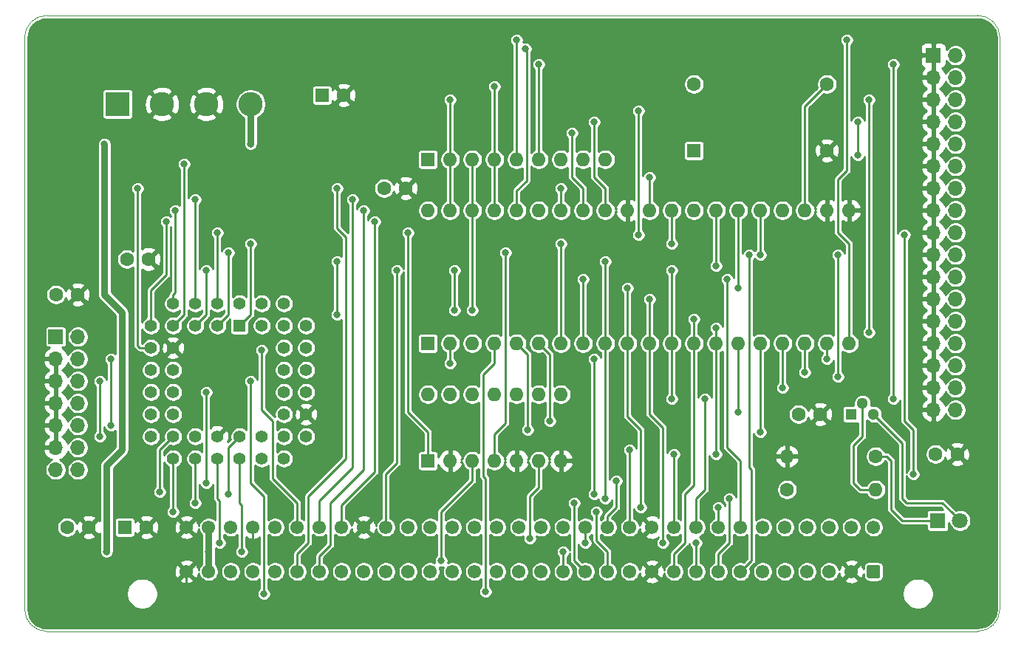
<source format=gbr>
%TF.GenerationSoftware,KiCad,Pcbnew,(5.1.10)-1*%
%TF.CreationDate,2021-05-24T14:39:04+01:00*%
%TF.ProjectId,FloppyDiskController,466c6f70-7079-4446-9973-6b436f6e7472,rev?*%
%TF.SameCoordinates,Original*%
%TF.FileFunction,Copper,L2,Bot*%
%TF.FilePolarity,Positive*%
%FSLAX46Y46*%
G04 Gerber Fmt 4.6, Leading zero omitted, Abs format (unit mm)*
G04 Created by KiCad (PCBNEW (5.1.10)-1) date 2021-05-24 14:39:04*
%MOMM*%
%LPD*%
G01*
G04 APERTURE LIST*
%TA.AperFunction,Profile*%
%ADD10C,0.050000*%
%TD*%
%TA.AperFunction,ComponentPad*%
%ADD11C,2.780000*%
%TD*%
%TA.AperFunction,ComponentPad*%
%ADD12R,2.780000X2.780000*%
%TD*%
%TA.AperFunction,ComponentPad*%
%ADD13C,1.600000*%
%TD*%
%TA.AperFunction,ComponentPad*%
%ADD14R,1.600000X1.600000*%
%TD*%
%TA.AperFunction,ComponentPad*%
%ADD15O,1.600000X1.600000*%
%TD*%
%TA.AperFunction,ComponentPad*%
%ADD16C,1.422400*%
%TD*%
%TA.AperFunction,ComponentPad*%
%ADD17R,1.422400X1.422400*%
%TD*%
%TA.AperFunction,ComponentPad*%
%ADD18R,1.300000X1.300000*%
%TD*%
%TA.AperFunction,ComponentPad*%
%ADD19C,1.300000*%
%TD*%
%TA.AperFunction,ComponentPad*%
%ADD20O,1.700000X1.700000*%
%TD*%
%TA.AperFunction,ComponentPad*%
%ADD21R,1.700000X1.700000*%
%TD*%
%TA.AperFunction,ComponentPad*%
%ADD22C,1.550000*%
%TD*%
%TA.AperFunction,ComponentPad*%
%ADD23C,1.800000*%
%TD*%
%TA.AperFunction,ComponentPad*%
%ADD24R,1.800000X1.800000*%
%TD*%
%TA.AperFunction,ViaPad*%
%ADD25C,0.800000*%
%TD*%
%TA.AperFunction,Conductor*%
%ADD26C,0.250000*%
%TD*%
%TA.AperFunction,Conductor*%
%ADD27C,0.800000*%
%TD*%
%TA.AperFunction,Conductor*%
%ADD28C,0.254000*%
%TD*%
%TA.AperFunction,Conductor*%
%ADD29C,0.150000*%
%TD*%
G04 APERTURE END LIST*
D10*
X86360000Y-66040000D02*
X86360000Y-58928000D01*
X104140000Y-56388000D02*
X88900000Y-56388000D01*
X104140000Y-127000000D02*
X88900000Y-127000000D01*
X195580000Y-56388000D02*
X104140000Y-56388000D01*
X198120000Y-66294000D02*
X198120000Y-58928000D01*
X198120000Y-124460000D02*
G75*
G02*
X195580000Y-127000000I-2540000J0D01*
G01*
X195580000Y-56388000D02*
G75*
G02*
X198120000Y-58928000I0J-2540000D01*
G01*
X86360000Y-58928000D02*
G75*
G02*
X88900000Y-56388000I2540000J0D01*
G01*
X88900000Y-127000000D02*
G75*
G02*
X86360000Y-124460000I0J2540000D01*
G01*
X86360000Y-66040000D02*
X86360000Y-124460000D01*
X198120000Y-124460000D02*
X198120000Y-66294000D01*
X104140000Y-127000000D02*
X195580000Y-127000000D01*
D11*
%TO.P,J4,4*%
%TO.N,+12V*%
X112268000Y-66548000D03*
%TO.P,J4,3*%
%TO.N,GND*%
X107188000Y-66548000D03*
%TO.P,J4,2*%
X102108000Y-66548000D03*
D12*
%TO.P,J4,1*%
%TO.N,+5V*%
X97028000Y-66548000D03*
%TD*%
D13*
%TO.P,C8,2*%
%TO.N,GND*%
X100330000Y-115062000D03*
D14*
%TO.P,C8,1*%
%TO.N,+5V*%
X97830000Y-115062000D03*
%TD*%
D13*
%TO.P,C7,2*%
%TO.N,GND*%
X122936000Y-65532000D03*
D14*
%TO.P,C7,1*%
%TO.N,+5V*%
X120436000Y-65532000D03*
%TD*%
D13*
%TO.P,X1,7*%
%TO.N,GND*%
X178308000Y-71882000D03*
%TO.P,X1,8*%
%TO.N,CLK16M*%
X178308000Y-64262000D03*
%TO.P,X1,14*%
%TO.N,+5V*%
X163068000Y-64262000D03*
D14*
%TO.P,X1,1*%
%TO.N,Net-(X1-Pad1)*%
X163068000Y-71882000D03*
%TD*%
D15*
%TO.P,U3,40*%
%TO.N,+5V*%
X132588000Y-78740000D03*
%TO.P,U3,20*%
%TO.N,Net-(J3-Pad30)*%
X180848000Y-93980000D03*
%TO.P,U3,39*%
%TO.N,Net-(J3-Pad8)*%
X135128000Y-78740000D03*
%TO.P,U3,19*%
%TO.N,FDC_RST*%
X178308000Y-93980000D03*
%TO.P,U3,38*%
%TO.N,Net-(J3-Pad26)*%
X137668000Y-78740000D03*
%TO.P,U3,18*%
%TO.N,CCR*%
X175768000Y-93980000D03*
%TO.P,U3,37*%
%TO.N,Net-(J3-Pad28)*%
X140208000Y-78740000D03*
%TO.P,U3,17*%
%TO.N,DOR*%
X173228000Y-93980000D03*
%TO.P,U3,36*%
%TO.N,Net-(J3-Pad2)*%
X142748000Y-78740000D03*
%TO.P,U3,16*%
%TO.N,FDC_IRQ*%
X170688000Y-93980000D03*
%TO.P,U3,35*%
%TO.N,Net-(U3-Pad35)*%
X145288000Y-78740000D03*
%TO.P,U3,15*%
%TO.N,DMA*%
X168148000Y-93980000D03*
%TO.P,U3,34*%
%TO.N,Net-(J3-Pad16)*%
X147828000Y-78740000D03*
%TO.P,U3,14*%
%TO.N,/D7*%
X165608000Y-93980000D03*
%TO.P,U3,33*%
%TO.N,Net-(J3-Pad10)*%
X150368000Y-78740000D03*
%TO.P,U3,13*%
%TO.N,/D6*%
X163068000Y-93980000D03*
%TO.P,U3,32*%
%TO.N,Net-(J3-Pad12)*%
X152908000Y-78740000D03*
%TO.P,U3,12*%
%TO.N,/D5*%
X160528000Y-93980000D03*
%TO.P,U3,31*%
%TO.N,GND*%
X155448000Y-78740000D03*
%TO.P,U3,11*%
%TO.N,/D4*%
X157988000Y-93980000D03*
%TO.P,U3,30*%
%TO.N,Net-(J3-Pad14)*%
X157988000Y-78740000D03*
%TO.P,U3,10*%
%TO.N,/D3*%
X155448000Y-93980000D03*
%TO.P,U3,29*%
%TO.N,Net-(J3-Pad20)*%
X160528000Y-78740000D03*
%TO.P,U3,9*%
%TO.N,/D2*%
X152908000Y-93980000D03*
%TO.P,U3,28*%
%TO.N,Net-(J3-Pad18)*%
X163068000Y-78740000D03*
%TO.P,U3,8*%
%TO.N,/D1*%
X150368000Y-93980000D03*
%TO.P,U3,27*%
%TO.N,Net-(J3-Pad22)*%
X165608000Y-78740000D03*
%TO.P,U3,7*%
%TO.N,/D0*%
X147828000Y-93980000D03*
%TO.P,U3,26*%
%TO.N,Net-(J3-Pad24)*%
X168148000Y-78740000D03*
%TO.P,U3,6*%
%TO.N,TC*%
X145288000Y-93980000D03*
%TO.P,U3,25*%
%TO.N,Net-(J3-Pad32)*%
X170688000Y-78740000D03*
%TO.P,U3,5*%
%TO.N,DACK*%
X142748000Y-93980000D03*
%TO.P,U3,24*%
%TO.N,+5V*%
X173228000Y-78740000D03*
%TO.P,U3,4*%
%TO.N,/A1*%
X140208000Y-93980000D03*
%TO.P,U3,23*%
%TO.N,CLK16M*%
X175768000Y-78740000D03*
%TO.P,U3,3*%
%TO.N,FDC_CS*%
X137668000Y-93980000D03*
%TO.P,U3,22*%
%TO.N,GND*%
X178308000Y-78740000D03*
%TO.P,U3,2*%
%TO.N,WR*%
X135128000Y-93980000D03*
%TO.P,U3,21*%
%TO.N,GND*%
X180848000Y-78740000D03*
D14*
%TO.P,U3,1*%
%TO.N,RD*%
X132588000Y-93980000D03*
%TD*%
D16*
%TO.P,U2,39*%
%TO.N,/D5*%
X118618000Y-91948000D03*
%TO.P,U2,37*%
%TO.N,/D7*%
X118618000Y-94488000D03*
%TO.P,U2,35*%
%TO.N,FDC_CS*%
X118618000Y-97028000D03*
%TO.P,U2,33*%
%TO.N,CCR*%
X118618000Y-99568000D03*
%TO.P,U2,31*%
%TO.N,GND*%
X118618000Y-102108000D03*
%TO.P,U2,40*%
%TO.N,/D4*%
X116078000Y-89408000D03*
%TO.P,U2,38*%
%TO.N,/D6*%
X116078000Y-94488000D03*
%TO.P,U2,36*%
%TO.N,WR*%
X116078000Y-97028000D03*
%TO.P,U2,34*%
%TO.N,DOR*%
X116078000Y-99568000D03*
%TO.P,U2,32*%
%TO.N,+5V*%
X116078000Y-102108000D03*
%TO.P,U2,30*%
%TO.N,Net-(J2-Pad8)*%
X116078000Y-104648000D03*
%TO.P,U2,28*%
%TO.N,DACK*%
X116078000Y-107188000D03*
%TO.P,U2,26*%
%TO.N,FDC_IRQ*%
X113538000Y-107188000D03*
%TO.P,U2,24*%
%TO.N,/A7*%
X110998000Y-107188000D03*
%TO.P,U2,22*%
%TO.N,/A6*%
X108458000Y-107188000D03*
%TO.P,U2,20*%
%TO.N,/A5*%
X105918000Y-107188000D03*
%TO.P,U2,18*%
%TO.N,/A3*%
X103378000Y-107188000D03*
%TO.P,U2,29*%
%TO.N,DMA*%
X118618000Y-104648000D03*
%TO.P,U2,27*%
%TO.N,TC*%
X113538000Y-104648000D03*
%TO.P,U2,25*%
%TO.N,FDC_RST*%
X110998000Y-104648000D03*
%TO.P,U2,23*%
%TO.N,GND*%
X108458000Y-104648000D03*
%TO.P,U2,21*%
%TO.N,+5V*%
X105918000Y-104648000D03*
%TO.P,U2,19*%
%TO.N,/A4*%
X103378000Y-104648000D03*
%TO.P,U2,17*%
%TO.N,Net-(J2-Pad6)*%
X100838000Y-104648000D03*
%TO.P,U2,15*%
%TO.N,Net-(J2-Pad10)*%
X100838000Y-102108000D03*
%TO.P,U2,13*%
%TO.N,/A1*%
X100838000Y-99568000D03*
%TO.P,U2,11*%
%TO.N,CS_DATA*%
X100838000Y-97028000D03*
%TO.P,U2,9*%
%TO.N,CS_REG*%
X100838000Y-94488000D03*
%TO.P,U2,7*%
%TO.N,UDS*%
X100838000Y-91948000D03*
%TO.P,U2,16*%
%TO.N,Net-(J2-Pad4)*%
X103378000Y-102108000D03*
%TO.P,U2,14*%
%TO.N,/A2*%
X103378000Y-99568000D03*
%TO.P,U2,12*%
%TO.N,RD*%
X103378000Y-97028000D03*
%TO.P,U2,10*%
%TO.N,GND*%
X103378000Y-94488000D03*
%TO.P,U2,8*%
%TO.N,LED*%
X103378000Y-91948000D03*
%TO.P,U2,42*%
%TO.N,/D3*%
X113538000Y-89408000D03*
%TO.P,U2,44*%
%TO.N,/D1*%
X110998000Y-89408000D03*
%TO.P,U2,6*%
%TO.N,RW*%
X103378000Y-89408000D03*
%TO.P,U2,4*%
%TO.N,RESET*%
X105918000Y-89408000D03*
%TO.P,U2,2*%
%TO.N,IRQ*%
X108458000Y-89408000D03*
%TO.P,U2,41*%
%TO.N,+5V*%
X116078000Y-91948000D03*
%TO.P,U2,43*%
%TO.N,/D2*%
X113538000Y-91948000D03*
%TO.P,U2,5*%
%TO.N,Net-(J1-PadC23)*%
X105918000Y-91948000D03*
%TO.P,U2,3*%
%TO.N,ACK*%
X108458000Y-91948000D03*
D17*
%TO.P,U2,1*%
%TO.N,/D0*%
X110998000Y-91948000D03*
%TD*%
D15*
%TO.P,U1,14*%
%TO.N,+5V*%
X132588000Y-99822000D03*
%TO.P,U1,7*%
%TO.N,GND*%
X147828000Y-107442000D03*
%TO.P,U1,13*%
%TO.N,+5V*%
X135128000Y-99822000D03*
%TO.P,U1,6*%
%TO.N,Net-(J1-PadC28)*%
X145288000Y-107442000D03*
%TO.P,U1,12*%
%TO.N,+5V*%
X137668000Y-99822000D03*
%TO.P,U1,5*%
%TO.N,GND*%
X142748000Y-107442000D03*
%TO.P,U1,11*%
%TO.N,Net-(U1-Pad11)*%
X140208000Y-99822000D03*
%TO.P,U1,4*%
%TO.N,ACK*%
X140208000Y-107442000D03*
%TO.P,U1,10*%
%TO.N,+5V*%
X142748000Y-99822000D03*
%TO.P,U1,3*%
%TO.N,Net-(J1-PadA28)*%
X137668000Y-107442000D03*
%TO.P,U1,9*%
%TO.N,+5V*%
X145288000Y-99822000D03*
%TO.P,U1,2*%
%TO.N,GND*%
X135128000Y-107442000D03*
%TO.P,U1,8*%
%TO.N,Net-(U1-Pad8)*%
X147828000Y-99822000D03*
D14*
%TO.P,U1,1*%
%TO.N,IRQ*%
X132588000Y-107442000D03*
%TD*%
D15*
%TO.P,RN1,9*%
%TO.N,Net-(RN1-Pad9)*%
X152908000Y-72898000D03*
%TO.P,RN1,8*%
%TO.N,Net-(RN1-Pad8)*%
X150368000Y-72898000D03*
%TO.P,RN1,7*%
%TO.N,Net-(RN1-Pad7)*%
X147828000Y-72898000D03*
%TO.P,RN1,6*%
%TO.N,Net-(J3-Pad34)*%
X145288000Y-72898000D03*
%TO.P,RN1,5*%
%TO.N,Net-(J3-Pad30)*%
X142748000Y-72898000D03*
%TO.P,RN1,4*%
%TO.N,Net-(J3-Pad28)*%
X140208000Y-72898000D03*
%TO.P,RN1,3*%
%TO.N,Net-(J3-Pad26)*%
X137668000Y-72898000D03*
%TO.P,RN1,2*%
%TO.N,Net-(J3-Pad8)*%
X135128000Y-72898000D03*
D14*
%TO.P,RN1,1*%
%TO.N,+5V*%
X132588000Y-72898000D03*
%TD*%
D15*
%TO.P,R2,2*%
%TO.N,GND*%
X173736000Y-106934000D03*
D13*
%TO.P,R2,1*%
%TO.N,Net-(D1-Pad1)*%
X183896000Y-106934000D03*
%TD*%
D15*
%TO.P,R1,2*%
%TO.N,Net-(Q1-Pad2)*%
X183896000Y-110744000D03*
D13*
%TO.P,R1,1*%
%TO.N,LED*%
X173736000Y-110744000D03*
%TD*%
D18*
%TO.P,Q1,1*%
%TO.N,+5V*%
X181102000Y-102108000D03*
D19*
%TO.P,Q1,3*%
%TO.N,Net-(D1-Pad2)*%
X183642000Y-102108000D03*
%TO.P,Q1,2*%
%TO.N,Net-(Q1-Pad2)*%
X182372000Y-100838000D03*
%TD*%
D20*
%TO.P,J3,34*%
%TO.N,Net-(J3-Pad34)*%
X193040000Y-101600000D03*
%TO.P,J3,33*%
%TO.N,GND*%
X190500000Y-101600000D03*
%TO.P,J3,32*%
%TO.N,Net-(J3-Pad32)*%
X193040000Y-99060000D03*
%TO.P,J3,31*%
%TO.N,GND*%
X190500000Y-99060000D03*
%TO.P,J3,30*%
%TO.N,Net-(J3-Pad30)*%
X193040000Y-96520000D03*
%TO.P,J3,29*%
%TO.N,GND*%
X190500000Y-96520000D03*
%TO.P,J3,28*%
%TO.N,Net-(J3-Pad28)*%
X193040000Y-93980000D03*
%TO.P,J3,27*%
%TO.N,GND*%
X190500000Y-93980000D03*
%TO.P,J3,26*%
%TO.N,Net-(J3-Pad26)*%
X193040000Y-91440000D03*
%TO.P,J3,25*%
%TO.N,GND*%
X190500000Y-91440000D03*
%TO.P,J3,24*%
%TO.N,Net-(J3-Pad24)*%
X193040000Y-88900000D03*
%TO.P,J3,23*%
%TO.N,GND*%
X190500000Y-88900000D03*
%TO.P,J3,22*%
%TO.N,Net-(J3-Pad22)*%
X193040000Y-86360000D03*
%TO.P,J3,21*%
%TO.N,GND*%
X190500000Y-86360000D03*
%TO.P,J3,20*%
%TO.N,Net-(J3-Pad20)*%
X193040000Y-83820000D03*
%TO.P,J3,19*%
%TO.N,GND*%
X190500000Y-83820000D03*
%TO.P,J3,18*%
%TO.N,Net-(J3-Pad18)*%
X193040000Y-81280000D03*
%TO.P,J3,17*%
%TO.N,GND*%
X190500000Y-81280000D03*
%TO.P,J3,16*%
%TO.N,Net-(J3-Pad16)*%
X193040000Y-78740000D03*
%TO.P,J3,15*%
%TO.N,GND*%
X190500000Y-78740000D03*
%TO.P,J3,14*%
%TO.N,Net-(J3-Pad14)*%
X193040000Y-76200000D03*
%TO.P,J3,13*%
%TO.N,GND*%
X190500000Y-76200000D03*
%TO.P,J3,12*%
%TO.N,Net-(J3-Pad12)*%
X193040000Y-73660000D03*
%TO.P,J3,11*%
%TO.N,GND*%
X190500000Y-73660000D03*
%TO.P,J3,10*%
%TO.N,Net-(J3-Pad10)*%
X193040000Y-71120000D03*
%TO.P,J3,9*%
%TO.N,GND*%
X190500000Y-71120000D03*
%TO.P,J3,8*%
%TO.N,Net-(J3-Pad8)*%
X193040000Y-68580000D03*
%TO.P,J3,7*%
%TO.N,GND*%
X190500000Y-68580000D03*
%TO.P,J3,6*%
%TO.N,Net-(J3-Pad6)*%
X193040000Y-66040000D03*
%TO.P,J3,5*%
%TO.N,GND*%
X190500000Y-66040000D03*
%TO.P,J3,4*%
%TO.N,Net-(J3-Pad4)*%
X193040000Y-63500000D03*
%TO.P,J3,3*%
%TO.N,GND*%
X190500000Y-63500000D03*
%TO.P,J3,2*%
%TO.N,Net-(J3-Pad2)*%
X193040000Y-60960000D03*
D21*
%TO.P,J3,1*%
%TO.N,GND*%
X190500000Y-60960000D03*
%TD*%
D20*
%TO.P,J2,14*%
%TO.N,Net-(J2-Pad14)*%
X92456000Y-108458000D03*
%TO.P,J2,13*%
%TO.N,Net-(J2-Pad13)*%
X89916000Y-108458000D03*
%TO.P,J2,12*%
%TO.N,Net-(J2-Pad12)*%
X92456000Y-105918000D03*
%TO.P,J2,11*%
%TO.N,GND*%
X89916000Y-105918000D03*
%TO.P,J2,10*%
%TO.N,Net-(J2-Pad10)*%
X92456000Y-103378000D03*
%TO.P,J2,9*%
%TO.N,GND*%
X89916000Y-103378000D03*
%TO.P,J2,8*%
%TO.N,Net-(J2-Pad8)*%
X92456000Y-100838000D03*
%TO.P,J2,7*%
%TO.N,GND*%
X89916000Y-100838000D03*
%TO.P,J2,6*%
%TO.N,Net-(J2-Pad6)*%
X92456000Y-98298000D03*
%TO.P,J2,5*%
%TO.N,GND*%
X89916000Y-98298000D03*
%TO.P,J2,4*%
%TO.N,Net-(J2-Pad4)*%
X92456000Y-95758000D03*
%TO.P,J2,3*%
%TO.N,GND*%
X89916000Y-95758000D03*
%TO.P,J2,2*%
%TO.N,+5V*%
X92456000Y-93218000D03*
D21*
%TO.P,J2,1*%
%TO.N,Net-(J2-Pad1)*%
X89916000Y-93218000D03*
%TD*%
D22*
%TO.P,J1,C32*%
%TO.N,GND*%
X104902000Y-115062000D03*
%TO.P,J1,C31*%
%TO.N,+12V*%
X107442000Y-115062000D03*
%TO.P,J1,C30*%
%TO.N,Net-(J1-PadC30)*%
X109982000Y-115062000D03*
%TO.P,J1,C29*%
%TO.N,GND*%
X112522000Y-115062000D03*
%TO.P,J1,C28*%
%TO.N,Net-(J1-PadC28)*%
X115062000Y-115062000D03*
%TO.P,J1,C27*%
%TO.N,CS_DATA*%
X117602000Y-115062000D03*
%TO.P,J1,C26*%
%TO.N,RESET*%
X120142000Y-115062000D03*
%TO.P,J1,C25*%
%TO.N,UDS*%
X122682000Y-115062000D03*
%TO.P,J1,C24*%
%TO.N,GND*%
X125222000Y-115062000D03*
%TO.P,J1,C23*%
%TO.N,Net-(J1-PadC23)*%
X127762000Y-115062000D03*
%TO.P,J1,C22*%
%TO.N,Net-(J1-PadC22)*%
X130302000Y-115062000D03*
%TO.P,J1,C21*%
%TO.N,Net-(J1-PadC21)*%
X132842000Y-115062000D03*
%TO.P,J1,C20*%
%TO.N,Net-(J1-PadC20)*%
X135382000Y-115062000D03*
%TO.P,J1,C19*%
%TO.N,Net-(J1-PadC19)*%
X137922000Y-115062000D03*
%TO.P,J1,C18*%
%TO.N,Net-(J1-PadC18)*%
X140462000Y-115062000D03*
%TO.P,J1,C17*%
%TO.N,Net-(J1-PadC17)*%
X143002000Y-115062000D03*
%TO.P,J1,C16*%
%TO.N,Net-(J1-PadC16)*%
X145542000Y-115062000D03*
%TO.P,J1,C15*%
%TO.N,Net-(J1-PadC15)*%
X148082000Y-115062000D03*
%TO.P,J1,C14*%
%TO.N,/A6*%
X150622000Y-115062000D03*
%TO.P,J1,C13*%
%TO.N,/A4*%
X153162000Y-115062000D03*
%TO.P,J1,C12*%
%TO.N,/A2*%
X155702000Y-115062000D03*
%TO.P,J1,C11*%
%TO.N,GND*%
X158242000Y-115062000D03*
%TO.P,J1,C10*%
%TO.N,/D7*%
X160782000Y-115062000D03*
%TO.P,J1,C9*%
%TO.N,/D5*%
X163322000Y-115062000D03*
%TO.P,J1,C8*%
%TO.N,/D3*%
X165862000Y-115062000D03*
%TO.P,J1,C7*%
%TO.N,/D1*%
X168402000Y-115062000D03*
%TO.P,J1,C6*%
%TO.N,Net-(J1-PadC6)*%
X170942000Y-115062000D03*
%TO.P,J1,C5*%
%TO.N,Net-(J1-PadC5)*%
X173482000Y-115062000D03*
%TO.P,J1,C4*%
%TO.N,Net-(J1-PadC4)*%
X176022000Y-115062000D03*
%TO.P,J1,C3*%
%TO.N,Net-(J1-PadC3)*%
X178562000Y-115062000D03*
%TO.P,J1,C2*%
%TO.N,Net-(J1-PadC2)*%
X181102000Y-115062000D03*
%TO.P,J1,C1*%
%TO.N,+5V*%
X183642000Y-115062000D03*
%TO.P,J1,A32*%
%TO.N,GND*%
X104902000Y-120142000D03*
%TO.P,J1,A31*%
%TO.N,+12V*%
X107442000Y-120142000D03*
%TO.P,J1,A30*%
%TO.N,Net-(J1-PadA30)*%
X109982000Y-120142000D03*
%TO.P,J1,A29*%
%TO.N,Net-(J1-PadA29)*%
X112522000Y-120142000D03*
%TO.P,J1,A28*%
%TO.N,Net-(J1-PadA28)*%
X115062000Y-120142000D03*
%TO.P,J1,A27*%
%TO.N,CS_REG*%
X117602000Y-120142000D03*
%TO.P,J1,A26*%
%TO.N,RW*%
X120142000Y-120142000D03*
%TO.P,J1,A25*%
%TO.N,Net-(J1-PadA25)*%
X122682000Y-120142000D03*
%TO.P,J1,A24*%
%TO.N,+5V*%
X125222000Y-120142000D03*
%TO.P,J1,A23*%
%TO.N,Net-(J1-PadA23)*%
X127762000Y-120142000D03*
%TO.P,J1,A22*%
%TO.N,Net-(J1-PadA22)*%
X130302000Y-120142000D03*
%TO.P,J1,A21*%
%TO.N,Net-(J1-PadA21)*%
X132842000Y-120142000D03*
%TO.P,J1,A20*%
%TO.N,Net-(J1-PadA20)*%
X135382000Y-120142000D03*
%TO.P,J1,A19*%
%TO.N,Net-(J1-PadA19)*%
X137922000Y-120142000D03*
%TO.P,J1,A18*%
%TO.N,Net-(J1-PadA18)*%
X140462000Y-120142000D03*
%TO.P,J1,A17*%
%TO.N,Net-(J1-PadA17)*%
X143002000Y-120142000D03*
%TO.P,J1,A16*%
%TO.N,Net-(J1-PadA16)*%
X145542000Y-120142000D03*
%TO.P,J1,A15*%
%TO.N,/A7*%
X148082000Y-120142000D03*
%TO.P,J1,A14*%
%TO.N,/A5*%
X150622000Y-120142000D03*
%TO.P,J1,A13*%
%TO.N,/A3*%
X153162000Y-120142000D03*
%TO.P,J1,A12*%
%TO.N,/A1*%
X155702000Y-120142000D03*
%TO.P,J1,A11*%
%TO.N,GND*%
X158242000Y-120142000D03*
%TO.P,J1,A10*%
%TO.N,/D6*%
X160782000Y-120142000D03*
%TO.P,J1,A9*%
%TO.N,/D4*%
X163322000Y-120142000D03*
%TO.P,J1,A8*%
%TO.N,/D2*%
X165862000Y-120142000D03*
%TO.P,J1,A7*%
%TO.N,/D0*%
X168402000Y-120142000D03*
%TO.P,J1,A6*%
%TO.N,Net-(J1-PadA6)*%
X170942000Y-120142000D03*
%TO.P,J1,A5*%
%TO.N,Net-(J1-PadA5)*%
X173482000Y-120142000D03*
%TO.P,J1,A4*%
%TO.N,Net-(J1-PadA4)*%
X176022000Y-120142000D03*
%TO.P,J1,A3*%
%TO.N,Net-(J1-PadA3)*%
X178562000Y-120142000D03*
%TO.P,J1,A2*%
%TO.N,GND*%
X181102000Y-120142000D03*
%TO.P,J1,A1*%
%TO.N,+5V*%
%TA.AperFunction,ComponentPad*%
G36*
G01*
X184417000Y-119616999D02*
X184417000Y-120667001D01*
G75*
G02*
X184167001Y-120917000I-249999J0D01*
G01*
X183116999Y-120917000D01*
G75*
G02*
X182867000Y-120667001I0J249999D01*
G01*
X182867000Y-119616999D01*
G75*
G02*
X183116999Y-119367000I249999J0D01*
G01*
X184167001Y-119367000D01*
G75*
G02*
X184417000Y-119616999I0J-249999D01*
G01*
G37*
%TD.AperFunction*%
%TD*%
D23*
%TO.P,D1,2*%
%TO.N,Net-(D1-Pad2)*%
X193548000Y-114300000D03*
D24*
%TO.P,D1,1*%
%TO.N,Net-(D1-Pad1)*%
X191008000Y-114300000D03*
%TD*%
D13*
%TO.P,C6,2*%
%TO.N,GND*%
X92456000Y-88392000D03*
%TO.P,C6,1*%
%TO.N,+5V*%
X89956000Y-88392000D03*
%TD*%
%TO.P,C5,2*%
%TO.N,GND*%
X130048000Y-76200000D03*
%TO.P,C5,1*%
%TO.N,+5V*%
X127548000Y-76200000D03*
%TD*%
%TO.P,C4,2*%
%TO.N,GND*%
X177546000Y-102108000D03*
%TO.P,C4,1*%
%TO.N,+5V*%
X175046000Y-102108000D03*
%TD*%
%TO.P,C3,2*%
%TO.N,GND*%
X193254000Y-106680000D03*
%TO.P,C3,1*%
%TO.N,+5V*%
X190754000Y-106680000D03*
%TD*%
%TO.P,C2,2*%
%TO.N,GND*%
X93726000Y-115062000D03*
%TO.P,C2,1*%
%TO.N,+5V*%
X91226000Y-115062000D03*
%TD*%
%TO.P,C1,2*%
%TO.N,GND*%
X100584000Y-84328000D03*
%TO.P,C1,1*%
%TO.N,+5V*%
X98084000Y-84328000D03*
%TD*%
D25*
%TO.N,+12V*%
X107442000Y-117856000D03*
X95758000Y-117856000D03*
X95504000Y-71120000D03*
X112268000Y-71120000D03*
%TO.N,Net-(J1-PadC28)*%
X144272000Y-116332000D03*
%TO.N,CS_DATA*%
X113538000Y-94742000D03*
%TO.N,UDS*%
X102616000Y-80009996D03*
X126492000Y-80010000D03*
%TO.N,Net-(J1-PadC23)*%
X107188000Y-85598000D03*
X129032000Y-85598000D03*
%TO.N,/A6*%
X108712000Y-116840000D03*
X150622000Y-116840000D03*
%TO.N,/A2*%
X107188000Y-109982000D03*
X107188000Y-99568000D03*
X155702000Y-106172000D03*
%TO.N,/D7*%
X160782000Y-106680000D03*
X165608000Y-106680000D03*
X165608000Y-92202000D03*
%TO.N,/D5*%
X135636000Y-90170000D03*
X135636000Y-85598000D03*
X160528000Y-85598000D03*
X164338000Y-100330000D03*
X160528000Y-100330000D03*
%TO.N,/D3*%
X156972000Y-112776000D03*
X165862000Y-112776000D03*
X155448000Y-87630000D03*
%TO.N,/D1*%
X150368000Y-86614000D03*
X166878000Y-86614000D03*
%TO.N,Net-(J1-PadA28)*%
X134112000Y-118872000D03*
%TO.N,CS_REG*%
X122174000Y-76200000D03*
X99314000Y-76200000D03*
%TO.N,RW*%
X103632000Y-78740000D03*
X125222000Y-78740000D03*
%TO.N,/A7*%
X111252000Y-117856000D03*
X148082000Y-117856000D03*
%TO.N,/A5*%
X149352000Y-112268000D03*
X105918000Y-112268000D03*
%TO.N,/A3*%
X103378000Y-113284000D03*
X151892000Y-113284000D03*
%TO.N,/A1*%
X139192000Y-122428000D03*
X113792000Y-122682000D03*
X112268000Y-98298000D03*
%TO.N,/D6*%
X163068000Y-91186000D03*
%TO.N,/D4*%
X159512000Y-116840000D03*
X163322000Y-116840000D03*
X157988000Y-88900000D03*
%TO.N,/D2*%
X152908000Y-111760000D03*
X167132000Y-111760000D03*
X152908000Y-84582000D03*
X122174006Y-84582000D03*
X122174000Y-90678000D03*
%TO.N,/D0*%
X147828000Y-82550000D03*
X112268000Y-82550000D03*
X169418000Y-83820000D03*
%TO.N,Net-(J2-Pad6)*%
X94996000Y-98298000D03*
X94996000Y-104648000D03*
%TO.N,Net-(J2-Pad4)*%
X96266000Y-95758000D03*
X96266000Y-103378000D03*
%TO.N,Net-(J3-Pad34)*%
X185928000Y-100330000D03*
X185928000Y-61976000D03*
X145288000Y-61976000D03*
%TO.N,Net-(J3-Pad32)*%
X179578000Y-83820000D03*
X170688000Y-83820000D03*
X179578000Y-97790000D03*
%TO.N,Net-(J3-Pad30)*%
X180594000Y-59182000D03*
X142748000Y-59182000D03*
%TO.N,Net-(J3-Pad28)*%
X183134000Y-92710000D03*
X183134000Y-66040000D03*
X140208000Y-64516000D03*
%TO.N,Net-(J3-Pad26)*%
X137668000Y-90170000D03*
%TO.N,Net-(J3-Pad24)*%
X168148000Y-87630000D03*
%TO.N,Net-(J3-Pad22)*%
X165608000Y-85090000D03*
%TO.N,Net-(J3-Pad20)*%
X160528000Y-82550000D03*
%TO.N,Net-(J3-Pad16)*%
X147828000Y-76200000D03*
%TO.N,Net-(J3-Pad14)*%
X157988000Y-74930000D03*
%TO.N,Net-(J3-Pad12)*%
X181864000Y-72390000D03*
X181864000Y-68580000D03*
X151638000Y-68580012D03*
%TO.N,Net-(J3-Pad10)*%
X149098000Y-69850000D03*
%TO.N,Net-(J3-Pad8)*%
X135128000Y-66040000D03*
%TO.N,Net-(J3-Pad2)*%
X143764000Y-60198000D03*
%TO.N,LED*%
X188214000Y-108966000D03*
X187198000Y-81534000D03*
X156718000Y-81534000D03*
X156718000Y-67310000D03*
X104648000Y-73406000D03*
%TO.N,ACK*%
X109728000Y-83566000D03*
X141478004Y-83565996D03*
%TO.N,IRQ*%
X108458000Y-81280000D03*
X130302000Y-81280000D03*
%TO.N,CCR*%
X175768000Y-97282000D03*
%TO.N,WR*%
X135128006Y-96266000D03*
%TO.N,DOR*%
X173228000Y-99060000D03*
%TO.N,DACK*%
X144018000Y-103885998D03*
%TO.N,FDC_IRQ*%
X170688000Y-104140000D03*
%TO.N,DMA*%
X168147991Y-101854000D03*
%TO.N,TC*%
X146558000Y-102869998D03*
%TO.N,FDC_RST*%
X151638000Y-111252000D03*
X178308000Y-95758000D03*
X151638000Y-95757998D03*
X109728000Y-111252000D03*
%TO.N,RESET*%
X123952000Y-77470000D03*
X105918000Y-77469990D03*
%TO.N,/A4*%
X154178000Y-109728000D03*
X101854000Y-110998000D03*
%TD*%
D26*
%TO.N,GND*%
X104902000Y-121412000D02*
X104902000Y-120142000D01*
X105410000Y-121920000D02*
X104902000Y-121412000D01*
X111252000Y-121920000D02*
X105410000Y-121920000D01*
X111252000Y-119380000D02*
X111252000Y-121920000D01*
X112522000Y-118110000D02*
X111252000Y-119380000D01*
X112522000Y-115062000D02*
X112522000Y-118110000D01*
%TO.N,Net-(D1-Pad2)*%
X192648001Y-113400001D02*
X193548000Y-114300000D01*
X191516000Y-112268000D02*
X192648001Y-113400001D01*
X186944000Y-111760000D02*
X187452000Y-112268000D01*
X187452000Y-112268000D02*
X191516000Y-112268000D01*
X186944000Y-105410000D02*
X186944000Y-111760000D01*
X183642000Y-102108000D02*
X186944000Y-105410000D01*
%TO.N,Net-(D1-Pad1)*%
X185674000Y-113030000D02*
X186944000Y-114300000D01*
X186944000Y-114300000D02*
X191008000Y-114300000D01*
X185674000Y-107442000D02*
X185674000Y-113030000D01*
X185166000Y-106934000D02*
X185674000Y-107442000D01*
X183896000Y-106934000D02*
X185166000Y-106934000D01*
D27*
%TO.N,+12V*%
X107442000Y-118872000D02*
X107442000Y-118110000D01*
X107442000Y-120142000D02*
X107442000Y-118872000D01*
X107442000Y-118872000D02*
X107442000Y-115062000D01*
X107442000Y-118872000D02*
X107442000Y-117856000D01*
X112268000Y-71120000D02*
X112268000Y-66548000D01*
X95504000Y-88392000D02*
X95504000Y-71120000D01*
X97536000Y-90424000D02*
X95504000Y-88392000D01*
X97536000Y-106172000D02*
X97536000Y-90424000D01*
X95758000Y-107950000D02*
X97536000Y-106172000D01*
X95758000Y-117856000D02*
X95758000Y-107950000D01*
D26*
%TO.N,Net-(J1-PadC28)*%
X144272000Y-116332000D02*
X144272000Y-111506000D01*
X145288000Y-110490000D02*
X145288000Y-108458000D01*
X144272000Y-111506000D02*
X145288000Y-110490000D01*
X145288000Y-107442000D02*
X145288000Y-108458000D01*
%TO.N,CS_DATA*%
X117602000Y-112268000D02*
X115062000Y-109728000D01*
X117602000Y-115062000D02*
X117602000Y-112268000D01*
X115062000Y-109728000D02*
X114808000Y-109474000D01*
X114808000Y-109474000D02*
X114808000Y-102870000D01*
X113538000Y-101600000D02*
X113538000Y-94742000D01*
X114808000Y-102870000D02*
X113538000Y-101600000D01*
%TO.N,UDS*%
X102616000Y-86106000D02*
X102616000Y-80009996D01*
X100838000Y-91948000D02*
X100838000Y-87884000D01*
X100838000Y-87884000D02*
X102616000Y-86106000D01*
X122682000Y-112522000D02*
X126492000Y-108712000D01*
X126492000Y-108712000D02*
X126492000Y-80010000D01*
X122682000Y-115062000D02*
X122682000Y-112522000D01*
%TO.N,Net-(J1-PadC23)*%
X107188000Y-90678000D02*
X105918000Y-91948000D01*
X107188000Y-85598000D02*
X107188000Y-90678000D01*
X127762000Y-109474000D02*
X127762000Y-108966000D01*
X127762000Y-115062000D02*
X127762000Y-109474000D01*
X127762000Y-108966000D02*
X129032000Y-107696000D01*
X129032000Y-107696000D02*
X129032000Y-85598000D01*
%TO.N,/A6*%
X150622000Y-116840000D02*
X150622000Y-115062000D01*
X108458000Y-111760000D02*
X108458000Y-107188000D01*
X108712000Y-112014000D02*
X108458000Y-111760000D01*
X108712000Y-116840000D02*
X108712000Y-112014000D01*
%TO.N,/A2*%
X107188000Y-109982000D02*
X107188000Y-99568000D01*
X155702000Y-106172000D02*
X155702000Y-110490000D01*
X155702000Y-110490000D02*
X155702000Y-115062000D01*
%TO.N,/D7*%
X160782000Y-115062000D02*
X160782000Y-106680000D01*
X165608000Y-106680000D02*
X165608000Y-93980000D01*
X165608000Y-92202000D02*
X165608000Y-93980000D01*
%TO.N,/D5*%
X163322000Y-111760000D02*
X163322000Y-115062000D01*
X164338000Y-110744000D02*
X163322000Y-111760000D01*
X135636000Y-90170000D02*
X135636000Y-85598000D01*
X160528000Y-85598000D02*
X160528000Y-93980000D01*
X164338000Y-105918000D02*
X164338000Y-100330000D01*
X164338000Y-105918000D02*
X164338000Y-110744000D01*
X160528000Y-93980000D02*
X160528000Y-100330000D01*
%TO.N,/D3*%
X165862000Y-112776000D02*
X165862000Y-115062000D01*
X155448000Y-87630000D02*
X155448000Y-93980000D01*
X156972000Y-103886000D02*
X156972000Y-112776000D01*
X155448000Y-102362000D02*
X156972000Y-103886000D01*
X155448000Y-93980000D02*
X155448000Y-102362000D01*
%TO.N,/D1*%
X150368000Y-86614000D02*
X150368000Y-93980000D01*
X168402000Y-110998000D02*
X168402000Y-107442000D01*
X168402000Y-110998000D02*
X168402000Y-115062000D01*
X168402000Y-107442000D02*
X166878000Y-105918000D01*
X166878000Y-105918000D02*
X166878000Y-86614000D01*
%TO.N,Net-(J1-PadA28)*%
X134112000Y-118872000D02*
X134112000Y-113284000D01*
X137668000Y-109728000D02*
X137668000Y-107442000D01*
X134112000Y-113284000D02*
X137668000Y-109728000D01*
%TO.N,CS_REG*%
X99314000Y-76200000D02*
X99314000Y-93726000D01*
X100838000Y-94488000D02*
X99568000Y-94488000D01*
X99314000Y-94234000D02*
X99314000Y-93726000D01*
X99568000Y-94488000D02*
X99314000Y-94234000D01*
X123190000Y-81788000D02*
X122174000Y-80772000D01*
X122174000Y-80772000D02*
X122174000Y-76200000D01*
X118872000Y-111506000D02*
X123190000Y-107188000D01*
X118872000Y-116840000D02*
X118872000Y-111506000D01*
X117602000Y-118110000D02*
X118872000Y-116840000D01*
X123190000Y-107188000D02*
X123190000Y-81788000D01*
X117602000Y-120142000D02*
X117602000Y-118110000D01*
%TO.N,RW*%
X103378000Y-88402212D02*
X103378000Y-89408000D01*
X103632000Y-88148212D02*
X103378000Y-88402212D01*
X103632000Y-78740000D02*
X103632000Y-88148212D01*
X125222000Y-108458000D02*
X125222000Y-78740000D01*
X121412000Y-112268000D02*
X125222000Y-108458000D01*
X121412000Y-117094000D02*
X121412000Y-112268000D01*
X120142000Y-118364000D02*
X121412000Y-117094000D01*
X120142000Y-120142000D02*
X120142000Y-118364000D01*
%TO.N,/A7*%
X110998000Y-107188000D02*
X110998000Y-112268000D01*
X110998000Y-112268000D02*
X111252000Y-112522000D01*
X111252000Y-112522000D02*
X111252000Y-117856000D01*
X148082000Y-117856000D02*
X148082000Y-120142000D01*
%TO.N,/A5*%
X149352000Y-118872000D02*
X149352000Y-112268000D01*
X150622000Y-120142000D02*
X149352000Y-118872000D01*
X105918000Y-107188000D02*
X105918000Y-112268000D01*
%TO.N,/A3*%
X103378000Y-107188000D02*
X103378000Y-113284000D01*
X151892000Y-113284000D02*
X151892000Y-116586000D01*
X153162000Y-117856000D02*
X153162000Y-120142000D01*
X151892000Y-116586000D02*
X153162000Y-117856000D01*
%TO.N,/A1*%
X140208000Y-96266000D02*
X140208000Y-93980000D01*
X138938000Y-97536000D02*
X140208000Y-96266000D01*
X138938000Y-109220000D02*
X138938000Y-97536000D01*
X139192000Y-109474000D02*
X138938000Y-109220000D01*
X139192000Y-122428000D02*
X139192000Y-109474000D01*
X113792000Y-113792000D02*
X113792000Y-111506000D01*
X113792000Y-113792000D02*
X113792000Y-122682000D01*
X113792000Y-111506000D02*
X112268000Y-109982000D01*
X112268000Y-109982000D02*
X112268000Y-98298000D01*
%TO.N,/D6*%
X160782000Y-118110000D02*
X160782000Y-120142000D01*
X162052000Y-116840000D02*
X160782000Y-118110000D01*
X162052000Y-111252000D02*
X162052000Y-116840000D01*
X163068000Y-110236000D02*
X162052000Y-111252000D01*
X163068000Y-93980000D02*
X163068000Y-110236000D01*
X163068000Y-91186000D02*
X163068000Y-93980000D01*
%TO.N,/D4*%
X163322000Y-116840000D02*
X163322000Y-120142000D01*
X157988000Y-88900000D02*
X157988000Y-93980000D01*
X159512000Y-103632000D02*
X159512000Y-116840000D01*
X157988000Y-102108000D02*
X159512000Y-103632000D01*
X157988000Y-93980000D02*
X157988000Y-102108000D01*
%TO.N,/D2*%
X152908000Y-93980000D02*
X152908000Y-111760000D01*
X167132000Y-111760000D02*
X167132000Y-116840000D01*
X165862000Y-118110000D02*
X165862000Y-120142000D01*
X167132000Y-116840000D02*
X165862000Y-118110000D01*
X152908000Y-84582000D02*
X152908000Y-93980000D01*
X122174006Y-84582000D02*
X122174006Y-90677994D01*
X122174006Y-90677994D02*
X122174000Y-90678000D01*
%TO.N,/D0*%
X147828000Y-93980000D02*
X147828000Y-82550000D01*
X112268000Y-90678000D02*
X112268000Y-82550000D01*
X110998000Y-91948000D02*
X112268000Y-90678000D01*
X169418000Y-108204000D02*
X169418000Y-83820000D01*
X169671996Y-108457996D02*
X169418000Y-108204000D01*
X169671996Y-118872004D02*
X169671996Y-108457996D01*
X168402000Y-120142000D02*
X169671996Y-118872004D01*
%TO.N,Net-(J2-Pad6)*%
X94996000Y-98298000D02*
X94996000Y-104648000D01*
%TO.N,Net-(J2-Pad4)*%
X96266000Y-95758000D02*
X96266000Y-103378000D01*
%TO.N,Net-(J3-Pad34)*%
X185928000Y-100330000D02*
X185928000Y-61976000D01*
X145288000Y-61976000D02*
X145288000Y-72898000D01*
%TO.N,Net-(J3-Pad32)*%
X170688000Y-83820000D02*
X170688000Y-78740000D01*
X179578000Y-83820000D02*
X179578000Y-97790000D01*
%TO.N,Net-(J3-Pad30)*%
X180848000Y-93980000D02*
X180848000Y-82550000D01*
X180848000Y-82550000D02*
X179578000Y-81280000D01*
X179578000Y-81280000D02*
X179578000Y-75184000D01*
X180594000Y-74168000D02*
X180594000Y-59182000D01*
X179578000Y-75184000D02*
X180594000Y-74168000D01*
X142748000Y-59182000D02*
X142748000Y-72898000D01*
%TO.N,Net-(J3-Pad28)*%
X140208000Y-72898000D02*
X140208000Y-78740000D01*
X183134000Y-92710000D02*
X183134000Y-66040000D01*
X140208000Y-64516000D02*
X140208000Y-67056000D01*
X140208000Y-67056000D02*
X140208000Y-72898000D01*
%TO.N,Net-(J3-Pad26)*%
X137668000Y-78740000D02*
X137668000Y-72898000D01*
X137668000Y-90170000D02*
X137668000Y-78740000D01*
%TO.N,Net-(J3-Pad24)*%
X168148000Y-87630000D02*
X168148000Y-78740000D01*
%TO.N,Net-(J3-Pad22)*%
X165608000Y-85090000D02*
X165608000Y-78740000D01*
%TO.N,Net-(J3-Pad20)*%
X160528000Y-82550000D02*
X160528000Y-78740000D01*
%TO.N,Net-(J3-Pad16)*%
X147828000Y-76200000D02*
X147828000Y-78740000D01*
%TO.N,Net-(J3-Pad14)*%
X157988000Y-74930000D02*
X157988000Y-78740000D01*
%TO.N,Net-(J3-Pad12)*%
X181864000Y-72390000D02*
X181864000Y-68580000D01*
X152908000Y-76200000D02*
X151638000Y-74930000D01*
X151638000Y-74930000D02*
X151638000Y-68580012D01*
X152908000Y-78740000D02*
X152908000Y-76200000D01*
%TO.N,Net-(J3-Pad10)*%
X149098000Y-69850000D02*
X149098000Y-74930000D01*
X150368000Y-76200000D02*
X150368000Y-78740000D01*
X149098000Y-74930000D02*
X150368000Y-76200000D01*
%TO.N,Net-(J3-Pad8)*%
X135128000Y-72898000D02*
X135128000Y-78740000D01*
X135128000Y-66040000D02*
X135128000Y-68580000D01*
X135128000Y-68580000D02*
X135128000Y-72898000D01*
%TO.N,Net-(J3-Pad2)*%
X142748000Y-78740000D02*
X142748000Y-76454000D01*
X143873001Y-60307001D02*
X143764000Y-60198000D01*
X143873001Y-75328999D02*
X143873001Y-60307001D01*
X142748000Y-76454000D02*
X143873001Y-75328999D01*
%TO.N,Net-(Q1-Pad2)*%
X182372000Y-100838000D02*
X182372000Y-104648000D01*
X182372000Y-104648000D02*
X181356000Y-105664000D01*
X181356000Y-105664000D02*
X181356000Y-109982000D01*
X182118000Y-110744000D02*
X183896000Y-110744000D01*
X181356000Y-109982000D02*
X182118000Y-110744000D01*
%TO.N,LED*%
X103378000Y-91948000D02*
X104648000Y-90678000D01*
X104648000Y-90678000D02*
X104648000Y-86106000D01*
X187198000Y-102870000D02*
X187198000Y-81534000D01*
X188214000Y-103886000D02*
X187198000Y-102870000D01*
X188214000Y-108966000D02*
X188214000Y-103886000D01*
X156718000Y-81534000D02*
X156718000Y-67310000D01*
X104648000Y-76454000D02*
X104648000Y-73406000D01*
X104648000Y-86106000D02*
X104648000Y-76454000D01*
%TO.N,ACK*%
X108458000Y-91948000D02*
X109728000Y-90678000D01*
X109728000Y-90678000D02*
X109728000Y-83566000D01*
X140208000Y-104394000D02*
X140208000Y-107442000D01*
X141478000Y-103124000D02*
X140208000Y-104394000D01*
X141478004Y-84131681D02*
X141478004Y-83565996D01*
X141478000Y-94234000D02*
X141478000Y-90932008D01*
X141478004Y-90932004D02*
X141478004Y-84131681D01*
X141478000Y-90932008D02*
X141478004Y-90932004D01*
X141478000Y-94234000D02*
X141478000Y-103124000D01*
%TO.N,IRQ*%
X108458000Y-89408000D02*
X108458000Y-81280000D01*
X130302000Y-81280000D02*
X130302000Y-101854000D01*
X132588000Y-104140000D02*
X132588000Y-107442000D01*
X130302000Y-101854000D02*
X132588000Y-104140000D01*
%TO.N,CCR*%
X175768000Y-93980000D02*
X175768000Y-97282000D01*
%TO.N,WR*%
X135128000Y-93980000D02*
X135128000Y-96265994D01*
X135128000Y-96265994D02*
X135128006Y-96266000D01*
%TO.N,DOR*%
X173228000Y-99060000D02*
X173228000Y-93980000D01*
%TO.N,DACK*%
X144018000Y-95250000D02*
X144018000Y-103885998D01*
X142748000Y-93980000D02*
X144018000Y-95250000D01*
%TO.N,FDC_IRQ*%
X170688000Y-104140000D02*
X170688000Y-93980000D01*
%TO.N,DMA*%
X168148000Y-101853991D02*
X168147991Y-101854000D01*
X168148000Y-93980000D02*
X168148000Y-101853991D01*
%TO.N,TC*%
X145288000Y-93980000D02*
X146558000Y-95250000D01*
X146558000Y-95250000D02*
X146558000Y-102869998D01*
%TO.N,FDC_RST*%
X178308000Y-93980000D02*
X178308000Y-95758000D01*
X151638000Y-111252000D02*
X151638000Y-96520000D01*
X151638000Y-96520000D02*
X151638000Y-95757998D01*
X110998000Y-104648000D02*
X109728000Y-105918000D01*
X109728000Y-105918000D02*
X109728000Y-111252000D01*
%TO.N,RESET*%
X105918000Y-84582000D02*
X105918000Y-89408000D01*
X105918000Y-84582000D02*
X105918000Y-77469990D01*
X123952000Y-108204000D02*
X123952000Y-77470000D01*
X120142000Y-112014000D02*
X123952000Y-108204000D01*
X120142000Y-115062000D02*
X120142000Y-112014000D01*
%TO.N,CLK16M*%
X175768000Y-66802000D02*
X178308000Y-64262000D01*
X175768000Y-78740000D02*
X175768000Y-66802000D01*
%TO.N,/A4*%
X103378000Y-104648000D02*
X101854000Y-106172000D01*
X153162000Y-115062000D02*
X153162000Y-113792000D01*
X154178000Y-112776000D02*
X154178000Y-109728000D01*
X153162000Y-113792000D02*
X154178000Y-112776000D01*
X101854000Y-106172000D02*
X101854000Y-110998000D01*
%TD*%
D28*
%TO.N,GND*%
X195994115Y-56836551D02*
X196392462Y-56956819D01*
X196759864Y-57152170D01*
X197082317Y-57415157D01*
X197347553Y-57735773D01*
X197545460Y-58101795D01*
X197668506Y-58499291D01*
X197714001Y-58932146D01*
X197714000Y-66313940D01*
X197714001Y-66313950D01*
X197714000Y-124440146D01*
X197671449Y-124874115D01*
X197551181Y-125272464D01*
X197355831Y-125639862D01*
X197092845Y-125962315D01*
X196772226Y-126227554D01*
X196406204Y-126425461D01*
X196008708Y-126548506D01*
X195575863Y-126594000D01*
X88919854Y-126594000D01*
X88485885Y-126551449D01*
X88087536Y-126431181D01*
X87720138Y-126235831D01*
X87397685Y-125972845D01*
X87132446Y-125652226D01*
X86934539Y-125286204D01*
X86811494Y-124888708D01*
X86766000Y-124455863D01*
X86766000Y-122504125D01*
X98016000Y-122504125D01*
X98016000Y-122859875D01*
X98085404Y-123208791D01*
X98221544Y-123537462D01*
X98419189Y-123833258D01*
X98670742Y-124084811D01*
X98966538Y-124282456D01*
X99295209Y-124418596D01*
X99644125Y-124488000D01*
X99999875Y-124488000D01*
X100348791Y-124418596D01*
X100677462Y-124282456D01*
X100973258Y-124084811D01*
X101224811Y-123833258D01*
X101422456Y-123537462D01*
X101558596Y-123208791D01*
X101628000Y-122859875D01*
X101628000Y-122504125D01*
X101558596Y-122155209D01*
X101422456Y-121826538D01*
X101224811Y-121530742D01*
X100973258Y-121279189D01*
X100730300Y-121116849D01*
X104106756Y-121116849D01*
X104175310Y-121358268D01*
X104426556Y-121476668D01*
X104696071Y-121543778D01*
X104973502Y-121557018D01*
X105248184Y-121515879D01*
X105509562Y-121421943D01*
X105628690Y-121358268D01*
X105697244Y-121116849D01*
X104902000Y-120321605D01*
X104106756Y-121116849D01*
X100730300Y-121116849D01*
X100677462Y-121081544D01*
X100348791Y-120945404D01*
X99999875Y-120876000D01*
X99644125Y-120876000D01*
X99295209Y-120945404D01*
X98966538Y-121081544D01*
X98670742Y-121279189D01*
X98419189Y-121530742D01*
X98221544Y-121826538D01*
X98085404Y-122155209D01*
X98016000Y-122504125D01*
X86766000Y-122504125D01*
X86766000Y-120213502D01*
X103486982Y-120213502D01*
X103528121Y-120488184D01*
X103622057Y-120749562D01*
X103685732Y-120868690D01*
X103927151Y-120937244D01*
X104722395Y-120142000D01*
X103927151Y-119346756D01*
X103685732Y-119415310D01*
X103567332Y-119666556D01*
X103500222Y-119936071D01*
X103486982Y-120213502D01*
X86766000Y-120213502D01*
X86766000Y-119167151D01*
X104106756Y-119167151D01*
X104902000Y-119962395D01*
X105697244Y-119167151D01*
X105628690Y-118925732D01*
X105377444Y-118807332D01*
X105107929Y-118740222D01*
X104830498Y-118726982D01*
X104555816Y-118768121D01*
X104294438Y-118862057D01*
X104175310Y-118925732D01*
X104106756Y-119167151D01*
X86766000Y-119167151D01*
X86766000Y-114945682D01*
X90045000Y-114945682D01*
X90045000Y-115178318D01*
X90090386Y-115406485D01*
X90179412Y-115621413D01*
X90308658Y-115814843D01*
X90473157Y-115979342D01*
X90666587Y-116108588D01*
X90881515Y-116197614D01*
X91109682Y-116243000D01*
X91342318Y-116243000D01*
X91570485Y-116197614D01*
X91785413Y-116108588D01*
X91866058Y-116054702D01*
X92912903Y-116054702D01*
X92984486Y-116298671D01*
X93239996Y-116419571D01*
X93514184Y-116488300D01*
X93796512Y-116502217D01*
X94076130Y-116460787D01*
X94342292Y-116365603D01*
X94467514Y-116298671D01*
X94539097Y-116054702D01*
X93726000Y-115241605D01*
X92912903Y-116054702D01*
X91866058Y-116054702D01*
X91978843Y-115979342D01*
X92143342Y-115814843D01*
X92272588Y-115621413D01*
X92342069Y-115453671D01*
X92422397Y-115678292D01*
X92489329Y-115803514D01*
X92733298Y-115875097D01*
X93546395Y-115062000D01*
X93905605Y-115062000D01*
X94718702Y-115875097D01*
X94962671Y-115803514D01*
X94977000Y-115773231D01*
X94977000Y-117932922D01*
X94984523Y-117970743D01*
X94988301Y-118009102D01*
X94999489Y-118045984D01*
X95007013Y-118083809D01*
X95021772Y-118119441D01*
X95032960Y-118156321D01*
X95051128Y-118190311D01*
X95065887Y-118225942D01*
X95087314Y-118258010D01*
X95105481Y-118291998D01*
X95129930Y-118321790D01*
X95151358Y-118353859D01*
X95178627Y-118381128D01*
X95203078Y-118410922D01*
X95232873Y-118435374D01*
X95260141Y-118462642D01*
X95292206Y-118484067D01*
X95322001Y-118508519D01*
X95355994Y-118526689D01*
X95388058Y-118548113D01*
X95423685Y-118562870D01*
X95457678Y-118581040D01*
X95494562Y-118592229D01*
X95530191Y-118606987D01*
X95568013Y-118614510D01*
X95604897Y-118625699D01*
X95643257Y-118629477D01*
X95681078Y-118637000D01*
X95719640Y-118637000D01*
X95758000Y-118640778D01*
X95796359Y-118637000D01*
X95834922Y-118637000D01*
X95872743Y-118629477D01*
X95911102Y-118625699D01*
X95947984Y-118614511D01*
X95985809Y-118606987D01*
X96021441Y-118592228D01*
X96058321Y-118581040D01*
X96092311Y-118562872D01*
X96127942Y-118548113D01*
X96160010Y-118526686D01*
X96193998Y-118508519D01*
X96223790Y-118484070D01*
X96255859Y-118462642D01*
X96283128Y-118435373D01*
X96312922Y-118410922D01*
X96337374Y-118381127D01*
X96364642Y-118353859D01*
X96386067Y-118321794D01*
X96410519Y-118291999D01*
X96428689Y-118258006D01*
X96450113Y-118225942D01*
X96464870Y-118190315D01*
X96483040Y-118156322D01*
X96494229Y-118119438D01*
X96508987Y-118083809D01*
X96516510Y-118045987D01*
X96527699Y-118009103D01*
X96531477Y-117970742D01*
X96539000Y-117932922D01*
X96539000Y-114262000D01*
X96647157Y-114262000D01*
X96647157Y-115862000D01*
X96654513Y-115936689D01*
X96676299Y-116008508D01*
X96711678Y-116074696D01*
X96759289Y-116132711D01*
X96817304Y-116180322D01*
X96883492Y-116215701D01*
X96955311Y-116237487D01*
X97030000Y-116244843D01*
X98630000Y-116244843D01*
X98704689Y-116237487D01*
X98776508Y-116215701D01*
X98842696Y-116180322D01*
X98900711Y-116132711D01*
X98948322Y-116074696D01*
X98959009Y-116054702D01*
X99516903Y-116054702D01*
X99588486Y-116298671D01*
X99843996Y-116419571D01*
X100118184Y-116488300D01*
X100400512Y-116502217D01*
X100680130Y-116460787D01*
X100946292Y-116365603D01*
X101071514Y-116298671D01*
X101143097Y-116054702D01*
X101125244Y-116036849D01*
X104106756Y-116036849D01*
X104175310Y-116278268D01*
X104426556Y-116396668D01*
X104696071Y-116463778D01*
X104973502Y-116477018D01*
X105248184Y-116435879D01*
X105509562Y-116341943D01*
X105628690Y-116278268D01*
X105697244Y-116036849D01*
X104902000Y-115241605D01*
X104106756Y-116036849D01*
X101125244Y-116036849D01*
X100330000Y-115241605D01*
X99516903Y-116054702D01*
X98959009Y-116054702D01*
X98983701Y-116008508D01*
X99005487Y-115936689D01*
X99012843Y-115862000D01*
X99012843Y-115640391D01*
X99026397Y-115678292D01*
X99093329Y-115803514D01*
X99337298Y-115875097D01*
X100150395Y-115062000D01*
X100509605Y-115062000D01*
X101322702Y-115875097D01*
X101566671Y-115803514D01*
X101687571Y-115548004D01*
X101756300Y-115273816D01*
X101763216Y-115133502D01*
X103486982Y-115133502D01*
X103528121Y-115408184D01*
X103622057Y-115669562D01*
X103685732Y-115788690D01*
X103927151Y-115857244D01*
X104722395Y-115062000D01*
X103927151Y-114266756D01*
X103685732Y-114335310D01*
X103567332Y-114586556D01*
X103500222Y-114856071D01*
X103486982Y-115133502D01*
X101763216Y-115133502D01*
X101770217Y-114991488D01*
X101728787Y-114711870D01*
X101633603Y-114445708D01*
X101566671Y-114320486D01*
X101322702Y-114248903D01*
X100509605Y-115062000D01*
X100150395Y-115062000D01*
X99337298Y-114248903D01*
X99093329Y-114320486D01*
X99012843Y-114490585D01*
X99012843Y-114262000D01*
X99005487Y-114187311D01*
X98983701Y-114115492D01*
X98959010Y-114069298D01*
X99516903Y-114069298D01*
X100330000Y-114882395D01*
X101125244Y-114087151D01*
X104106756Y-114087151D01*
X104902000Y-114882395D01*
X105697244Y-114087151D01*
X105628690Y-113845732D01*
X105377444Y-113727332D01*
X105107929Y-113660222D01*
X104830498Y-113646982D01*
X104555816Y-113688121D01*
X104294438Y-113782057D01*
X104175310Y-113845732D01*
X104106756Y-114087151D01*
X101125244Y-114087151D01*
X101143097Y-114069298D01*
X101071514Y-113825329D01*
X100816004Y-113704429D01*
X100541816Y-113635700D01*
X100259488Y-113621783D01*
X99979870Y-113663213D01*
X99713708Y-113758397D01*
X99588486Y-113825329D01*
X99516903Y-114069298D01*
X98959010Y-114069298D01*
X98948322Y-114049304D01*
X98900711Y-113991289D01*
X98842696Y-113943678D01*
X98776508Y-113908299D01*
X98704689Y-113886513D01*
X98630000Y-113879157D01*
X97030000Y-113879157D01*
X96955311Y-113886513D01*
X96883492Y-113908299D01*
X96817304Y-113943678D01*
X96759289Y-113991289D01*
X96711678Y-114049304D01*
X96676299Y-114115492D01*
X96654513Y-114187311D01*
X96647157Y-114262000D01*
X96539000Y-114262000D01*
X96539000Y-110921078D01*
X101073000Y-110921078D01*
X101073000Y-111074922D01*
X101103013Y-111225809D01*
X101161887Y-111367942D01*
X101247358Y-111495859D01*
X101356141Y-111604642D01*
X101484058Y-111690113D01*
X101626191Y-111748987D01*
X101777078Y-111779000D01*
X101930922Y-111779000D01*
X102081809Y-111748987D01*
X102223942Y-111690113D01*
X102351859Y-111604642D01*
X102460642Y-111495859D01*
X102546113Y-111367942D01*
X102604987Y-111225809D01*
X102635000Y-111074922D01*
X102635000Y-110921078D01*
X102604987Y-110770191D01*
X102546113Y-110628058D01*
X102460642Y-110500141D01*
X102360000Y-110399499D01*
X102360000Y-107584388D01*
X102410105Y-107705351D01*
X102529633Y-107884237D01*
X102681763Y-108036367D01*
X102860649Y-108155895D01*
X102872000Y-108160597D01*
X102872001Y-112685498D01*
X102771358Y-112786141D01*
X102685887Y-112914058D01*
X102627013Y-113056191D01*
X102597000Y-113207078D01*
X102597000Y-113360922D01*
X102627013Y-113511809D01*
X102685887Y-113653942D01*
X102771358Y-113781859D01*
X102880141Y-113890642D01*
X103008058Y-113976113D01*
X103150191Y-114034987D01*
X103301078Y-114065000D01*
X103454922Y-114065000D01*
X103605809Y-114034987D01*
X103747942Y-113976113D01*
X103875859Y-113890642D01*
X103984642Y-113781859D01*
X104070113Y-113653942D01*
X104128987Y-113511809D01*
X104159000Y-113360922D01*
X104159000Y-113207078D01*
X104128987Y-113056191D01*
X104070113Y-112914058D01*
X103984642Y-112786141D01*
X103884000Y-112685499D01*
X103884000Y-108160597D01*
X103895351Y-108155895D01*
X104074237Y-108036367D01*
X104226367Y-107884237D01*
X104345895Y-107705351D01*
X104428228Y-107506583D01*
X104470200Y-107295572D01*
X104470200Y-107080428D01*
X104428228Y-106869417D01*
X104345895Y-106670649D01*
X104226367Y-106491763D01*
X104074237Y-106339633D01*
X103895351Y-106220105D01*
X103696583Y-106137772D01*
X103485572Y-106095800D01*
X103270428Y-106095800D01*
X103059417Y-106137772D01*
X102860649Y-106220105D01*
X102681763Y-106339633D01*
X102529633Y-106491763D01*
X102410105Y-106670649D01*
X102360000Y-106791612D01*
X102360000Y-106381591D01*
X103048066Y-105693526D01*
X103059417Y-105698228D01*
X103270428Y-105740200D01*
X103485572Y-105740200D01*
X103696583Y-105698228D01*
X103895351Y-105615895D01*
X104074237Y-105496367D01*
X104226367Y-105344237D01*
X104345895Y-105165351D01*
X104428228Y-104966583D01*
X104470200Y-104755572D01*
X104470200Y-104540428D01*
X104825800Y-104540428D01*
X104825800Y-104755572D01*
X104867772Y-104966583D01*
X104950105Y-105165351D01*
X105069633Y-105344237D01*
X105221763Y-105496367D01*
X105400649Y-105615895D01*
X105599417Y-105698228D01*
X105810428Y-105740200D01*
X106025572Y-105740200D01*
X106236583Y-105698228D01*
X106435351Y-105615895D01*
X106614237Y-105496367D01*
X106682000Y-105428604D01*
X106682000Y-106407396D01*
X106614237Y-106339633D01*
X106435351Y-106220105D01*
X106236583Y-106137772D01*
X106025572Y-106095800D01*
X105810428Y-106095800D01*
X105599417Y-106137772D01*
X105400649Y-106220105D01*
X105221763Y-106339633D01*
X105069633Y-106491763D01*
X104950105Y-106670649D01*
X104867772Y-106869417D01*
X104825800Y-107080428D01*
X104825800Y-107295572D01*
X104867772Y-107506583D01*
X104950105Y-107705351D01*
X105069633Y-107884237D01*
X105221763Y-108036367D01*
X105400649Y-108155895D01*
X105412000Y-108160597D01*
X105412001Y-111669498D01*
X105311358Y-111770141D01*
X105225887Y-111898058D01*
X105167013Y-112040191D01*
X105137000Y-112191078D01*
X105137000Y-112344922D01*
X105167013Y-112495809D01*
X105225887Y-112637942D01*
X105311358Y-112765859D01*
X105420141Y-112874642D01*
X105548058Y-112960113D01*
X105690191Y-113018987D01*
X105841078Y-113049000D01*
X105994922Y-113049000D01*
X106145809Y-113018987D01*
X106287942Y-112960113D01*
X106415859Y-112874642D01*
X106524642Y-112765859D01*
X106610113Y-112637942D01*
X106668987Y-112495809D01*
X106699000Y-112344922D01*
X106699000Y-112191078D01*
X106668987Y-112040191D01*
X106610113Y-111898058D01*
X106524642Y-111770141D01*
X106424000Y-111669499D01*
X106424000Y-110144388D01*
X106437013Y-110209809D01*
X106495887Y-110351942D01*
X106581358Y-110479859D01*
X106690141Y-110588642D01*
X106818058Y-110674113D01*
X106960191Y-110732987D01*
X107111078Y-110763000D01*
X107264922Y-110763000D01*
X107415809Y-110732987D01*
X107557942Y-110674113D01*
X107685859Y-110588642D01*
X107794642Y-110479859D01*
X107880113Y-110351942D01*
X107938987Y-110209809D01*
X107952000Y-110144388D01*
X107952000Y-111735154D01*
X107949553Y-111760000D01*
X107952000Y-111784846D01*
X107952000Y-111784853D01*
X107959322Y-111859192D01*
X107988255Y-111954574D01*
X108035241Y-112042479D01*
X108098473Y-112119527D01*
X108117785Y-112135376D01*
X108206001Y-112223592D01*
X108206001Y-114191170D01*
X108178907Y-114164076D01*
X107989571Y-114037566D01*
X107779193Y-113950425D01*
X107555856Y-113906000D01*
X107328144Y-113906000D01*
X107104807Y-113950425D01*
X106894429Y-114037566D01*
X106705093Y-114164076D01*
X106544076Y-114325093D01*
X106417566Y-114514429D01*
X106330425Y-114724807D01*
X106300076Y-114877379D01*
X106275879Y-114715816D01*
X106181943Y-114454438D01*
X106118268Y-114335310D01*
X105876849Y-114266756D01*
X105081605Y-115062000D01*
X105876849Y-115857244D01*
X106118268Y-115788690D01*
X106236668Y-115537444D01*
X106303778Y-115267929D01*
X106303882Y-115265753D01*
X106330425Y-115399193D01*
X106417566Y-115609571D01*
X106544076Y-115798907D01*
X106661001Y-115915832D01*
X106661000Y-118364000D01*
X106661000Y-118910359D01*
X106661001Y-118910369D01*
X106661001Y-119288168D01*
X106544076Y-119405093D01*
X106417566Y-119594429D01*
X106330425Y-119804807D01*
X106300076Y-119957379D01*
X106275879Y-119795816D01*
X106181943Y-119534438D01*
X106118268Y-119415310D01*
X105876849Y-119346756D01*
X105081605Y-120142000D01*
X105876849Y-120937244D01*
X106118268Y-120868690D01*
X106236668Y-120617444D01*
X106303778Y-120347929D01*
X106303882Y-120345753D01*
X106330425Y-120479193D01*
X106417566Y-120689571D01*
X106544076Y-120878907D01*
X106705093Y-121039924D01*
X106894429Y-121166434D01*
X107104807Y-121253575D01*
X107328144Y-121298000D01*
X107555856Y-121298000D01*
X107779193Y-121253575D01*
X107989571Y-121166434D01*
X108178907Y-121039924D01*
X108339924Y-120878907D01*
X108466434Y-120689571D01*
X108553575Y-120479193D01*
X108598000Y-120255856D01*
X108598000Y-120028144D01*
X108826000Y-120028144D01*
X108826000Y-120255856D01*
X108870425Y-120479193D01*
X108957566Y-120689571D01*
X109084076Y-120878907D01*
X109245093Y-121039924D01*
X109434429Y-121166434D01*
X109644807Y-121253575D01*
X109868144Y-121298000D01*
X110095856Y-121298000D01*
X110319193Y-121253575D01*
X110529571Y-121166434D01*
X110718907Y-121039924D01*
X110879924Y-120878907D01*
X111006434Y-120689571D01*
X111093575Y-120479193D01*
X111138000Y-120255856D01*
X111138000Y-120028144D01*
X111093575Y-119804807D01*
X111006434Y-119594429D01*
X110879924Y-119405093D01*
X110718907Y-119244076D01*
X110529571Y-119117566D01*
X110319193Y-119030425D01*
X110095856Y-118986000D01*
X109868144Y-118986000D01*
X109644807Y-119030425D01*
X109434429Y-119117566D01*
X109245093Y-119244076D01*
X109084076Y-119405093D01*
X108957566Y-119594429D01*
X108870425Y-119804807D01*
X108826000Y-120028144D01*
X108598000Y-120028144D01*
X108553575Y-119804807D01*
X108466434Y-119594429D01*
X108339924Y-119405093D01*
X108223000Y-119288169D01*
X108223000Y-117452561D01*
X108342058Y-117532113D01*
X108484191Y-117590987D01*
X108635078Y-117621000D01*
X108788922Y-117621000D01*
X108939809Y-117590987D01*
X109081942Y-117532113D01*
X109209859Y-117446642D01*
X109318642Y-117337859D01*
X109404113Y-117209942D01*
X109462987Y-117067809D01*
X109493000Y-116916922D01*
X109493000Y-116763078D01*
X109462987Y-116612191D01*
X109404113Y-116470058D01*
X109318642Y-116342141D01*
X109218000Y-116241499D01*
X109218000Y-115932831D01*
X109245093Y-115959924D01*
X109434429Y-116086434D01*
X109644807Y-116173575D01*
X109868144Y-116218000D01*
X110095856Y-116218000D01*
X110319193Y-116173575D01*
X110529571Y-116086434D01*
X110718907Y-115959924D01*
X110746001Y-115932830D01*
X110746001Y-117257498D01*
X110645358Y-117358141D01*
X110559887Y-117486058D01*
X110501013Y-117628191D01*
X110471000Y-117779078D01*
X110471000Y-117932922D01*
X110501013Y-118083809D01*
X110559887Y-118225942D01*
X110645358Y-118353859D01*
X110754141Y-118462642D01*
X110882058Y-118548113D01*
X111024191Y-118606987D01*
X111175078Y-118637000D01*
X111328922Y-118637000D01*
X111479809Y-118606987D01*
X111621942Y-118548113D01*
X111749859Y-118462642D01*
X111858642Y-118353859D01*
X111944113Y-118225942D01*
X112002987Y-118083809D01*
X112033000Y-117932922D01*
X112033000Y-117779078D01*
X112002987Y-117628191D01*
X111944113Y-117486058D01*
X111858642Y-117358141D01*
X111758000Y-117257499D01*
X111758000Y-116146878D01*
X111795310Y-116278268D01*
X112046556Y-116396668D01*
X112316071Y-116463778D01*
X112593502Y-116477018D01*
X112868184Y-116435879D01*
X113129562Y-116341943D01*
X113248690Y-116278268D01*
X113286000Y-116146878D01*
X113286001Y-119271170D01*
X113258907Y-119244076D01*
X113069571Y-119117566D01*
X112859193Y-119030425D01*
X112635856Y-118986000D01*
X112408144Y-118986000D01*
X112184807Y-119030425D01*
X111974429Y-119117566D01*
X111785093Y-119244076D01*
X111624076Y-119405093D01*
X111497566Y-119594429D01*
X111410425Y-119804807D01*
X111366000Y-120028144D01*
X111366000Y-120255856D01*
X111410425Y-120479193D01*
X111497566Y-120689571D01*
X111624076Y-120878907D01*
X111785093Y-121039924D01*
X111974429Y-121166434D01*
X112184807Y-121253575D01*
X112408144Y-121298000D01*
X112635856Y-121298000D01*
X112859193Y-121253575D01*
X113069571Y-121166434D01*
X113258907Y-121039924D01*
X113286001Y-121012830D01*
X113286001Y-122083498D01*
X113185358Y-122184141D01*
X113099887Y-122312058D01*
X113041013Y-122454191D01*
X113011000Y-122605078D01*
X113011000Y-122758922D01*
X113041013Y-122909809D01*
X113099887Y-123051942D01*
X113185358Y-123179859D01*
X113294141Y-123288642D01*
X113422058Y-123374113D01*
X113564191Y-123432987D01*
X113715078Y-123463000D01*
X113868922Y-123463000D01*
X114019809Y-123432987D01*
X114161942Y-123374113D01*
X114289859Y-123288642D01*
X114398642Y-123179859D01*
X114484113Y-123051942D01*
X114542987Y-122909809D01*
X114573000Y-122758922D01*
X114573000Y-122605078D01*
X114542987Y-122454191D01*
X114484113Y-122312058D01*
X114398642Y-122184141D01*
X114298000Y-122083499D01*
X114298000Y-121012831D01*
X114325093Y-121039924D01*
X114514429Y-121166434D01*
X114724807Y-121253575D01*
X114948144Y-121298000D01*
X115175856Y-121298000D01*
X115399193Y-121253575D01*
X115609571Y-121166434D01*
X115798907Y-121039924D01*
X115959924Y-120878907D01*
X116086434Y-120689571D01*
X116173575Y-120479193D01*
X116218000Y-120255856D01*
X116218000Y-120028144D01*
X116173575Y-119804807D01*
X116086434Y-119594429D01*
X115959924Y-119405093D01*
X115798907Y-119244076D01*
X115609571Y-119117566D01*
X115399193Y-119030425D01*
X115175856Y-118986000D01*
X114948144Y-118986000D01*
X114724807Y-119030425D01*
X114514429Y-119117566D01*
X114325093Y-119244076D01*
X114298000Y-119271169D01*
X114298000Y-115932831D01*
X114325093Y-115959924D01*
X114514429Y-116086434D01*
X114724807Y-116173575D01*
X114948144Y-116218000D01*
X115175856Y-116218000D01*
X115399193Y-116173575D01*
X115609571Y-116086434D01*
X115798907Y-115959924D01*
X115959924Y-115798907D01*
X116086434Y-115609571D01*
X116173575Y-115399193D01*
X116218000Y-115175856D01*
X116218000Y-114948144D01*
X116173575Y-114724807D01*
X116086434Y-114514429D01*
X115959924Y-114325093D01*
X115798907Y-114164076D01*
X115609571Y-114037566D01*
X115399193Y-113950425D01*
X115175856Y-113906000D01*
X114948144Y-113906000D01*
X114724807Y-113950425D01*
X114514429Y-114037566D01*
X114325093Y-114164076D01*
X114298000Y-114191169D01*
X114298000Y-111530845D01*
X114300447Y-111505999D01*
X114298000Y-111481153D01*
X114298000Y-111481146D01*
X114290678Y-111406807D01*
X114261745Y-111311425D01*
X114214759Y-111223521D01*
X114151527Y-111146473D01*
X114132220Y-111130628D01*
X112774000Y-109772409D01*
X112774000Y-107968604D01*
X112841763Y-108036367D01*
X113020649Y-108155895D01*
X113219417Y-108238228D01*
X113430428Y-108280200D01*
X113645572Y-108280200D01*
X113856583Y-108238228D01*
X114055351Y-108155895D01*
X114234237Y-108036367D01*
X114302000Y-107968604D01*
X114302000Y-109449154D01*
X114299553Y-109474000D01*
X114302000Y-109498846D01*
X114302000Y-109498853D01*
X114309322Y-109573192D01*
X114338255Y-109668574D01*
X114385241Y-109756479D01*
X114448473Y-109833527D01*
X114467785Y-109849376D01*
X114686630Y-110068221D01*
X117096001Y-112477593D01*
X117096000Y-114020347D01*
X117054429Y-114037566D01*
X116865093Y-114164076D01*
X116704076Y-114325093D01*
X116577566Y-114514429D01*
X116490425Y-114724807D01*
X116446000Y-114948144D01*
X116446000Y-115175856D01*
X116490425Y-115399193D01*
X116577566Y-115609571D01*
X116704076Y-115798907D01*
X116865093Y-115959924D01*
X117054429Y-116086434D01*
X117264807Y-116173575D01*
X117488144Y-116218000D01*
X117715856Y-116218000D01*
X117939193Y-116173575D01*
X118149571Y-116086434D01*
X118338907Y-115959924D01*
X118366000Y-115932831D01*
X118366000Y-116630408D01*
X117261780Y-117734629D01*
X117242474Y-117750473D01*
X117179242Y-117827521D01*
X117177304Y-117831147D01*
X117132255Y-117915426D01*
X117103322Y-118010808D01*
X117093553Y-118110000D01*
X117096001Y-118134856D01*
X117096001Y-119100347D01*
X117054429Y-119117566D01*
X116865093Y-119244076D01*
X116704076Y-119405093D01*
X116577566Y-119594429D01*
X116490425Y-119804807D01*
X116446000Y-120028144D01*
X116446000Y-120255856D01*
X116490425Y-120479193D01*
X116577566Y-120689571D01*
X116704076Y-120878907D01*
X116865093Y-121039924D01*
X117054429Y-121166434D01*
X117264807Y-121253575D01*
X117488144Y-121298000D01*
X117715856Y-121298000D01*
X117939193Y-121253575D01*
X118149571Y-121166434D01*
X118338907Y-121039924D01*
X118499924Y-120878907D01*
X118626434Y-120689571D01*
X118713575Y-120479193D01*
X118758000Y-120255856D01*
X118758000Y-120028144D01*
X118713575Y-119804807D01*
X118626434Y-119594429D01*
X118499924Y-119405093D01*
X118338907Y-119244076D01*
X118149571Y-119117566D01*
X118108000Y-119100347D01*
X118108000Y-118319591D01*
X119212220Y-117215372D01*
X119231527Y-117199527D01*
X119294759Y-117122479D01*
X119341745Y-117034575D01*
X119370678Y-116939193D01*
X119378000Y-116864854D01*
X119378000Y-116864847D01*
X119380447Y-116840001D01*
X119378000Y-116815155D01*
X119378000Y-115932831D01*
X119405093Y-115959924D01*
X119594429Y-116086434D01*
X119804807Y-116173575D01*
X120028144Y-116218000D01*
X120255856Y-116218000D01*
X120479193Y-116173575D01*
X120689571Y-116086434D01*
X120878907Y-115959924D01*
X120906000Y-115932831D01*
X120906000Y-116884408D01*
X119801780Y-117988629D01*
X119782474Y-118004473D01*
X119719242Y-118081521D01*
X119708135Y-118102301D01*
X119672255Y-118169426D01*
X119643322Y-118264808D01*
X119633553Y-118364000D01*
X119636001Y-118388856D01*
X119636001Y-119100347D01*
X119594429Y-119117566D01*
X119405093Y-119244076D01*
X119244076Y-119405093D01*
X119117566Y-119594429D01*
X119030425Y-119804807D01*
X118986000Y-120028144D01*
X118986000Y-120255856D01*
X119030425Y-120479193D01*
X119117566Y-120689571D01*
X119244076Y-120878907D01*
X119405093Y-121039924D01*
X119594429Y-121166434D01*
X119804807Y-121253575D01*
X120028144Y-121298000D01*
X120255856Y-121298000D01*
X120479193Y-121253575D01*
X120689571Y-121166434D01*
X120878907Y-121039924D01*
X121039924Y-120878907D01*
X121166434Y-120689571D01*
X121253575Y-120479193D01*
X121298000Y-120255856D01*
X121298000Y-120028144D01*
X121526000Y-120028144D01*
X121526000Y-120255856D01*
X121570425Y-120479193D01*
X121657566Y-120689571D01*
X121784076Y-120878907D01*
X121945093Y-121039924D01*
X122134429Y-121166434D01*
X122344807Y-121253575D01*
X122568144Y-121298000D01*
X122795856Y-121298000D01*
X123019193Y-121253575D01*
X123229571Y-121166434D01*
X123418907Y-121039924D01*
X123579924Y-120878907D01*
X123706434Y-120689571D01*
X123793575Y-120479193D01*
X123838000Y-120255856D01*
X123838000Y-120028144D01*
X124066000Y-120028144D01*
X124066000Y-120255856D01*
X124110425Y-120479193D01*
X124197566Y-120689571D01*
X124324076Y-120878907D01*
X124485093Y-121039924D01*
X124674429Y-121166434D01*
X124884807Y-121253575D01*
X125108144Y-121298000D01*
X125335856Y-121298000D01*
X125559193Y-121253575D01*
X125769571Y-121166434D01*
X125958907Y-121039924D01*
X126119924Y-120878907D01*
X126246434Y-120689571D01*
X126333575Y-120479193D01*
X126378000Y-120255856D01*
X126378000Y-120028144D01*
X126606000Y-120028144D01*
X126606000Y-120255856D01*
X126650425Y-120479193D01*
X126737566Y-120689571D01*
X126864076Y-120878907D01*
X127025093Y-121039924D01*
X127214429Y-121166434D01*
X127424807Y-121253575D01*
X127648144Y-121298000D01*
X127875856Y-121298000D01*
X128099193Y-121253575D01*
X128309571Y-121166434D01*
X128498907Y-121039924D01*
X128659924Y-120878907D01*
X128786434Y-120689571D01*
X128873575Y-120479193D01*
X128918000Y-120255856D01*
X128918000Y-120028144D01*
X129146000Y-120028144D01*
X129146000Y-120255856D01*
X129190425Y-120479193D01*
X129277566Y-120689571D01*
X129404076Y-120878907D01*
X129565093Y-121039924D01*
X129754429Y-121166434D01*
X129964807Y-121253575D01*
X130188144Y-121298000D01*
X130415856Y-121298000D01*
X130639193Y-121253575D01*
X130849571Y-121166434D01*
X131038907Y-121039924D01*
X131199924Y-120878907D01*
X131326434Y-120689571D01*
X131413575Y-120479193D01*
X131458000Y-120255856D01*
X131458000Y-120028144D01*
X131413575Y-119804807D01*
X131326434Y-119594429D01*
X131199924Y-119405093D01*
X131038907Y-119244076D01*
X130849571Y-119117566D01*
X130639193Y-119030425D01*
X130415856Y-118986000D01*
X130188144Y-118986000D01*
X129964807Y-119030425D01*
X129754429Y-119117566D01*
X129565093Y-119244076D01*
X129404076Y-119405093D01*
X129277566Y-119594429D01*
X129190425Y-119804807D01*
X129146000Y-120028144D01*
X128918000Y-120028144D01*
X128873575Y-119804807D01*
X128786434Y-119594429D01*
X128659924Y-119405093D01*
X128498907Y-119244076D01*
X128309571Y-119117566D01*
X128099193Y-119030425D01*
X127875856Y-118986000D01*
X127648144Y-118986000D01*
X127424807Y-119030425D01*
X127214429Y-119117566D01*
X127025093Y-119244076D01*
X126864076Y-119405093D01*
X126737566Y-119594429D01*
X126650425Y-119804807D01*
X126606000Y-120028144D01*
X126378000Y-120028144D01*
X126333575Y-119804807D01*
X126246434Y-119594429D01*
X126119924Y-119405093D01*
X125958907Y-119244076D01*
X125769571Y-119117566D01*
X125559193Y-119030425D01*
X125335856Y-118986000D01*
X125108144Y-118986000D01*
X124884807Y-119030425D01*
X124674429Y-119117566D01*
X124485093Y-119244076D01*
X124324076Y-119405093D01*
X124197566Y-119594429D01*
X124110425Y-119804807D01*
X124066000Y-120028144D01*
X123838000Y-120028144D01*
X123793575Y-119804807D01*
X123706434Y-119594429D01*
X123579924Y-119405093D01*
X123418907Y-119244076D01*
X123229571Y-119117566D01*
X123019193Y-119030425D01*
X122795856Y-118986000D01*
X122568144Y-118986000D01*
X122344807Y-119030425D01*
X122134429Y-119117566D01*
X121945093Y-119244076D01*
X121784076Y-119405093D01*
X121657566Y-119594429D01*
X121570425Y-119804807D01*
X121526000Y-120028144D01*
X121298000Y-120028144D01*
X121253575Y-119804807D01*
X121166434Y-119594429D01*
X121039924Y-119405093D01*
X120878907Y-119244076D01*
X120689571Y-119117566D01*
X120648000Y-119100347D01*
X120648000Y-118573591D01*
X121752220Y-117469372D01*
X121771527Y-117453527D01*
X121834759Y-117376479D01*
X121881745Y-117288575D01*
X121893641Y-117249358D01*
X121910678Y-117193194D01*
X121913564Y-117163887D01*
X121918000Y-117118854D01*
X121918000Y-117118847D01*
X121920447Y-117094001D01*
X121918000Y-117069155D01*
X121918000Y-115932831D01*
X121945093Y-115959924D01*
X122134429Y-116086434D01*
X122344807Y-116173575D01*
X122568144Y-116218000D01*
X122795856Y-116218000D01*
X123019193Y-116173575D01*
X123229571Y-116086434D01*
X123303780Y-116036849D01*
X124426756Y-116036849D01*
X124495310Y-116278268D01*
X124746556Y-116396668D01*
X125016071Y-116463778D01*
X125293502Y-116477018D01*
X125568184Y-116435879D01*
X125829562Y-116341943D01*
X125948690Y-116278268D01*
X126017244Y-116036849D01*
X125222000Y-115241605D01*
X124426756Y-116036849D01*
X123303780Y-116036849D01*
X123418907Y-115959924D01*
X123579924Y-115798907D01*
X123706434Y-115609571D01*
X123793575Y-115399193D01*
X123823924Y-115246621D01*
X123848121Y-115408184D01*
X123942057Y-115669562D01*
X124005732Y-115788690D01*
X124247151Y-115857244D01*
X125042395Y-115062000D01*
X125401605Y-115062000D01*
X126196849Y-115857244D01*
X126438268Y-115788690D01*
X126556668Y-115537444D01*
X126623778Y-115267929D01*
X126623882Y-115265753D01*
X126650425Y-115399193D01*
X126737566Y-115609571D01*
X126864076Y-115798907D01*
X127025093Y-115959924D01*
X127214429Y-116086434D01*
X127424807Y-116173575D01*
X127648144Y-116218000D01*
X127875856Y-116218000D01*
X128099193Y-116173575D01*
X128309571Y-116086434D01*
X128498907Y-115959924D01*
X128659924Y-115798907D01*
X128786434Y-115609571D01*
X128873575Y-115399193D01*
X128918000Y-115175856D01*
X128918000Y-114948144D01*
X129146000Y-114948144D01*
X129146000Y-115175856D01*
X129190425Y-115399193D01*
X129277566Y-115609571D01*
X129404076Y-115798907D01*
X129565093Y-115959924D01*
X129754429Y-116086434D01*
X129964807Y-116173575D01*
X130188144Y-116218000D01*
X130415856Y-116218000D01*
X130639193Y-116173575D01*
X130849571Y-116086434D01*
X131038907Y-115959924D01*
X131199924Y-115798907D01*
X131326434Y-115609571D01*
X131413575Y-115399193D01*
X131458000Y-115175856D01*
X131458000Y-114948144D01*
X131686000Y-114948144D01*
X131686000Y-115175856D01*
X131730425Y-115399193D01*
X131817566Y-115609571D01*
X131944076Y-115798907D01*
X132105093Y-115959924D01*
X132294429Y-116086434D01*
X132504807Y-116173575D01*
X132728144Y-116218000D01*
X132955856Y-116218000D01*
X133179193Y-116173575D01*
X133389571Y-116086434D01*
X133578907Y-115959924D01*
X133606001Y-115932830D01*
X133606000Y-118273499D01*
X133505358Y-118374141D01*
X133419887Y-118502058D01*
X133361013Y-118644191D01*
X133331000Y-118795078D01*
X133331000Y-118948922D01*
X133361013Y-119099809D01*
X133363977Y-119106965D01*
X133179193Y-119030425D01*
X132955856Y-118986000D01*
X132728144Y-118986000D01*
X132504807Y-119030425D01*
X132294429Y-119117566D01*
X132105093Y-119244076D01*
X131944076Y-119405093D01*
X131817566Y-119594429D01*
X131730425Y-119804807D01*
X131686000Y-120028144D01*
X131686000Y-120255856D01*
X131730425Y-120479193D01*
X131817566Y-120689571D01*
X131944076Y-120878907D01*
X132105093Y-121039924D01*
X132294429Y-121166434D01*
X132504807Y-121253575D01*
X132728144Y-121298000D01*
X132955856Y-121298000D01*
X133179193Y-121253575D01*
X133389571Y-121166434D01*
X133578907Y-121039924D01*
X133739924Y-120878907D01*
X133866434Y-120689571D01*
X133953575Y-120479193D01*
X133998000Y-120255856D01*
X133998000Y-120028144D01*
X133953575Y-119804807D01*
X133877035Y-119620023D01*
X133884191Y-119622987D01*
X134035078Y-119653000D01*
X134188922Y-119653000D01*
X134339809Y-119622987D01*
X134346965Y-119620023D01*
X134270425Y-119804807D01*
X134226000Y-120028144D01*
X134226000Y-120255856D01*
X134270425Y-120479193D01*
X134357566Y-120689571D01*
X134484076Y-120878907D01*
X134645093Y-121039924D01*
X134834429Y-121166434D01*
X135044807Y-121253575D01*
X135268144Y-121298000D01*
X135495856Y-121298000D01*
X135719193Y-121253575D01*
X135929571Y-121166434D01*
X136118907Y-121039924D01*
X136279924Y-120878907D01*
X136406434Y-120689571D01*
X136493575Y-120479193D01*
X136538000Y-120255856D01*
X136538000Y-120028144D01*
X136493575Y-119804807D01*
X136406434Y-119594429D01*
X136279924Y-119405093D01*
X136118907Y-119244076D01*
X135929571Y-119117566D01*
X135719193Y-119030425D01*
X135495856Y-118986000D01*
X135268144Y-118986000D01*
X135044807Y-119030425D01*
X134860023Y-119106965D01*
X134862987Y-119099809D01*
X134893000Y-118948922D01*
X134893000Y-118795078D01*
X134862987Y-118644191D01*
X134804113Y-118502058D01*
X134718642Y-118374141D01*
X134618000Y-118273499D01*
X134618000Y-115932831D01*
X134645093Y-115959924D01*
X134834429Y-116086434D01*
X135044807Y-116173575D01*
X135268144Y-116218000D01*
X135495856Y-116218000D01*
X135719193Y-116173575D01*
X135929571Y-116086434D01*
X136118907Y-115959924D01*
X136279924Y-115798907D01*
X136406434Y-115609571D01*
X136493575Y-115399193D01*
X136538000Y-115175856D01*
X136538000Y-114948144D01*
X136493575Y-114724807D01*
X136406434Y-114514429D01*
X136279924Y-114325093D01*
X136118907Y-114164076D01*
X135929571Y-114037566D01*
X135719193Y-113950425D01*
X135495856Y-113906000D01*
X135268144Y-113906000D01*
X135044807Y-113950425D01*
X134834429Y-114037566D01*
X134645093Y-114164076D01*
X134618000Y-114191169D01*
X134618000Y-113493591D01*
X138008222Y-110103370D01*
X138027527Y-110087527D01*
X138090759Y-110010479D01*
X138137745Y-109922575D01*
X138166678Y-109827193D01*
X138174000Y-109752854D01*
X138174000Y-109752847D01*
X138176447Y-109728001D01*
X138174000Y-109703155D01*
X138174000Y-108510712D01*
X138227413Y-108488588D01*
X138420843Y-108359342D01*
X138432000Y-108348185D01*
X138432000Y-109195154D01*
X138429553Y-109220000D01*
X138432000Y-109244846D01*
X138432000Y-109244853D01*
X138439322Y-109319192D01*
X138468255Y-109414574D01*
X138515241Y-109502479D01*
X138578473Y-109579527D01*
X138597785Y-109595376D01*
X138686001Y-109683592D01*
X138686001Y-114191170D01*
X138658907Y-114164076D01*
X138469571Y-114037566D01*
X138259193Y-113950425D01*
X138035856Y-113906000D01*
X137808144Y-113906000D01*
X137584807Y-113950425D01*
X137374429Y-114037566D01*
X137185093Y-114164076D01*
X137024076Y-114325093D01*
X136897566Y-114514429D01*
X136810425Y-114724807D01*
X136766000Y-114948144D01*
X136766000Y-115175856D01*
X136810425Y-115399193D01*
X136897566Y-115609571D01*
X137024076Y-115798907D01*
X137185093Y-115959924D01*
X137374429Y-116086434D01*
X137584807Y-116173575D01*
X137808144Y-116218000D01*
X138035856Y-116218000D01*
X138259193Y-116173575D01*
X138469571Y-116086434D01*
X138658907Y-115959924D01*
X138686001Y-115932830D01*
X138686000Y-119271169D01*
X138658907Y-119244076D01*
X138469571Y-119117566D01*
X138259193Y-119030425D01*
X138035856Y-118986000D01*
X137808144Y-118986000D01*
X137584807Y-119030425D01*
X137374429Y-119117566D01*
X137185093Y-119244076D01*
X137024076Y-119405093D01*
X136897566Y-119594429D01*
X136810425Y-119804807D01*
X136766000Y-120028144D01*
X136766000Y-120255856D01*
X136810425Y-120479193D01*
X136897566Y-120689571D01*
X137024076Y-120878907D01*
X137185093Y-121039924D01*
X137374429Y-121166434D01*
X137584807Y-121253575D01*
X137808144Y-121298000D01*
X138035856Y-121298000D01*
X138259193Y-121253575D01*
X138469571Y-121166434D01*
X138658907Y-121039924D01*
X138686000Y-121012831D01*
X138686000Y-121829499D01*
X138585358Y-121930141D01*
X138499887Y-122058058D01*
X138441013Y-122200191D01*
X138411000Y-122351078D01*
X138411000Y-122504922D01*
X138441013Y-122655809D01*
X138499887Y-122797942D01*
X138585358Y-122925859D01*
X138694141Y-123034642D01*
X138822058Y-123120113D01*
X138964191Y-123178987D01*
X139115078Y-123209000D01*
X139268922Y-123209000D01*
X139419809Y-123178987D01*
X139561942Y-123120113D01*
X139689859Y-123034642D01*
X139798642Y-122925859D01*
X139884113Y-122797942D01*
X139942987Y-122655809D01*
X139973000Y-122504922D01*
X139973000Y-122504125D01*
X186916000Y-122504125D01*
X186916000Y-122859875D01*
X186985404Y-123208791D01*
X187121544Y-123537462D01*
X187319189Y-123833258D01*
X187570742Y-124084811D01*
X187866538Y-124282456D01*
X188195209Y-124418596D01*
X188544125Y-124488000D01*
X188899875Y-124488000D01*
X189248791Y-124418596D01*
X189577462Y-124282456D01*
X189873258Y-124084811D01*
X190124811Y-123833258D01*
X190322456Y-123537462D01*
X190458596Y-123208791D01*
X190528000Y-122859875D01*
X190528000Y-122504125D01*
X190458596Y-122155209D01*
X190322456Y-121826538D01*
X190124811Y-121530742D01*
X189873258Y-121279189D01*
X189577462Y-121081544D01*
X189248791Y-120945404D01*
X188899875Y-120876000D01*
X188544125Y-120876000D01*
X188195209Y-120945404D01*
X187866538Y-121081544D01*
X187570742Y-121279189D01*
X187319189Y-121530742D01*
X187121544Y-121826538D01*
X186985404Y-122155209D01*
X186916000Y-122504125D01*
X139973000Y-122504125D01*
X139973000Y-122351078D01*
X139942987Y-122200191D01*
X139884113Y-122058058D01*
X139798642Y-121930141D01*
X139698000Y-121829499D01*
X139698000Y-121012831D01*
X139725093Y-121039924D01*
X139914429Y-121166434D01*
X140124807Y-121253575D01*
X140348144Y-121298000D01*
X140575856Y-121298000D01*
X140799193Y-121253575D01*
X141009571Y-121166434D01*
X141198907Y-121039924D01*
X141359924Y-120878907D01*
X141486434Y-120689571D01*
X141573575Y-120479193D01*
X141618000Y-120255856D01*
X141618000Y-120028144D01*
X141846000Y-120028144D01*
X141846000Y-120255856D01*
X141890425Y-120479193D01*
X141977566Y-120689571D01*
X142104076Y-120878907D01*
X142265093Y-121039924D01*
X142454429Y-121166434D01*
X142664807Y-121253575D01*
X142888144Y-121298000D01*
X143115856Y-121298000D01*
X143339193Y-121253575D01*
X143549571Y-121166434D01*
X143738907Y-121039924D01*
X143899924Y-120878907D01*
X144026434Y-120689571D01*
X144113575Y-120479193D01*
X144158000Y-120255856D01*
X144158000Y-120028144D01*
X144386000Y-120028144D01*
X144386000Y-120255856D01*
X144430425Y-120479193D01*
X144517566Y-120689571D01*
X144644076Y-120878907D01*
X144805093Y-121039924D01*
X144994429Y-121166434D01*
X145204807Y-121253575D01*
X145428144Y-121298000D01*
X145655856Y-121298000D01*
X145879193Y-121253575D01*
X146089571Y-121166434D01*
X146278907Y-121039924D01*
X146439924Y-120878907D01*
X146566434Y-120689571D01*
X146653575Y-120479193D01*
X146698000Y-120255856D01*
X146698000Y-120028144D01*
X146653575Y-119804807D01*
X146566434Y-119594429D01*
X146439924Y-119405093D01*
X146278907Y-119244076D01*
X146089571Y-119117566D01*
X145879193Y-119030425D01*
X145655856Y-118986000D01*
X145428144Y-118986000D01*
X145204807Y-119030425D01*
X144994429Y-119117566D01*
X144805093Y-119244076D01*
X144644076Y-119405093D01*
X144517566Y-119594429D01*
X144430425Y-119804807D01*
X144386000Y-120028144D01*
X144158000Y-120028144D01*
X144113575Y-119804807D01*
X144026434Y-119594429D01*
X143899924Y-119405093D01*
X143738907Y-119244076D01*
X143549571Y-119117566D01*
X143339193Y-119030425D01*
X143115856Y-118986000D01*
X142888144Y-118986000D01*
X142664807Y-119030425D01*
X142454429Y-119117566D01*
X142265093Y-119244076D01*
X142104076Y-119405093D01*
X141977566Y-119594429D01*
X141890425Y-119804807D01*
X141846000Y-120028144D01*
X141618000Y-120028144D01*
X141573575Y-119804807D01*
X141486434Y-119594429D01*
X141359924Y-119405093D01*
X141198907Y-119244076D01*
X141009571Y-119117566D01*
X140799193Y-119030425D01*
X140575856Y-118986000D01*
X140348144Y-118986000D01*
X140124807Y-119030425D01*
X139914429Y-119117566D01*
X139725093Y-119244076D01*
X139698000Y-119271169D01*
X139698000Y-115932831D01*
X139725093Y-115959924D01*
X139914429Y-116086434D01*
X140124807Y-116173575D01*
X140348144Y-116218000D01*
X140575856Y-116218000D01*
X140799193Y-116173575D01*
X141009571Y-116086434D01*
X141198907Y-115959924D01*
X141359924Y-115798907D01*
X141486434Y-115609571D01*
X141573575Y-115399193D01*
X141618000Y-115175856D01*
X141618000Y-114948144D01*
X141846000Y-114948144D01*
X141846000Y-115175856D01*
X141890425Y-115399193D01*
X141977566Y-115609571D01*
X142104076Y-115798907D01*
X142265093Y-115959924D01*
X142454429Y-116086434D01*
X142664807Y-116173575D01*
X142888144Y-116218000D01*
X143115856Y-116218000D01*
X143339193Y-116173575D01*
X143523977Y-116097035D01*
X143521013Y-116104191D01*
X143491000Y-116255078D01*
X143491000Y-116408922D01*
X143521013Y-116559809D01*
X143579887Y-116701942D01*
X143665358Y-116829859D01*
X143774141Y-116938642D01*
X143902058Y-117024113D01*
X144044191Y-117082987D01*
X144195078Y-117113000D01*
X144348922Y-117113000D01*
X144499809Y-117082987D01*
X144641942Y-117024113D01*
X144769859Y-116938642D01*
X144878642Y-116829859D01*
X144964113Y-116701942D01*
X145022987Y-116559809D01*
X145053000Y-116408922D01*
X145053000Y-116255078D01*
X145022987Y-116104191D01*
X145020023Y-116097035D01*
X145204807Y-116173575D01*
X145428144Y-116218000D01*
X145655856Y-116218000D01*
X145879193Y-116173575D01*
X146089571Y-116086434D01*
X146278907Y-115959924D01*
X146439924Y-115798907D01*
X146566434Y-115609571D01*
X146653575Y-115399193D01*
X146698000Y-115175856D01*
X146698000Y-114948144D01*
X146926000Y-114948144D01*
X146926000Y-115175856D01*
X146970425Y-115399193D01*
X147057566Y-115609571D01*
X147184076Y-115798907D01*
X147345093Y-115959924D01*
X147534429Y-116086434D01*
X147744807Y-116173575D01*
X147968144Y-116218000D01*
X148195856Y-116218000D01*
X148419193Y-116173575D01*
X148629571Y-116086434D01*
X148818907Y-115959924D01*
X148846000Y-115932831D01*
X148846000Y-117693613D01*
X148832987Y-117628191D01*
X148774113Y-117486058D01*
X148688642Y-117358141D01*
X148579859Y-117249358D01*
X148451942Y-117163887D01*
X148309809Y-117105013D01*
X148158922Y-117075000D01*
X148005078Y-117075000D01*
X147854191Y-117105013D01*
X147712058Y-117163887D01*
X147584141Y-117249358D01*
X147475358Y-117358141D01*
X147389887Y-117486058D01*
X147331013Y-117628191D01*
X147301000Y-117779078D01*
X147301000Y-117932922D01*
X147331013Y-118083809D01*
X147389887Y-118225942D01*
X147475358Y-118353859D01*
X147576000Y-118454501D01*
X147576001Y-119100347D01*
X147534429Y-119117566D01*
X147345093Y-119244076D01*
X147184076Y-119405093D01*
X147057566Y-119594429D01*
X146970425Y-119804807D01*
X146926000Y-120028144D01*
X146926000Y-120255856D01*
X146970425Y-120479193D01*
X147057566Y-120689571D01*
X147184076Y-120878907D01*
X147345093Y-121039924D01*
X147534429Y-121166434D01*
X147744807Y-121253575D01*
X147968144Y-121298000D01*
X148195856Y-121298000D01*
X148419193Y-121253575D01*
X148629571Y-121166434D01*
X148818907Y-121039924D01*
X148979924Y-120878907D01*
X149106434Y-120689571D01*
X149193575Y-120479193D01*
X149238000Y-120255856D01*
X149238000Y-120028144D01*
X149193575Y-119804807D01*
X149106434Y-119594429D01*
X148979924Y-119405093D01*
X148818907Y-119244076D01*
X148629571Y-119117566D01*
X148588000Y-119100347D01*
X148588000Y-118454501D01*
X148688642Y-118353859D01*
X148774113Y-118225942D01*
X148832987Y-118083809D01*
X148846000Y-118018387D01*
X148846000Y-118847154D01*
X148843553Y-118872000D01*
X148846000Y-118896846D01*
X148846000Y-118896853D01*
X148853322Y-118971192D01*
X148882255Y-119066574D01*
X148929241Y-119154479D01*
X148992473Y-119231527D01*
X149011785Y-119247376D01*
X149527644Y-119763236D01*
X149510425Y-119804807D01*
X149466000Y-120028144D01*
X149466000Y-120255856D01*
X149510425Y-120479193D01*
X149597566Y-120689571D01*
X149724076Y-120878907D01*
X149885093Y-121039924D01*
X150074429Y-121166434D01*
X150284807Y-121253575D01*
X150508144Y-121298000D01*
X150735856Y-121298000D01*
X150959193Y-121253575D01*
X151169571Y-121166434D01*
X151358907Y-121039924D01*
X151519924Y-120878907D01*
X151646434Y-120689571D01*
X151733575Y-120479193D01*
X151778000Y-120255856D01*
X151778000Y-120028144D01*
X151733575Y-119804807D01*
X151646434Y-119594429D01*
X151519924Y-119405093D01*
X151358907Y-119244076D01*
X151169571Y-119117566D01*
X150959193Y-119030425D01*
X150735856Y-118986000D01*
X150508144Y-118986000D01*
X150284807Y-119030425D01*
X150243236Y-119047644D01*
X149858000Y-118662409D01*
X149858000Y-117002388D01*
X149871013Y-117067809D01*
X149929887Y-117209942D01*
X150015358Y-117337859D01*
X150124141Y-117446642D01*
X150252058Y-117532113D01*
X150394191Y-117590987D01*
X150545078Y-117621000D01*
X150698922Y-117621000D01*
X150849809Y-117590987D01*
X150991942Y-117532113D01*
X151119859Y-117446642D01*
X151228642Y-117337859D01*
X151314113Y-117209942D01*
X151372987Y-117067809D01*
X151403000Y-116916922D01*
X151403000Y-116763078D01*
X151372987Y-116612191D01*
X151314113Y-116470058D01*
X151228642Y-116342141D01*
X151128000Y-116241499D01*
X151128000Y-116103653D01*
X151169571Y-116086434D01*
X151358907Y-115959924D01*
X151386001Y-115932830D01*
X151386001Y-116561144D01*
X151383553Y-116586000D01*
X151393322Y-116685192D01*
X151422255Y-116780574D01*
X151438798Y-116811522D01*
X151469242Y-116868479D01*
X151532474Y-116945527D01*
X151551780Y-116961371D01*
X152656000Y-118065592D01*
X152656001Y-119100347D01*
X152614429Y-119117566D01*
X152425093Y-119244076D01*
X152264076Y-119405093D01*
X152137566Y-119594429D01*
X152050425Y-119804807D01*
X152006000Y-120028144D01*
X152006000Y-120255856D01*
X152050425Y-120479193D01*
X152137566Y-120689571D01*
X152264076Y-120878907D01*
X152425093Y-121039924D01*
X152614429Y-121166434D01*
X152824807Y-121253575D01*
X153048144Y-121298000D01*
X153275856Y-121298000D01*
X153499193Y-121253575D01*
X153709571Y-121166434D01*
X153898907Y-121039924D01*
X154059924Y-120878907D01*
X154186434Y-120689571D01*
X154273575Y-120479193D01*
X154318000Y-120255856D01*
X154318000Y-120028144D01*
X154546000Y-120028144D01*
X154546000Y-120255856D01*
X154590425Y-120479193D01*
X154677566Y-120689571D01*
X154804076Y-120878907D01*
X154965093Y-121039924D01*
X155154429Y-121166434D01*
X155364807Y-121253575D01*
X155588144Y-121298000D01*
X155815856Y-121298000D01*
X156039193Y-121253575D01*
X156249571Y-121166434D01*
X156323780Y-121116849D01*
X157446756Y-121116849D01*
X157515310Y-121358268D01*
X157766556Y-121476668D01*
X158036071Y-121543778D01*
X158313502Y-121557018D01*
X158588184Y-121515879D01*
X158849562Y-121421943D01*
X158968690Y-121358268D01*
X159037244Y-121116849D01*
X158242000Y-120321605D01*
X157446756Y-121116849D01*
X156323780Y-121116849D01*
X156438907Y-121039924D01*
X156599924Y-120878907D01*
X156726434Y-120689571D01*
X156813575Y-120479193D01*
X156843924Y-120326621D01*
X156868121Y-120488184D01*
X156962057Y-120749562D01*
X157025732Y-120868690D01*
X157267151Y-120937244D01*
X158062395Y-120142000D01*
X157267151Y-119346756D01*
X157025732Y-119415310D01*
X156907332Y-119666556D01*
X156840222Y-119936071D01*
X156840118Y-119938247D01*
X156813575Y-119804807D01*
X156726434Y-119594429D01*
X156599924Y-119405093D01*
X156438907Y-119244076D01*
X156323781Y-119167151D01*
X157446756Y-119167151D01*
X158242000Y-119962395D01*
X159037244Y-119167151D01*
X158968690Y-118925732D01*
X158717444Y-118807332D01*
X158447929Y-118740222D01*
X158170498Y-118726982D01*
X157895816Y-118768121D01*
X157634438Y-118862057D01*
X157515310Y-118925732D01*
X157446756Y-119167151D01*
X156323781Y-119167151D01*
X156249571Y-119117566D01*
X156039193Y-119030425D01*
X155815856Y-118986000D01*
X155588144Y-118986000D01*
X155364807Y-119030425D01*
X155154429Y-119117566D01*
X154965093Y-119244076D01*
X154804076Y-119405093D01*
X154677566Y-119594429D01*
X154590425Y-119804807D01*
X154546000Y-120028144D01*
X154318000Y-120028144D01*
X154273575Y-119804807D01*
X154186434Y-119594429D01*
X154059924Y-119405093D01*
X153898907Y-119244076D01*
X153709571Y-119117566D01*
X153668000Y-119100347D01*
X153668000Y-117880845D01*
X153670447Y-117855999D01*
X153668000Y-117831153D01*
X153668000Y-117831146D01*
X153660678Y-117756807D01*
X153631745Y-117661425D01*
X153584759Y-117573521D01*
X153521527Y-117496473D01*
X153502220Y-117480628D01*
X152398000Y-116376409D01*
X152398000Y-115932831D01*
X152425093Y-115959924D01*
X152614429Y-116086434D01*
X152824807Y-116173575D01*
X153048144Y-116218000D01*
X153275856Y-116218000D01*
X153499193Y-116173575D01*
X153709571Y-116086434D01*
X153898907Y-115959924D01*
X154059924Y-115798907D01*
X154186434Y-115609571D01*
X154273575Y-115399193D01*
X154318000Y-115175856D01*
X154318000Y-114948144D01*
X154273575Y-114724807D01*
X154186434Y-114514429D01*
X154059924Y-114325093D01*
X153898907Y-114164076D01*
X153709571Y-114037566D01*
X153668000Y-114020347D01*
X153668000Y-114001591D01*
X154518220Y-113151372D01*
X154537527Y-113135527D01*
X154600759Y-113058479D01*
X154647745Y-112970575D01*
X154676678Y-112875193D01*
X154684000Y-112800854D01*
X154684000Y-112800846D01*
X154686447Y-112776000D01*
X154684000Y-112751154D01*
X154684000Y-110326501D01*
X154784642Y-110225859D01*
X154870113Y-110097942D01*
X154928987Y-109955809D01*
X154959000Y-109804922D01*
X154959000Y-109651078D01*
X154928987Y-109500191D01*
X154870113Y-109358058D01*
X154784642Y-109230141D01*
X154675859Y-109121358D01*
X154547942Y-109035887D01*
X154405809Y-108977013D01*
X154254922Y-108947000D01*
X154101078Y-108947000D01*
X153950191Y-108977013D01*
X153808058Y-109035887D01*
X153680141Y-109121358D01*
X153571358Y-109230141D01*
X153485887Y-109358058D01*
X153427013Y-109500191D01*
X153414000Y-109565612D01*
X153414000Y-95048712D01*
X153467413Y-95026588D01*
X153660843Y-94897342D01*
X153825342Y-94732843D01*
X153954588Y-94539413D01*
X154043614Y-94324485D01*
X154089000Y-94096318D01*
X154089000Y-93863682D01*
X154267000Y-93863682D01*
X154267000Y-94096318D01*
X154312386Y-94324485D01*
X154401412Y-94539413D01*
X154530658Y-94732843D01*
X154695157Y-94897342D01*
X154888587Y-95026588D01*
X154942000Y-95048712D01*
X154942001Y-102337144D01*
X154939553Y-102362000D01*
X154949322Y-102461192D01*
X154978255Y-102556574D01*
X154994797Y-102587521D01*
X155025242Y-102644479D01*
X155088474Y-102721527D01*
X155107780Y-102737372D01*
X156466000Y-104095592D01*
X156466000Y-106009614D01*
X156452987Y-105944191D01*
X156394113Y-105802058D01*
X156308642Y-105674141D01*
X156199859Y-105565358D01*
X156071942Y-105479887D01*
X155929809Y-105421013D01*
X155778922Y-105391000D01*
X155625078Y-105391000D01*
X155474191Y-105421013D01*
X155332058Y-105479887D01*
X155204141Y-105565358D01*
X155095358Y-105674141D01*
X155009887Y-105802058D01*
X154951013Y-105944191D01*
X154921000Y-106095078D01*
X154921000Y-106248922D01*
X154951013Y-106399809D01*
X155009887Y-106541942D01*
X155095358Y-106669859D01*
X155196000Y-106770501D01*
X155196001Y-110465137D01*
X155196000Y-110465147D01*
X155196001Y-114020346D01*
X155154429Y-114037566D01*
X154965093Y-114164076D01*
X154804076Y-114325093D01*
X154677566Y-114514429D01*
X154590425Y-114724807D01*
X154546000Y-114948144D01*
X154546000Y-115175856D01*
X154590425Y-115399193D01*
X154677566Y-115609571D01*
X154804076Y-115798907D01*
X154965093Y-115959924D01*
X155154429Y-116086434D01*
X155364807Y-116173575D01*
X155588144Y-116218000D01*
X155815856Y-116218000D01*
X156039193Y-116173575D01*
X156249571Y-116086434D01*
X156438907Y-115959924D01*
X156599924Y-115798907D01*
X156726434Y-115609571D01*
X156813575Y-115399193D01*
X156843924Y-115246621D01*
X156868121Y-115408184D01*
X156962057Y-115669562D01*
X157025732Y-115788690D01*
X157267151Y-115857244D01*
X158062395Y-115062000D01*
X157267151Y-114266756D01*
X157025732Y-114335310D01*
X156907332Y-114586556D01*
X156840222Y-114856071D01*
X156840118Y-114858247D01*
X156813575Y-114724807D01*
X156726434Y-114514429D01*
X156599924Y-114325093D01*
X156438907Y-114164076D01*
X156249571Y-114037566D01*
X156208000Y-114020347D01*
X156208000Y-112938388D01*
X156221013Y-113003809D01*
X156279887Y-113145942D01*
X156365358Y-113273859D01*
X156474141Y-113382642D01*
X156602058Y-113468113D01*
X156744191Y-113526987D01*
X156895078Y-113557000D01*
X157048922Y-113557000D01*
X157199809Y-113526987D01*
X157341942Y-113468113D01*
X157469859Y-113382642D01*
X157578642Y-113273859D01*
X157664113Y-113145942D01*
X157722987Y-113003809D01*
X157753000Y-112852922D01*
X157753000Y-112699078D01*
X157722987Y-112548191D01*
X157664113Y-112406058D01*
X157578642Y-112278141D01*
X157478000Y-112177499D01*
X157478000Y-103910845D01*
X157480447Y-103885999D01*
X157478000Y-103861153D01*
X157478000Y-103861146D01*
X157470678Y-103786807D01*
X157441745Y-103691425D01*
X157394759Y-103603521D01*
X157331527Y-103526473D01*
X157312220Y-103510628D01*
X155954000Y-102152409D01*
X155954000Y-95048712D01*
X156007413Y-95026588D01*
X156200843Y-94897342D01*
X156365342Y-94732843D01*
X156494588Y-94539413D01*
X156583614Y-94324485D01*
X156629000Y-94096318D01*
X156629000Y-93863682D01*
X156807000Y-93863682D01*
X156807000Y-94096318D01*
X156852386Y-94324485D01*
X156941412Y-94539413D01*
X157070658Y-94732843D01*
X157235157Y-94897342D01*
X157428587Y-95026588D01*
X157482000Y-95048712D01*
X157482001Y-102083144D01*
X157479553Y-102108000D01*
X157489322Y-102207192D01*
X157518255Y-102302574D01*
X157540127Y-102343492D01*
X157565242Y-102390479D01*
X157628474Y-102467527D01*
X157647780Y-102483372D01*
X159006000Y-103841592D01*
X159006001Y-113977125D01*
X158968690Y-113845732D01*
X158717444Y-113727332D01*
X158447929Y-113660222D01*
X158170498Y-113646982D01*
X157895816Y-113688121D01*
X157634438Y-113782057D01*
X157515310Y-113845732D01*
X157446756Y-114087151D01*
X158242000Y-114882395D01*
X158256143Y-114868253D01*
X158435748Y-115047858D01*
X158421605Y-115062000D01*
X158435748Y-115076143D01*
X158256143Y-115255748D01*
X158242000Y-115241605D01*
X157446756Y-116036849D01*
X157515310Y-116278268D01*
X157766556Y-116396668D01*
X158036071Y-116463778D01*
X158313502Y-116477018D01*
X158588184Y-116435879D01*
X158849562Y-116341943D01*
X158968690Y-116278268D01*
X159006001Y-116146874D01*
X159006001Y-116241498D01*
X158905358Y-116342141D01*
X158819887Y-116470058D01*
X158761013Y-116612191D01*
X158731000Y-116763078D01*
X158731000Y-116916922D01*
X158761013Y-117067809D01*
X158819887Y-117209942D01*
X158905358Y-117337859D01*
X159014141Y-117446642D01*
X159142058Y-117532113D01*
X159284191Y-117590987D01*
X159435078Y-117621000D01*
X159588922Y-117621000D01*
X159739809Y-117590987D01*
X159881942Y-117532113D01*
X160009859Y-117446642D01*
X160118642Y-117337859D01*
X160204113Y-117209942D01*
X160262987Y-117067809D01*
X160293000Y-116916922D01*
X160293000Y-116763078D01*
X160262987Y-116612191D01*
X160204113Y-116470058D01*
X160118642Y-116342141D01*
X160018000Y-116241499D01*
X160018000Y-115932831D01*
X160045093Y-115959924D01*
X160234429Y-116086434D01*
X160444807Y-116173575D01*
X160668144Y-116218000D01*
X160895856Y-116218000D01*
X161119193Y-116173575D01*
X161329571Y-116086434D01*
X161518907Y-115959924D01*
X161546001Y-115932830D01*
X161546001Y-116630407D01*
X160441785Y-117734624D01*
X160422473Y-117750473D01*
X160359241Y-117827521D01*
X160312255Y-117915426D01*
X160283322Y-118010808D01*
X160276000Y-118085147D01*
X160276000Y-118085154D01*
X160273553Y-118110000D01*
X160276000Y-118134846D01*
X160276000Y-119100347D01*
X160234429Y-119117566D01*
X160045093Y-119244076D01*
X159884076Y-119405093D01*
X159757566Y-119594429D01*
X159670425Y-119804807D01*
X159640076Y-119957379D01*
X159615879Y-119795816D01*
X159521943Y-119534438D01*
X159458268Y-119415310D01*
X159216849Y-119346756D01*
X158421605Y-120142000D01*
X159216849Y-120937244D01*
X159458268Y-120868690D01*
X159576668Y-120617444D01*
X159643778Y-120347929D01*
X159643882Y-120345753D01*
X159670425Y-120479193D01*
X159757566Y-120689571D01*
X159884076Y-120878907D01*
X160045093Y-121039924D01*
X160234429Y-121166434D01*
X160444807Y-121253575D01*
X160668144Y-121298000D01*
X160895856Y-121298000D01*
X161119193Y-121253575D01*
X161329571Y-121166434D01*
X161518907Y-121039924D01*
X161679924Y-120878907D01*
X161806434Y-120689571D01*
X161893575Y-120479193D01*
X161938000Y-120255856D01*
X161938000Y-120028144D01*
X161893575Y-119804807D01*
X161806434Y-119594429D01*
X161679924Y-119405093D01*
X161518907Y-119244076D01*
X161329571Y-119117566D01*
X161288000Y-119100347D01*
X161288000Y-118319591D01*
X162392220Y-117215372D01*
X162411527Y-117199527D01*
X162474759Y-117122479D01*
X162521745Y-117034575D01*
X162547508Y-116949642D01*
X162571013Y-117067809D01*
X162629887Y-117209942D01*
X162715358Y-117337859D01*
X162816000Y-117438501D01*
X162816001Y-119100347D01*
X162774429Y-119117566D01*
X162585093Y-119244076D01*
X162424076Y-119405093D01*
X162297566Y-119594429D01*
X162210425Y-119804807D01*
X162166000Y-120028144D01*
X162166000Y-120255856D01*
X162210425Y-120479193D01*
X162297566Y-120689571D01*
X162424076Y-120878907D01*
X162585093Y-121039924D01*
X162774429Y-121166434D01*
X162984807Y-121253575D01*
X163208144Y-121298000D01*
X163435856Y-121298000D01*
X163659193Y-121253575D01*
X163869571Y-121166434D01*
X164058907Y-121039924D01*
X164219924Y-120878907D01*
X164346434Y-120689571D01*
X164433575Y-120479193D01*
X164478000Y-120255856D01*
X164478000Y-120028144D01*
X164433575Y-119804807D01*
X164346434Y-119594429D01*
X164219924Y-119405093D01*
X164058907Y-119244076D01*
X163869571Y-119117566D01*
X163828000Y-119100347D01*
X163828000Y-117438501D01*
X163928642Y-117337859D01*
X164014113Y-117209942D01*
X164072987Y-117067809D01*
X164103000Y-116916922D01*
X164103000Y-116763078D01*
X164072987Y-116612191D01*
X164014113Y-116470058D01*
X163928642Y-116342141D01*
X163819859Y-116233358D01*
X163703142Y-116155371D01*
X163869571Y-116086434D01*
X164058907Y-115959924D01*
X164219924Y-115798907D01*
X164346434Y-115609571D01*
X164433575Y-115399193D01*
X164478000Y-115175856D01*
X164478000Y-114948144D01*
X164433575Y-114724807D01*
X164346434Y-114514429D01*
X164219924Y-114325093D01*
X164058907Y-114164076D01*
X163869571Y-114037566D01*
X163828000Y-114020347D01*
X163828000Y-111969591D01*
X164678222Y-111119370D01*
X164697527Y-111103527D01*
X164760759Y-111026479D01*
X164807745Y-110938575D01*
X164836678Y-110843193D01*
X164844000Y-110768854D01*
X164844000Y-110768846D01*
X164846447Y-110744000D01*
X164844000Y-110719154D01*
X164844000Y-106842388D01*
X164857013Y-106907809D01*
X164915887Y-107049942D01*
X165001358Y-107177859D01*
X165110141Y-107286642D01*
X165238058Y-107372113D01*
X165380191Y-107430987D01*
X165531078Y-107461000D01*
X165684922Y-107461000D01*
X165835809Y-107430987D01*
X165977942Y-107372113D01*
X166105859Y-107286642D01*
X166214642Y-107177859D01*
X166300113Y-107049942D01*
X166358987Y-106907809D01*
X166389000Y-106756922D01*
X166389000Y-106603078D01*
X166358987Y-106452191D01*
X166300113Y-106310058D01*
X166214642Y-106182141D01*
X166114000Y-106081499D01*
X166114000Y-95048712D01*
X166167413Y-95026588D01*
X166360843Y-94897342D01*
X166372001Y-94886184D01*
X166372000Y-105893154D01*
X166369553Y-105918000D01*
X166372000Y-105942846D01*
X166372000Y-105942853D01*
X166379322Y-106017192D01*
X166408255Y-106112574D01*
X166455241Y-106200479D01*
X166518473Y-106277527D01*
X166537785Y-106293376D01*
X167896001Y-107651593D01*
X167896000Y-110973146D01*
X167896000Y-111597613D01*
X167882987Y-111532191D01*
X167824113Y-111390058D01*
X167738642Y-111262141D01*
X167629859Y-111153358D01*
X167501942Y-111067887D01*
X167359809Y-111009013D01*
X167208922Y-110979000D01*
X167055078Y-110979000D01*
X166904191Y-111009013D01*
X166762058Y-111067887D01*
X166634141Y-111153358D01*
X166525358Y-111262141D01*
X166439887Y-111390058D01*
X166381013Y-111532191D01*
X166351000Y-111683078D01*
X166351000Y-111836922D01*
X166381013Y-111987809D01*
X166439887Y-112129942D01*
X166525358Y-112257859D01*
X166626000Y-112358501D01*
X166626000Y-112613612D01*
X166612987Y-112548191D01*
X166554113Y-112406058D01*
X166468642Y-112278141D01*
X166359859Y-112169358D01*
X166231942Y-112083887D01*
X166089809Y-112025013D01*
X165938922Y-111995000D01*
X165785078Y-111995000D01*
X165634191Y-112025013D01*
X165492058Y-112083887D01*
X165364141Y-112169358D01*
X165255358Y-112278141D01*
X165169887Y-112406058D01*
X165111013Y-112548191D01*
X165081000Y-112699078D01*
X165081000Y-112852922D01*
X165111013Y-113003809D01*
X165169887Y-113145942D01*
X165255358Y-113273859D01*
X165356000Y-113374501D01*
X165356001Y-114020347D01*
X165314429Y-114037566D01*
X165125093Y-114164076D01*
X164964076Y-114325093D01*
X164837566Y-114514429D01*
X164750425Y-114724807D01*
X164706000Y-114948144D01*
X164706000Y-115175856D01*
X164750425Y-115399193D01*
X164837566Y-115609571D01*
X164964076Y-115798907D01*
X165125093Y-115959924D01*
X165314429Y-116086434D01*
X165524807Y-116173575D01*
X165748144Y-116218000D01*
X165975856Y-116218000D01*
X166199193Y-116173575D01*
X166409571Y-116086434D01*
X166598907Y-115959924D01*
X166626001Y-115932830D01*
X166626001Y-116630407D01*
X165521785Y-117734624D01*
X165502473Y-117750473D01*
X165439241Y-117827521D01*
X165392255Y-117915426D01*
X165363322Y-118010808D01*
X165356000Y-118085147D01*
X165356000Y-118085154D01*
X165353553Y-118110000D01*
X165356000Y-118134846D01*
X165356000Y-119100347D01*
X165314429Y-119117566D01*
X165125093Y-119244076D01*
X164964076Y-119405093D01*
X164837566Y-119594429D01*
X164750425Y-119804807D01*
X164706000Y-120028144D01*
X164706000Y-120255856D01*
X164750425Y-120479193D01*
X164837566Y-120689571D01*
X164964076Y-120878907D01*
X165125093Y-121039924D01*
X165314429Y-121166434D01*
X165524807Y-121253575D01*
X165748144Y-121298000D01*
X165975856Y-121298000D01*
X166199193Y-121253575D01*
X166409571Y-121166434D01*
X166598907Y-121039924D01*
X166759924Y-120878907D01*
X166886434Y-120689571D01*
X166973575Y-120479193D01*
X167018000Y-120255856D01*
X167018000Y-120028144D01*
X166973575Y-119804807D01*
X166886434Y-119594429D01*
X166759924Y-119405093D01*
X166598907Y-119244076D01*
X166409571Y-119117566D01*
X166368000Y-119100347D01*
X166368000Y-118319591D01*
X167472220Y-117215372D01*
X167491527Y-117199527D01*
X167554759Y-117122479D01*
X167601745Y-117034575D01*
X167630678Y-116939193D01*
X167638000Y-116864854D01*
X167638000Y-116864847D01*
X167640447Y-116840001D01*
X167638000Y-116815155D01*
X167638000Y-115932831D01*
X167665093Y-115959924D01*
X167854429Y-116086434D01*
X168064807Y-116173575D01*
X168288144Y-116218000D01*
X168515856Y-116218000D01*
X168739193Y-116173575D01*
X168949571Y-116086434D01*
X169138907Y-115959924D01*
X169165996Y-115932835D01*
X169165996Y-118662412D01*
X168780764Y-119047644D01*
X168739193Y-119030425D01*
X168515856Y-118986000D01*
X168288144Y-118986000D01*
X168064807Y-119030425D01*
X167854429Y-119117566D01*
X167665093Y-119244076D01*
X167504076Y-119405093D01*
X167377566Y-119594429D01*
X167290425Y-119804807D01*
X167246000Y-120028144D01*
X167246000Y-120255856D01*
X167290425Y-120479193D01*
X167377566Y-120689571D01*
X167504076Y-120878907D01*
X167665093Y-121039924D01*
X167854429Y-121166434D01*
X168064807Y-121253575D01*
X168288144Y-121298000D01*
X168515856Y-121298000D01*
X168739193Y-121253575D01*
X168949571Y-121166434D01*
X169138907Y-121039924D01*
X169299924Y-120878907D01*
X169426434Y-120689571D01*
X169513575Y-120479193D01*
X169558000Y-120255856D01*
X169558000Y-120028144D01*
X169786000Y-120028144D01*
X169786000Y-120255856D01*
X169830425Y-120479193D01*
X169917566Y-120689571D01*
X170044076Y-120878907D01*
X170205093Y-121039924D01*
X170394429Y-121166434D01*
X170604807Y-121253575D01*
X170828144Y-121298000D01*
X171055856Y-121298000D01*
X171279193Y-121253575D01*
X171489571Y-121166434D01*
X171678907Y-121039924D01*
X171839924Y-120878907D01*
X171966434Y-120689571D01*
X172053575Y-120479193D01*
X172098000Y-120255856D01*
X172098000Y-120028144D01*
X172326000Y-120028144D01*
X172326000Y-120255856D01*
X172370425Y-120479193D01*
X172457566Y-120689571D01*
X172584076Y-120878907D01*
X172745093Y-121039924D01*
X172934429Y-121166434D01*
X173144807Y-121253575D01*
X173368144Y-121298000D01*
X173595856Y-121298000D01*
X173819193Y-121253575D01*
X174029571Y-121166434D01*
X174218907Y-121039924D01*
X174379924Y-120878907D01*
X174506434Y-120689571D01*
X174593575Y-120479193D01*
X174638000Y-120255856D01*
X174638000Y-120028144D01*
X174866000Y-120028144D01*
X174866000Y-120255856D01*
X174910425Y-120479193D01*
X174997566Y-120689571D01*
X175124076Y-120878907D01*
X175285093Y-121039924D01*
X175474429Y-121166434D01*
X175684807Y-121253575D01*
X175908144Y-121298000D01*
X176135856Y-121298000D01*
X176359193Y-121253575D01*
X176569571Y-121166434D01*
X176758907Y-121039924D01*
X176919924Y-120878907D01*
X177046434Y-120689571D01*
X177133575Y-120479193D01*
X177178000Y-120255856D01*
X177178000Y-120028144D01*
X177406000Y-120028144D01*
X177406000Y-120255856D01*
X177450425Y-120479193D01*
X177537566Y-120689571D01*
X177664076Y-120878907D01*
X177825093Y-121039924D01*
X178014429Y-121166434D01*
X178224807Y-121253575D01*
X178448144Y-121298000D01*
X178675856Y-121298000D01*
X178899193Y-121253575D01*
X179109571Y-121166434D01*
X179183780Y-121116849D01*
X180306756Y-121116849D01*
X180375310Y-121358268D01*
X180626556Y-121476668D01*
X180896071Y-121543778D01*
X181173502Y-121557018D01*
X181448184Y-121515879D01*
X181709562Y-121421943D01*
X181828690Y-121358268D01*
X181897244Y-121116849D01*
X181102000Y-120321605D01*
X180306756Y-121116849D01*
X179183780Y-121116849D01*
X179298907Y-121039924D01*
X179459924Y-120878907D01*
X179586434Y-120689571D01*
X179673575Y-120479193D01*
X179703924Y-120326621D01*
X179728121Y-120488184D01*
X179822057Y-120749562D01*
X179885732Y-120868690D01*
X180127151Y-120937244D01*
X180922395Y-120142000D01*
X181281605Y-120142000D01*
X182076849Y-120937244D01*
X182318268Y-120868690D01*
X182436668Y-120617444D01*
X182484157Y-120426727D01*
X182484157Y-120667001D01*
X182496317Y-120790462D01*
X182532329Y-120909179D01*
X182590810Y-121018589D01*
X182669512Y-121114488D01*
X182765411Y-121193190D01*
X182874821Y-121251671D01*
X182993538Y-121287683D01*
X183116999Y-121299843D01*
X184167001Y-121299843D01*
X184290462Y-121287683D01*
X184409179Y-121251671D01*
X184518589Y-121193190D01*
X184614488Y-121114488D01*
X184693190Y-121018589D01*
X184751671Y-120909179D01*
X184787683Y-120790462D01*
X184799843Y-120667001D01*
X184799843Y-119616999D01*
X184787683Y-119493538D01*
X184751671Y-119374821D01*
X184693190Y-119265411D01*
X184614488Y-119169512D01*
X184518589Y-119090810D01*
X184409179Y-119032329D01*
X184290462Y-118996317D01*
X184167001Y-118984157D01*
X183116999Y-118984157D01*
X182993538Y-118996317D01*
X182874821Y-119032329D01*
X182765411Y-119090810D01*
X182669512Y-119169512D01*
X182590810Y-119265411D01*
X182532329Y-119374821D01*
X182496317Y-119493538D01*
X182484157Y-119616999D01*
X182484157Y-119851088D01*
X182475879Y-119795816D01*
X182381943Y-119534438D01*
X182318268Y-119415310D01*
X182076849Y-119346756D01*
X181281605Y-120142000D01*
X180922395Y-120142000D01*
X180127151Y-119346756D01*
X179885732Y-119415310D01*
X179767332Y-119666556D01*
X179700222Y-119936071D01*
X179700118Y-119938247D01*
X179673575Y-119804807D01*
X179586434Y-119594429D01*
X179459924Y-119405093D01*
X179298907Y-119244076D01*
X179183781Y-119167151D01*
X180306756Y-119167151D01*
X181102000Y-119962395D01*
X181897244Y-119167151D01*
X181828690Y-118925732D01*
X181577444Y-118807332D01*
X181307929Y-118740222D01*
X181030498Y-118726982D01*
X180755816Y-118768121D01*
X180494438Y-118862057D01*
X180375310Y-118925732D01*
X180306756Y-119167151D01*
X179183781Y-119167151D01*
X179109571Y-119117566D01*
X178899193Y-119030425D01*
X178675856Y-118986000D01*
X178448144Y-118986000D01*
X178224807Y-119030425D01*
X178014429Y-119117566D01*
X177825093Y-119244076D01*
X177664076Y-119405093D01*
X177537566Y-119594429D01*
X177450425Y-119804807D01*
X177406000Y-120028144D01*
X177178000Y-120028144D01*
X177133575Y-119804807D01*
X177046434Y-119594429D01*
X176919924Y-119405093D01*
X176758907Y-119244076D01*
X176569571Y-119117566D01*
X176359193Y-119030425D01*
X176135856Y-118986000D01*
X175908144Y-118986000D01*
X175684807Y-119030425D01*
X175474429Y-119117566D01*
X175285093Y-119244076D01*
X175124076Y-119405093D01*
X174997566Y-119594429D01*
X174910425Y-119804807D01*
X174866000Y-120028144D01*
X174638000Y-120028144D01*
X174593575Y-119804807D01*
X174506434Y-119594429D01*
X174379924Y-119405093D01*
X174218907Y-119244076D01*
X174029571Y-119117566D01*
X173819193Y-119030425D01*
X173595856Y-118986000D01*
X173368144Y-118986000D01*
X173144807Y-119030425D01*
X172934429Y-119117566D01*
X172745093Y-119244076D01*
X172584076Y-119405093D01*
X172457566Y-119594429D01*
X172370425Y-119804807D01*
X172326000Y-120028144D01*
X172098000Y-120028144D01*
X172053575Y-119804807D01*
X171966434Y-119594429D01*
X171839924Y-119405093D01*
X171678907Y-119244076D01*
X171489571Y-119117566D01*
X171279193Y-119030425D01*
X171055856Y-118986000D01*
X170828144Y-118986000D01*
X170604807Y-119030425D01*
X170394429Y-119117566D01*
X170205093Y-119244076D01*
X170044076Y-119405093D01*
X169917566Y-119594429D01*
X169830425Y-119804807D01*
X169786000Y-120028144D01*
X169558000Y-120028144D01*
X169513575Y-119804807D01*
X169496356Y-119763236D01*
X170012216Y-119247376D01*
X170031523Y-119231531D01*
X170094755Y-119154483D01*
X170141741Y-119066579D01*
X170170674Y-118971197D01*
X170177996Y-118896858D01*
X170177996Y-118896854D01*
X170180444Y-118872004D01*
X170177996Y-118847150D01*
X170177996Y-115932827D01*
X170205093Y-115959924D01*
X170394429Y-116086434D01*
X170604807Y-116173575D01*
X170828144Y-116218000D01*
X171055856Y-116218000D01*
X171279193Y-116173575D01*
X171489571Y-116086434D01*
X171678907Y-115959924D01*
X171839924Y-115798907D01*
X171966434Y-115609571D01*
X172053575Y-115399193D01*
X172098000Y-115175856D01*
X172098000Y-114948144D01*
X172326000Y-114948144D01*
X172326000Y-115175856D01*
X172370425Y-115399193D01*
X172457566Y-115609571D01*
X172584076Y-115798907D01*
X172745093Y-115959924D01*
X172934429Y-116086434D01*
X173144807Y-116173575D01*
X173368144Y-116218000D01*
X173595856Y-116218000D01*
X173819193Y-116173575D01*
X174029571Y-116086434D01*
X174218907Y-115959924D01*
X174379924Y-115798907D01*
X174506434Y-115609571D01*
X174593575Y-115399193D01*
X174638000Y-115175856D01*
X174638000Y-114948144D01*
X174866000Y-114948144D01*
X174866000Y-115175856D01*
X174910425Y-115399193D01*
X174997566Y-115609571D01*
X175124076Y-115798907D01*
X175285093Y-115959924D01*
X175474429Y-116086434D01*
X175684807Y-116173575D01*
X175908144Y-116218000D01*
X176135856Y-116218000D01*
X176359193Y-116173575D01*
X176569571Y-116086434D01*
X176758907Y-115959924D01*
X176919924Y-115798907D01*
X177046434Y-115609571D01*
X177133575Y-115399193D01*
X177178000Y-115175856D01*
X177178000Y-114948144D01*
X177406000Y-114948144D01*
X177406000Y-115175856D01*
X177450425Y-115399193D01*
X177537566Y-115609571D01*
X177664076Y-115798907D01*
X177825093Y-115959924D01*
X178014429Y-116086434D01*
X178224807Y-116173575D01*
X178448144Y-116218000D01*
X178675856Y-116218000D01*
X178899193Y-116173575D01*
X179109571Y-116086434D01*
X179298907Y-115959924D01*
X179459924Y-115798907D01*
X179586434Y-115609571D01*
X179673575Y-115399193D01*
X179718000Y-115175856D01*
X179718000Y-114948144D01*
X179946000Y-114948144D01*
X179946000Y-115175856D01*
X179990425Y-115399193D01*
X180077566Y-115609571D01*
X180204076Y-115798907D01*
X180365093Y-115959924D01*
X180554429Y-116086434D01*
X180764807Y-116173575D01*
X180988144Y-116218000D01*
X181215856Y-116218000D01*
X181439193Y-116173575D01*
X181649571Y-116086434D01*
X181838907Y-115959924D01*
X181999924Y-115798907D01*
X182126434Y-115609571D01*
X182213575Y-115399193D01*
X182258000Y-115175856D01*
X182258000Y-114948144D01*
X182486000Y-114948144D01*
X182486000Y-115175856D01*
X182530425Y-115399193D01*
X182617566Y-115609571D01*
X182744076Y-115798907D01*
X182905093Y-115959924D01*
X183094429Y-116086434D01*
X183304807Y-116173575D01*
X183528144Y-116218000D01*
X183755856Y-116218000D01*
X183979193Y-116173575D01*
X184189571Y-116086434D01*
X184378907Y-115959924D01*
X184539924Y-115798907D01*
X184666434Y-115609571D01*
X184753575Y-115399193D01*
X184798000Y-115175856D01*
X184798000Y-114948144D01*
X184753575Y-114724807D01*
X184666434Y-114514429D01*
X184539924Y-114325093D01*
X184378907Y-114164076D01*
X184189571Y-114037566D01*
X183979193Y-113950425D01*
X183755856Y-113906000D01*
X183528144Y-113906000D01*
X183304807Y-113950425D01*
X183094429Y-114037566D01*
X182905093Y-114164076D01*
X182744076Y-114325093D01*
X182617566Y-114514429D01*
X182530425Y-114724807D01*
X182486000Y-114948144D01*
X182258000Y-114948144D01*
X182213575Y-114724807D01*
X182126434Y-114514429D01*
X181999924Y-114325093D01*
X181838907Y-114164076D01*
X181649571Y-114037566D01*
X181439193Y-113950425D01*
X181215856Y-113906000D01*
X180988144Y-113906000D01*
X180764807Y-113950425D01*
X180554429Y-114037566D01*
X180365093Y-114164076D01*
X180204076Y-114325093D01*
X180077566Y-114514429D01*
X179990425Y-114724807D01*
X179946000Y-114948144D01*
X179718000Y-114948144D01*
X179673575Y-114724807D01*
X179586434Y-114514429D01*
X179459924Y-114325093D01*
X179298907Y-114164076D01*
X179109571Y-114037566D01*
X178899193Y-113950425D01*
X178675856Y-113906000D01*
X178448144Y-113906000D01*
X178224807Y-113950425D01*
X178014429Y-114037566D01*
X177825093Y-114164076D01*
X177664076Y-114325093D01*
X177537566Y-114514429D01*
X177450425Y-114724807D01*
X177406000Y-114948144D01*
X177178000Y-114948144D01*
X177133575Y-114724807D01*
X177046434Y-114514429D01*
X176919924Y-114325093D01*
X176758907Y-114164076D01*
X176569571Y-114037566D01*
X176359193Y-113950425D01*
X176135856Y-113906000D01*
X175908144Y-113906000D01*
X175684807Y-113950425D01*
X175474429Y-114037566D01*
X175285093Y-114164076D01*
X175124076Y-114325093D01*
X174997566Y-114514429D01*
X174910425Y-114724807D01*
X174866000Y-114948144D01*
X174638000Y-114948144D01*
X174593575Y-114724807D01*
X174506434Y-114514429D01*
X174379924Y-114325093D01*
X174218907Y-114164076D01*
X174029571Y-114037566D01*
X173819193Y-113950425D01*
X173595856Y-113906000D01*
X173368144Y-113906000D01*
X173144807Y-113950425D01*
X172934429Y-114037566D01*
X172745093Y-114164076D01*
X172584076Y-114325093D01*
X172457566Y-114514429D01*
X172370425Y-114724807D01*
X172326000Y-114948144D01*
X172098000Y-114948144D01*
X172053575Y-114724807D01*
X171966434Y-114514429D01*
X171839924Y-114325093D01*
X171678907Y-114164076D01*
X171489571Y-114037566D01*
X171279193Y-113950425D01*
X171055856Y-113906000D01*
X170828144Y-113906000D01*
X170604807Y-113950425D01*
X170394429Y-114037566D01*
X170205093Y-114164076D01*
X170177996Y-114191173D01*
X170177996Y-110627682D01*
X172555000Y-110627682D01*
X172555000Y-110860318D01*
X172600386Y-111088485D01*
X172689412Y-111303413D01*
X172818658Y-111496843D01*
X172983157Y-111661342D01*
X173176587Y-111790588D01*
X173391515Y-111879614D01*
X173619682Y-111925000D01*
X173852318Y-111925000D01*
X174080485Y-111879614D01*
X174295413Y-111790588D01*
X174488843Y-111661342D01*
X174653342Y-111496843D01*
X174782588Y-111303413D01*
X174871614Y-111088485D01*
X174917000Y-110860318D01*
X174917000Y-110627682D01*
X174871614Y-110399515D01*
X174782588Y-110184587D01*
X174653342Y-109991157D01*
X174488843Y-109826658D01*
X174295413Y-109697412D01*
X174080485Y-109608386D01*
X173852318Y-109563000D01*
X173619682Y-109563000D01*
X173391515Y-109608386D01*
X173176587Y-109697412D01*
X172983157Y-109826658D01*
X172818658Y-109991157D01*
X172689412Y-110184587D01*
X172600386Y-110399515D01*
X172555000Y-110627682D01*
X170177996Y-110627682D01*
X170177996Y-108482850D01*
X170180444Y-108457996D01*
X170170674Y-108358803D01*
X170141741Y-108263421D01*
X170128275Y-108238228D01*
X170094755Y-108175517D01*
X170031523Y-108098469D01*
X170012211Y-108082620D01*
X169924000Y-107994409D01*
X169924000Y-107283039D01*
X172344096Y-107283039D01*
X172384754Y-107417087D01*
X172504963Y-107671420D01*
X172672481Y-107897414D01*
X172880869Y-108086385D01*
X173122119Y-108231070D01*
X173386960Y-108325909D01*
X173609000Y-108204624D01*
X173609000Y-107061000D01*
X173863000Y-107061000D01*
X173863000Y-108204624D01*
X174085040Y-108325909D01*
X174349881Y-108231070D01*
X174591131Y-108086385D01*
X174799519Y-107897414D01*
X174967037Y-107671420D01*
X175087246Y-107417087D01*
X175127904Y-107283039D01*
X175005915Y-107061000D01*
X173863000Y-107061000D01*
X173609000Y-107061000D01*
X172466085Y-107061000D01*
X172344096Y-107283039D01*
X169924000Y-107283039D01*
X169924000Y-106584961D01*
X172344096Y-106584961D01*
X172466085Y-106807000D01*
X173609000Y-106807000D01*
X173609000Y-105663376D01*
X173863000Y-105663376D01*
X173863000Y-106807000D01*
X175005915Y-106807000D01*
X175127904Y-106584961D01*
X175087246Y-106450913D01*
X174967037Y-106196580D01*
X174799519Y-105970586D01*
X174591131Y-105781615D01*
X174349881Y-105636930D01*
X174085040Y-105542091D01*
X173863000Y-105663376D01*
X173609000Y-105663376D01*
X173386960Y-105542091D01*
X173122119Y-105636930D01*
X172880869Y-105781615D01*
X172672481Y-105970586D01*
X172504963Y-106196580D01*
X172384754Y-106450913D01*
X172344096Y-106584961D01*
X169924000Y-106584961D01*
X169924000Y-104302388D01*
X169937013Y-104367809D01*
X169995887Y-104509942D01*
X170081358Y-104637859D01*
X170190141Y-104746642D01*
X170318058Y-104832113D01*
X170460191Y-104890987D01*
X170611078Y-104921000D01*
X170764922Y-104921000D01*
X170915809Y-104890987D01*
X171057942Y-104832113D01*
X171185859Y-104746642D01*
X171294642Y-104637859D01*
X171380113Y-104509942D01*
X171438987Y-104367809D01*
X171469000Y-104216922D01*
X171469000Y-104063078D01*
X171438987Y-103912191D01*
X171380113Y-103770058D01*
X171294642Y-103642141D01*
X171194000Y-103541499D01*
X171194000Y-101991682D01*
X173865000Y-101991682D01*
X173865000Y-102224318D01*
X173910386Y-102452485D01*
X173999412Y-102667413D01*
X174128658Y-102860843D01*
X174293157Y-103025342D01*
X174486587Y-103154588D01*
X174701515Y-103243614D01*
X174929682Y-103289000D01*
X175162318Y-103289000D01*
X175390485Y-103243614D01*
X175605413Y-103154588D01*
X175686058Y-103100702D01*
X176732903Y-103100702D01*
X176804486Y-103344671D01*
X177059996Y-103465571D01*
X177334184Y-103534300D01*
X177616512Y-103548217D01*
X177896130Y-103506787D01*
X178162292Y-103411603D01*
X178287514Y-103344671D01*
X178359097Y-103100702D01*
X177546000Y-102287605D01*
X176732903Y-103100702D01*
X175686058Y-103100702D01*
X175798843Y-103025342D01*
X175963342Y-102860843D01*
X176092588Y-102667413D01*
X176162069Y-102499671D01*
X176242397Y-102724292D01*
X176309329Y-102849514D01*
X176553298Y-102921097D01*
X177366395Y-102108000D01*
X177725605Y-102108000D01*
X178538702Y-102921097D01*
X178782671Y-102849514D01*
X178903571Y-102594004D01*
X178972300Y-102319816D01*
X178986217Y-102037488D01*
X178944787Y-101757870D01*
X178849603Y-101491708D01*
X178831586Y-101458000D01*
X180069157Y-101458000D01*
X180069157Y-102758000D01*
X180076513Y-102832689D01*
X180098299Y-102904508D01*
X180133678Y-102970696D01*
X180181289Y-103028711D01*
X180239304Y-103076322D01*
X180305492Y-103111701D01*
X180377311Y-103133487D01*
X180452000Y-103140843D01*
X181752000Y-103140843D01*
X181826689Y-103133487D01*
X181866001Y-103121562D01*
X181866001Y-104438407D01*
X181015785Y-105288624D01*
X180996473Y-105304473D01*
X180933241Y-105381521D01*
X180886255Y-105469426D01*
X180857322Y-105564808D01*
X180850000Y-105639147D01*
X180850000Y-105639154D01*
X180847553Y-105664000D01*
X180850000Y-105688846D01*
X180850001Y-109957144D01*
X180847553Y-109982000D01*
X180857322Y-110081192D01*
X180886255Y-110176574D01*
X180902797Y-110207521D01*
X180933242Y-110264479D01*
X180996474Y-110341527D01*
X181015780Y-110357371D01*
X181742628Y-111084220D01*
X181758473Y-111103527D01*
X181835521Y-111166759D01*
X181923425Y-111213745D01*
X182018807Y-111242678D01*
X182118000Y-111252448D01*
X182142854Y-111250000D01*
X182827288Y-111250000D01*
X182849412Y-111303413D01*
X182978658Y-111496843D01*
X183143157Y-111661342D01*
X183336587Y-111790588D01*
X183551515Y-111879614D01*
X183779682Y-111925000D01*
X184012318Y-111925000D01*
X184240485Y-111879614D01*
X184455413Y-111790588D01*
X184648843Y-111661342D01*
X184813342Y-111496843D01*
X184942588Y-111303413D01*
X185031614Y-111088485D01*
X185077000Y-110860318D01*
X185077000Y-110627682D01*
X185031614Y-110399515D01*
X184942588Y-110184587D01*
X184813342Y-109991157D01*
X184648843Y-109826658D01*
X184455413Y-109697412D01*
X184240485Y-109608386D01*
X184012318Y-109563000D01*
X183779682Y-109563000D01*
X183551515Y-109608386D01*
X183336587Y-109697412D01*
X183143157Y-109826658D01*
X182978658Y-109991157D01*
X182849412Y-110184587D01*
X182827288Y-110238000D01*
X182327592Y-110238000D01*
X181862000Y-109772409D01*
X181862000Y-105873591D01*
X182712220Y-105023372D01*
X182731527Y-105007527D01*
X182794759Y-104930479D01*
X182841745Y-104842575D01*
X182870678Y-104747193D01*
X182878000Y-104672854D01*
X182878000Y-104672846D01*
X182880447Y-104648000D01*
X182878000Y-104623154D01*
X182878000Y-102802054D01*
X182984776Y-102908830D01*
X183153638Y-103021661D01*
X183341268Y-103099380D01*
X183540455Y-103139000D01*
X183743545Y-103139000D01*
X183921927Y-103103518D01*
X186438000Y-105619592D01*
X186438001Y-111735144D01*
X186435553Y-111760000D01*
X186445322Y-111859192D01*
X186474255Y-111954574D01*
X186490797Y-111985521D01*
X186521242Y-112042479D01*
X186584474Y-112119527D01*
X186603779Y-112135370D01*
X187076628Y-112608220D01*
X187092473Y-112627527D01*
X187169521Y-112690759D01*
X187257425Y-112737745D01*
X187330607Y-112759944D01*
X187352806Y-112766678D01*
X187362694Y-112767652D01*
X187427146Y-112774000D01*
X187427153Y-112774000D01*
X187451999Y-112776447D01*
X187476845Y-112774000D01*
X191306409Y-112774000D01*
X191549566Y-113017157D01*
X190108000Y-113017157D01*
X190033311Y-113024513D01*
X189961492Y-113046299D01*
X189895304Y-113081678D01*
X189837289Y-113129289D01*
X189789678Y-113187304D01*
X189754299Y-113253492D01*
X189732513Y-113325311D01*
X189725157Y-113400000D01*
X189725157Y-113794000D01*
X187153592Y-113794000D01*
X186180000Y-112820409D01*
X186180000Y-107466845D01*
X186182447Y-107441999D01*
X186180000Y-107417153D01*
X186180000Y-107417146D01*
X186172678Y-107342807D01*
X186143745Y-107247425D01*
X186096759Y-107159521D01*
X186033527Y-107082473D01*
X186014220Y-107066628D01*
X185541376Y-106593785D01*
X185525527Y-106574473D01*
X185448479Y-106511241D01*
X185360575Y-106464255D01*
X185265193Y-106435322D01*
X185190854Y-106428000D01*
X185190846Y-106428000D01*
X185166000Y-106425553D01*
X185141154Y-106428000D01*
X184964712Y-106428000D01*
X184942588Y-106374587D01*
X184813342Y-106181157D01*
X184648843Y-106016658D01*
X184455413Y-105887412D01*
X184240485Y-105798386D01*
X184012318Y-105753000D01*
X183779682Y-105753000D01*
X183551515Y-105798386D01*
X183336587Y-105887412D01*
X183143157Y-106016658D01*
X182978658Y-106181157D01*
X182849412Y-106374587D01*
X182760386Y-106589515D01*
X182715000Y-106817682D01*
X182715000Y-107050318D01*
X182760386Y-107278485D01*
X182849412Y-107493413D01*
X182978658Y-107686843D01*
X183143157Y-107851342D01*
X183336587Y-107980588D01*
X183551515Y-108069614D01*
X183779682Y-108115000D01*
X184012318Y-108115000D01*
X184240485Y-108069614D01*
X184455413Y-107980588D01*
X184648843Y-107851342D01*
X184813342Y-107686843D01*
X184942588Y-107493413D01*
X184962280Y-107445872D01*
X185168000Y-107651592D01*
X185168001Y-113005144D01*
X185165553Y-113030000D01*
X185175322Y-113129192D01*
X185204255Y-113224574D01*
X185222735Y-113259146D01*
X185251242Y-113312479D01*
X185314474Y-113389527D01*
X185333780Y-113405371D01*
X186568628Y-114640220D01*
X186584473Y-114659527D01*
X186661521Y-114722759D01*
X186734333Y-114761678D01*
X186749425Y-114769745D01*
X186844806Y-114798678D01*
X186854694Y-114799652D01*
X186919146Y-114806000D01*
X186919153Y-114806000D01*
X186943999Y-114808447D01*
X186968845Y-114806000D01*
X189725157Y-114806000D01*
X189725157Y-115200000D01*
X189732513Y-115274689D01*
X189754299Y-115346508D01*
X189789678Y-115412696D01*
X189837289Y-115470711D01*
X189895304Y-115518322D01*
X189961492Y-115553701D01*
X190033311Y-115575487D01*
X190108000Y-115582843D01*
X191908000Y-115582843D01*
X191982689Y-115575487D01*
X192054508Y-115553701D01*
X192120696Y-115518322D01*
X192178711Y-115470711D01*
X192226322Y-115412696D01*
X192261701Y-115346508D01*
X192283487Y-115274689D01*
X192290843Y-115200000D01*
X192290843Y-114546034D01*
X192316228Y-114673654D01*
X192412793Y-114906781D01*
X192552982Y-115116590D01*
X192731410Y-115295018D01*
X192941219Y-115435207D01*
X193174346Y-115531772D01*
X193421833Y-115581000D01*
X193674167Y-115581000D01*
X193921654Y-115531772D01*
X194154781Y-115435207D01*
X194364590Y-115295018D01*
X194543018Y-115116590D01*
X194683207Y-114906781D01*
X194779772Y-114673654D01*
X194829000Y-114426167D01*
X194829000Y-114173833D01*
X194779772Y-113926346D01*
X194683207Y-113693219D01*
X194543018Y-113483410D01*
X194364590Y-113304982D01*
X194154781Y-113164793D01*
X193921654Y-113068228D01*
X193674167Y-113019000D01*
X193421833Y-113019000D01*
X193174346Y-113068228D01*
X193073564Y-113109973D01*
X193023375Y-113059784D01*
X193023371Y-113059779D01*
X191891376Y-111927785D01*
X191875527Y-111908473D01*
X191798479Y-111845241D01*
X191710575Y-111798255D01*
X191615193Y-111769322D01*
X191540854Y-111762000D01*
X191540846Y-111762000D01*
X191516000Y-111759553D01*
X191491154Y-111762000D01*
X187661592Y-111762000D01*
X187450000Y-111550409D01*
X187450000Y-109128388D01*
X187463013Y-109193809D01*
X187521887Y-109335942D01*
X187607358Y-109463859D01*
X187716141Y-109572642D01*
X187844058Y-109658113D01*
X187986191Y-109716987D01*
X188137078Y-109747000D01*
X188290922Y-109747000D01*
X188441809Y-109716987D01*
X188583942Y-109658113D01*
X188711859Y-109572642D01*
X188820642Y-109463859D01*
X188906113Y-109335942D01*
X188964987Y-109193809D01*
X188995000Y-109042922D01*
X188995000Y-108889078D01*
X188964987Y-108738191D01*
X188906113Y-108596058D01*
X188820642Y-108468141D01*
X188720000Y-108367499D01*
X188720000Y-106563682D01*
X189573000Y-106563682D01*
X189573000Y-106796318D01*
X189618386Y-107024485D01*
X189707412Y-107239413D01*
X189836658Y-107432843D01*
X190001157Y-107597342D01*
X190194587Y-107726588D01*
X190409515Y-107815614D01*
X190637682Y-107861000D01*
X190870318Y-107861000D01*
X191098485Y-107815614D01*
X191313413Y-107726588D01*
X191394058Y-107672702D01*
X192440903Y-107672702D01*
X192512486Y-107916671D01*
X192767996Y-108037571D01*
X193042184Y-108106300D01*
X193324512Y-108120217D01*
X193604130Y-108078787D01*
X193870292Y-107983603D01*
X193995514Y-107916671D01*
X194067097Y-107672702D01*
X193254000Y-106859605D01*
X192440903Y-107672702D01*
X191394058Y-107672702D01*
X191506843Y-107597342D01*
X191671342Y-107432843D01*
X191800588Y-107239413D01*
X191870069Y-107071671D01*
X191950397Y-107296292D01*
X192017329Y-107421514D01*
X192261298Y-107493097D01*
X193074395Y-106680000D01*
X193433605Y-106680000D01*
X194246702Y-107493097D01*
X194490671Y-107421514D01*
X194611571Y-107166004D01*
X194680300Y-106891816D01*
X194694217Y-106609488D01*
X194652787Y-106329870D01*
X194557603Y-106063708D01*
X194490671Y-105938486D01*
X194246702Y-105866903D01*
X193433605Y-106680000D01*
X193074395Y-106680000D01*
X192261298Y-105866903D01*
X192017329Y-105938486D01*
X191896429Y-106193996D01*
X191871760Y-106292411D01*
X191800588Y-106120587D01*
X191671342Y-105927157D01*
X191506843Y-105762658D01*
X191394059Y-105687298D01*
X192440903Y-105687298D01*
X193254000Y-106500395D01*
X194067097Y-105687298D01*
X193995514Y-105443329D01*
X193740004Y-105322429D01*
X193465816Y-105253700D01*
X193183488Y-105239783D01*
X192903870Y-105281213D01*
X192637708Y-105376397D01*
X192512486Y-105443329D01*
X192440903Y-105687298D01*
X191394059Y-105687298D01*
X191313413Y-105633412D01*
X191098485Y-105544386D01*
X190870318Y-105499000D01*
X190637682Y-105499000D01*
X190409515Y-105544386D01*
X190194587Y-105633412D01*
X190001157Y-105762658D01*
X189836658Y-105927157D01*
X189707412Y-106120587D01*
X189618386Y-106335515D01*
X189573000Y-106563682D01*
X188720000Y-106563682D01*
X188720000Y-103910846D01*
X188722447Y-103886000D01*
X188720000Y-103861154D01*
X188720000Y-103861146D01*
X188712678Y-103786807D01*
X188683745Y-103691425D01*
X188636759Y-103603521D01*
X188573527Y-103526473D01*
X188554220Y-103510628D01*
X187704000Y-102660409D01*
X187704000Y-101956890D01*
X189058524Y-101956890D01*
X189103175Y-102104099D01*
X189228359Y-102366920D01*
X189402412Y-102600269D01*
X189618645Y-102795178D01*
X189868748Y-102944157D01*
X190143109Y-103041481D01*
X190373000Y-102920814D01*
X190373000Y-101727000D01*
X189179845Y-101727000D01*
X189058524Y-101956890D01*
X187704000Y-101956890D01*
X187704000Y-99416890D01*
X189058524Y-99416890D01*
X189103175Y-99564099D01*
X189228359Y-99826920D01*
X189402412Y-100060269D01*
X189618645Y-100255178D01*
X189744255Y-100330000D01*
X189618645Y-100404822D01*
X189402412Y-100599731D01*
X189228359Y-100833080D01*
X189103175Y-101095901D01*
X189058524Y-101243110D01*
X189179845Y-101473000D01*
X190373000Y-101473000D01*
X190373000Y-99187000D01*
X189179845Y-99187000D01*
X189058524Y-99416890D01*
X187704000Y-99416890D01*
X187704000Y-96876890D01*
X189058524Y-96876890D01*
X189103175Y-97024099D01*
X189228359Y-97286920D01*
X189402412Y-97520269D01*
X189618645Y-97715178D01*
X189744255Y-97790000D01*
X189618645Y-97864822D01*
X189402412Y-98059731D01*
X189228359Y-98293080D01*
X189103175Y-98555901D01*
X189058524Y-98703110D01*
X189179845Y-98933000D01*
X190373000Y-98933000D01*
X190373000Y-96647000D01*
X189179845Y-96647000D01*
X189058524Y-96876890D01*
X187704000Y-96876890D01*
X187704000Y-94336890D01*
X189058524Y-94336890D01*
X189103175Y-94484099D01*
X189228359Y-94746920D01*
X189402412Y-94980269D01*
X189618645Y-95175178D01*
X189744255Y-95250000D01*
X189618645Y-95324822D01*
X189402412Y-95519731D01*
X189228359Y-95753080D01*
X189103175Y-96015901D01*
X189058524Y-96163110D01*
X189179845Y-96393000D01*
X190373000Y-96393000D01*
X190373000Y-94107000D01*
X189179845Y-94107000D01*
X189058524Y-94336890D01*
X187704000Y-94336890D01*
X187704000Y-91796890D01*
X189058524Y-91796890D01*
X189103175Y-91944099D01*
X189228359Y-92206920D01*
X189402412Y-92440269D01*
X189618645Y-92635178D01*
X189744255Y-92710000D01*
X189618645Y-92784822D01*
X189402412Y-92979731D01*
X189228359Y-93213080D01*
X189103175Y-93475901D01*
X189058524Y-93623110D01*
X189179845Y-93853000D01*
X190373000Y-93853000D01*
X190373000Y-91567000D01*
X189179845Y-91567000D01*
X189058524Y-91796890D01*
X187704000Y-91796890D01*
X187704000Y-89256890D01*
X189058524Y-89256890D01*
X189103175Y-89404099D01*
X189228359Y-89666920D01*
X189402412Y-89900269D01*
X189618645Y-90095178D01*
X189744255Y-90170000D01*
X189618645Y-90244822D01*
X189402412Y-90439731D01*
X189228359Y-90673080D01*
X189103175Y-90935901D01*
X189058524Y-91083110D01*
X189179845Y-91313000D01*
X190373000Y-91313000D01*
X190373000Y-89027000D01*
X189179845Y-89027000D01*
X189058524Y-89256890D01*
X187704000Y-89256890D01*
X187704000Y-86716890D01*
X189058524Y-86716890D01*
X189103175Y-86864099D01*
X189228359Y-87126920D01*
X189402412Y-87360269D01*
X189618645Y-87555178D01*
X189744255Y-87630000D01*
X189618645Y-87704822D01*
X189402412Y-87899731D01*
X189228359Y-88133080D01*
X189103175Y-88395901D01*
X189058524Y-88543110D01*
X189179845Y-88773000D01*
X190373000Y-88773000D01*
X190373000Y-86487000D01*
X189179845Y-86487000D01*
X189058524Y-86716890D01*
X187704000Y-86716890D01*
X187704000Y-84176890D01*
X189058524Y-84176890D01*
X189103175Y-84324099D01*
X189228359Y-84586920D01*
X189402412Y-84820269D01*
X189618645Y-85015178D01*
X189744255Y-85090000D01*
X189618645Y-85164822D01*
X189402412Y-85359731D01*
X189228359Y-85593080D01*
X189103175Y-85855901D01*
X189058524Y-86003110D01*
X189179845Y-86233000D01*
X190373000Y-86233000D01*
X190373000Y-83947000D01*
X189179845Y-83947000D01*
X189058524Y-84176890D01*
X187704000Y-84176890D01*
X187704000Y-82132501D01*
X187804642Y-82031859D01*
X187890113Y-81903942D01*
X187948987Y-81761809D01*
X187973834Y-81636890D01*
X189058524Y-81636890D01*
X189103175Y-81784099D01*
X189228359Y-82046920D01*
X189402412Y-82280269D01*
X189618645Y-82475178D01*
X189744255Y-82550000D01*
X189618645Y-82624822D01*
X189402412Y-82819731D01*
X189228359Y-83053080D01*
X189103175Y-83315901D01*
X189058524Y-83463110D01*
X189179845Y-83693000D01*
X190373000Y-83693000D01*
X190373000Y-81407000D01*
X189179845Y-81407000D01*
X189058524Y-81636890D01*
X187973834Y-81636890D01*
X187979000Y-81610922D01*
X187979000Y-81457078D01*
X187948987Y-81306191D01*
X187890113Y-81164058D01*
X187804642Y-81036141D01*
X187695859Y-80927358D01*
X187567942Y-80841887D01*
X187425809Y-80783013D01*
X187274922Y-80753000D01*
X187121078Y-80753000D01*
X186970191Y-80783013D01*
X186828058Y-80841887D01*
X186700141Y-80927358D01*
X186591358Y-81036141D01*
X186505887Y-81164058D01*
X186447013Y-81306191D01*
X186434000Y-81371612D01*
X186434000Y-79096890D01*
X189058524Y-79096890D01*
X189103175Y-79244099D01*
X189228359Y-79506920D01*
X189402412Y-79740269D01*
X189618645Y-79935178D01*
X189744255Y-80010000D01*
X189618645Y-80084822D01*
X189402412Y-80279731D01*
X189228359Y-80513080D01*
X189103175Y-80775901D01*
X189058524Y-80923110D01*
X189179845Y-81153000D01*
X190373000Y-81153000D01*
X190373000Y-78867000D01*
X189179845Y-78867000D01*
X189058524Y-79096890D01*
X186434000Y-79096890D01*
X186434000Y-76556890D01*
X189058524Y-76556890D01*
X189103175Y-76704099D01*
X189228359Y-76966920D01*
X189402412Y-77200269D01*
X189618645Y-77395178D01*
X189744255Y-77470000D01*
X189618645Y-77544822D01*
X189402412Y-77739731D01*
X189228359Y-77973080D01*
X189103175Y-78235901D01*
X189058524Y-78383110D01*
X189179845Y-78613000D01*
X190373000Y-78613000D01*
X190373000Y-76327000D01*
X189179845Y-76327000D01*
X189058524Y-76556890D01*
X186434000Y-76556890D01*
X186434000Y-74016890D01*
X189058524Y-74016890D01*
X189103175Y-74164099D01*
X189228359Y-74426920D01*
X189402412Y-74660269D01*
X189618645Y-74855178D01*
X189744255Y-74930000D01*
X189618645Y-75004822D01*
X189402412Y-75199731D01*
X189228359Y-75433080D01*
X189103175Y-75695901D01*
X189058524Y-75843110D01*
X189179845Y-76073000D01*
X190373000Y-76073000D01*
X190373000Y-73787000D01*
X189179845Y-73787000D01*
X189058524Y-74016890D01*
X186434000Y-74016890D01*
X186434000Y-71476890D01*
X189058524Y-71476890D01*
X189103175Y-71624099D01*
X189228359Y-71886920D01*
X189402412Y-72120269D01*
X189618645Y-72315178D01*
X189744255Y-72390000D01*
X189618645Y-72464822D01*
X189402412Y-72659731D01*
X189228359Y-72893080D01*
X189103175Y-73155901D01*
X189058524Y-73303110D01*
X189179845Y-73533000D01*
X190373000Y-73533000D01*
X190373000Y-71247000D01*
X189179845Y-71247000D01*
X189058524Y-71476890D01*
X186434000Y-71476890D01*
X186434000Y-68936890D01*
X189058524Y-68936890D01*
X189103175Y-69084099D01*
X189228359Y-69346920D01*
X189402412Y-69580269D01*
X189618645Y-69775178D01*
X189744255Y-69850000D01*
X189618645Y-69924822D01*
X189402412Y-70119731D01*
X189228359Y-70353080D01*
X189103175Y-70615901D01*
X189058524Y-70763110D01*
X189179845Y-70993000D01*
X190373000Y-70993000D01*
X190373000Y-68707000D01*
X189179845Y-68707000D01*
X189058524Y-68936890D01*
X186434000Y-68936890D01*
X186434000Y-66396890D01*
X189058524Y-66396890D01*
X189103175Y-66544099D01*
X189228359Y-66806920D01*
X189402412Y-67040269D01*
X189618645Y-67235178D01*
X189744255Y-67310000D01*
X189618645Y-67384822D01*
X189402412Y-67579731D01*
X189228359Y-67813080D01*
X189103175Y-68075901D01*
X189058524Y-68223110D01*
X189179845Y-68453000D01*
X190373000Y-68453000D01*
X190373000Y-66167000D01*
X189179845Y-66167000D01*
X189058524Y-66396890D01*
X186434000Y-66396890D01*
X186434000Y-63856890D01*
X189058524Y-63856890D01*
X189103175Y-64004099D01*
X189228359Y-64266920D01*
X189402412Y-64500269D01*
X189618645Y-64695178D01*
X189744255Y-64770000D01*
X189618645Y-64844822D01*
X189402412Y-65039731D01*
X189228359Y-65273080D01*
X189103175Y-65535901D01*
X189058524Y-65683110D01*
X189179845Y-65913000D01*
X190373000Y-65913000D01*
X190373000Y-63627000D01*
X189179845Y-63627000D01*
X189058524Y-63856890D01*
X186434000Y-63856890D01*
X186434000Y-62574501D01*
X186534642Y-62473859D01*
X186620113Y-62345942D01*
X186678987Y-62203809D01*
X186709000Y-62052922D01*
X186709000Y-61899078D01*
X186691282Y-61810000D01*
X189011928Y-61810000D01*
X189024188Y-61934482D01*
X189060498Y-62054180D01*
X189119463Y-62164494D01*
X189198815Y-62261185D01*
X189295506Y-62340537D01*
X189405820Y-62399502D01*
X189486466Y-62423966D01*
X189402412Y-62499731D01*
X189228359Y-62733080D01*
X189103175Y-62995901D01*
X189058524Y-63143110D01*
X189179845Y-63373000D01*
X190373000Y-63373000D01*
X190373000Y-61087000D01*
X189173750Y-61087000D01*
X189015000Y-61245750D01*
X189011928Y-61810000D01*
X186691282Y-61810000D01*
X186678987Y-61748191D01*
X186620113Y-61606058D01*
X186534642Y-61478141D01*
X186425859Y-61369358D01*
X186297942Y-61283887D01*
X186155809Y-61225013D01*
X186004922Y-61195000D01*
X185851078Y-61195000D01*
X185700191Y-61225013D01*
X185558058Y-61283887D01*
X185430141Y-61369358D01*
X185321358Y-61478141D01*
X185235887Y-61606058D01*
X185177013Y-61748191D01*
X185147000Y-61899078D01*
X185147000Y-62052922D01*
X185177013Y-62203809D01*
X185235887Y-62345942D01*
X185321358Y-62473859D01*
X185422001Y-62574502D01*
X185422000Y-99731499D01*
X185321358Y-99832141D01*
X185235887Y-99960058D01*
X185177013Y-100102191D01*
X185147000Y-100253078D01*
X185147000Y-100406922D01*
X185177013Y-100557809D01*
X185235887Y-100699942D01*
X185321358Y-100827859D01*
X185430141Y-100936642D01*
X185558058Y-101022113D01*
X185700191Y-101080987D01*
X185851078Y-101111000D01*
X186004922Y-101111000D01*
X186155809Y-101080987D01*
X186297942Y-101022113D01*
X186425859Y-100936642D01*
X186534642Y-100827859D01*
X186620113Y-100699942D01*
X186678987Y-100557809D01*
X186692000Y-100492388D01*
X186692000Y-102845154D01*
X186689553Y-102870000D01*
X186692000Y-102894846D01*
X186692000Y-102894853D01*
X186699322Y-102969192D01*
X186728255Y-103064574D01*
X186775241Y-103152479D01*
X186838473Y-103229527D01*
X186857785Y-103245376D01*
X187708001Y-104095593D01*
X187708000Y-108367499D01*
X187607358Y-108468141D01*
X187521887Y-108596058D01*
X187463013Y-108738191D01*
X187450000Y-108803612D01*
X187450000Y-105434845D01*
X187452447Y-105409999D01*
X187450000Y-105385153D01*
X187450000Y-105385146D01*
X187442678Y-105310807D01*
X187413745Y-105215425D01*
X187366759Y-105127521D01*
X187303527Y-105050473D01*
X187284220Y-105034628D01*
X184637518Y-102387927D01*
X184673000Y-102209545D01*
X184673000Y-102006455D01*
X184633380Y-101807268D01*
X184555661Y-101619638D01*
X184442830Y-101450776D01*
X184299224Y-101307170D01*
X184130362Y-101194339D01*
X183942732Y-101116620D01*
X183743545Y-101077000D01*
X183540455Y-101077000D01*
X183368870Y-101111130D01*
X183403000Y-100939545D01*
X183403000Y-100736455D01*
X183363380Y-100537268D01*
X183285661Y-100349638D01*
X183172830Y-100180776D01*
X183029224Y-100037170D01*
X182860362Y-99924339D01*
X182672732Y-99846620D01*
X182473545Y-99807000D01*
X182270455Y-99807000D01*
X182071268Y-99846620D01*
X181883638Y-99924339D01*
X181714776Y-100037170D01*
X181571170Y-100180776D01*
X181458339Y-100349638D01*
X181380620Y-100537268D01*
X181341000Y-100736455D01*
X181341000Y-100939545D01*
X181367974Y-101075157D01*
X180452000Y-101075157D01*
X180377311Y-101082513D01*
X180305492Y-101104299D01*
X180239304Y-101139678D01*
X180181289Y-101187289D01*
X180133678Y-101245304D01*
X180098299Y-101311492D01*
X180076513Y-101383311D01*
X180069157Y-101458000D01*
X178831586Y-101458000D01*
X178782671Y-101366486D01*
X178538702Y-101294903D01*
X177725605Y-102108000D01*
X177366395Y-102108000D01*
X176553298Y-101294903D01*
X176309329Y-101366486D01*
X176188429Y-101621996D01*
X176163760Y-101720411D01*
X176092588Y-101548587D01*
X175963342Y-101355157D01*
X175798843Y-101190658D01*
X175686059Y-101115298D01*
X176732903Y-101115298D01*
X177546000Y-101928395D01*
X178359097Y-101115298D01*
X178287514Y-100871329D01*
X178032004Y-100750429D01*
X177757816Y-100681700D01*
X177475488Y-100667783D01*
X177195870Y-100709213D01*
X176929708Y-100804397D01*
X176804486Y-100871329D01*
X176732903Y-101115298D01*
X175686059Y-101115298D01*
X175605413Y-101061412D01*
X175390485Y-100972386D01*
X175162318Y-100927000D01*
X174929682Y-100927000D01*
X174701515Y-100972386D01*
X174486587Y-101061412D01*
X174293157Y-101190658D01*
X174128658Y-101355157D01*
X173999412Y-101548587D01*
X173910386Y-101763515D01*
X173865000Y-101991682D01*
X171194000Y-101991682D01*
X171194000Y-95048712D01*
X171247413Y-95026588D01*
X171440843Y-94897342D01*
X171605342Y-94732843D01*
X171734588Y-94539413D01*
X171823614Y-94324485D01*
X171869000Y-94096318D01*
X171869000Y-93863682D01*
X172047000Y-93863682D01*
X172047000Y-94096318D01*
X172092386Y-94324485D01*
X172181412Y-94539413D01*
X172310658Y-94732843D01*
X172475157Y-94897342D01*
X172668587Y-95026588D01*
X172722001Y-95048713D01*
X172722000Y-98461499D01*
X172621358Y-98562141D01*
X172535887Y-98690058D01*
X172477013Y-98832191D01*
X172447000Y-98983078D01*
X172447000Y-99136922D01*
X172477013Y-99287809D01*
X172535887Y-99429942D01*
X172621358Y-99557859D01*
X172730141Y-99666642D01*
X172858058Y-99752113D01*
X173000191Y-99810987D01*
X173151078Y-99841000D01*
X173304922Y-99841000D01*
X173455809Y-99810987D01*
X173597942Y-99752113D01*
X173725859Y-99666642D01*
X173834642Y-99557859D01*
X173920113Y-99429942D01*
X173978987Y-99287809D01*
X174009000Y-99136922D01*
X174009000Y-98983078D01*
X173978987Y-98832191D01*
X173920113Y-98690058D01*
X173834642Y-98562141D01*
X173734000Y-98461499D01*
X173734000Y-95048712D01*
X173787413Y-95026588D01*
X173980843Y-94897342D01*
X174145342Y-94732843D01*
X174274588Y-94539413D01*
X174363614Y-94324485D01*
X174409000Y-94096318D01*
X174409000Y-93863682D01*
X174587000Y-93863682D01*
X174587000Y-94096318D01*
X174632386Y-94324485D01*
X174721412Y-94539413D01*
X174850658Y-94732843D01*
X175015157Y-94897342D01*
X175208587Y-95026588D01*
X175262000Y-95048713D01*
X175262001Y-96683498D01*
X175161358Y-96784141D01*
X175075887Y-96912058D01*
X175017013Y-97054191D01*
X174987000Y-97205078D01*
X174987000Y-97358922D01*
X175017013Y-97509809D01*
X175075887Y-97651942D01*
X175161358Y-97779859D01*
X175270141Y-97888642D01*
X175398058Y-97974113D01*
X175540191Y-98032987D01*
X175691078Y-98063000D01*
X175844922Y-98063000D01*
X175995809Y-98032987D01*
X176137942Y-97974113D01*
X176265859Y-97888642D01*
X176374642Y-97779859D01*
X176460113Y-97651942D01*
X176518987Y-97509809D01*
X176549000Y-97358922D01*
X176549000Y-97205078D01*
X176518987Y-97054191D01*
X176460113Y-96912058D01*
X176374642Y-96784141D01*
X176274000Y-96683499D01*
X176274000Y-95048712D01*
X176327413Y-95026588D01*
X176520843Y-94897342D01*
X176685342Y-94732843D01*
X176814588Y-94539413D01*
X176903614Y-94324485D01*
X176949000Y-94096318D01*
X176949000Y-93863682D01*
X177127000Y-93863682D01*
X177127000Y-94096318D01*
X177172386Y-94324485D01*
X177261412Y-94539413D01*
X177390658Y-94732843D01*
X177555157Y-94897342D01*
X177748587Y-95026588D01*
X177802001Y-95048713D01*
X177802001Y-95159498D01*
X177701358Y-95260141D01*
X177615887Y-95388058D01*
X177557013Y-95530191D01*
X177527000Y-95681078D01*
X177527000Y-95834922D01*
X177557013Y-95985809D01*
X177615887Y-96127942D01*
X177701358Y-96255859D01*
X177810141Y-96364642D01*
X177938058Y-96450113D01*
X178080191Y-96508987D01*
X178231078Y-96539000D01*
X178384922Y-96539000D01*
X178535809Y-96508987D01*
X178677942Y-96450113D01*
X178805859Y-96364642D01*
X178914642Y-96255859D01*
X179000113Y-96127942D01*
X179058987Y-95985809D01*
X179072001Y-95920385D01*
X179072001Y-97191498D01*
X178971358Y-97292141D01*
X178885887Y-97420058D01*
X178827013Y-97562191D01*
X178797000Y-97713078D01*
X178797000Y-97866922D01*
X178827013Y-98017809D01*
X178885887Y-98159942D01*
X178971358Y-98287859D01*
X179080141Y-98396642D01*
X179208058Y-98482113D01*
X179350191Y-98540987D01*
X179501078Y-98571000D01*
X179654922Y-98571000D01*
X179805809Y-98540987D01*
X179947942Y-98482113D01*
X180075859Y-98396642D01*
X180184642Y-98287859D01*
X180270113Y-98159942D01*
X180328987Y-98017809D01*
X180359000Y-97866922D01*
X180359000Y-97713078D01*
X180328987Y-97562191D01*
X180270113Y-97420058D01*
X180184642Y-97292141D01*
X180084000Y-97191499D01*
X180084000Y-94886185D01*
X180095157Y-94897342D01*
X180288587Y-95026588D01*
X180503515Y-95115614D01*
X180731682Y-95161000D01*
X180964318Y-95161000D01*
X181192485Y-95115614D01*
X181407413Y-95026588D01*
X181600843Y-94897342D01*
X181765342Y-94732843D01*
X181894588Y-94539413D01*
X181983614Y-94324485D01*
X182029000Y-94096318D01*
X182029000Y-93863682D01*
X181983614Y-93635515D01*
X181894588Y-93420587D01*
X181765342Y-93227157D01*
X181600843Y-93062658D01*
X181407413Y-92933412D01*
X181354000Y-92911288D01*
X181354000Y-82574845D01*
X181356447Y-82549999D01*
X181354000Y-82525153D01*
X181354000Y-82525146D01*
X181346678Y-82450807D01*
X181317745Y-82355425D01*
X181270759Y-82267521D01*
X181207527Y-82190473D01*
X181188220Y-82174628D01*
X180084000Y-81070409D01*
X180084000Y-79951335D01*
X180110580Y-79971037D01*
X180364913Y-80091246D01*
X180498961Y-80131904D01*
X180721000Y-80009915D01*
X180721000Y-78867000D01*
X180975000Y-78867000D01*
X180975000Y-80009915D01*
X181197039Y-80131904D01*
X181331087Y-80091246D01*
X181585420Y-79971037D01*
X181811414Y-79803519D01*
X182000385Y-79595131D01*
X182145070Y-79353881D01*
X182239909Y-79089040D01*
X182118624Y-78867000D01*
X180975000Y-78867000D01*
X180721000Y-78867000D01*
X180701000Y-78867000D01*
X180701000Y-78613000D01*
X180721000Y-78613000D01*
X180721000Y-77470085D01*
X180975000Y-77470085D01*
X180975000Y-78613000D01*
X182118624Y-78613000D01*
X182239909Y-78390960D01*
X182145070Y-78126119D01*
X182000385Y-77884869D01*
X181811414Y-77676481D01*
X181585420Y-77508963D01*
X181331087Y-77388754D01*
X181197039Y-77348096D01*
X180975000Y-77470085D01*
X180721000Y-77470085D01*
X180498961Y-77348096D01*
X180364913Y-77388754D01*
X180110580Y-77508963D01*
X180084000Y-77528665D01*
X180084000Y-75393591D01*
X180934220Y-74543372D01*
X180953527Y-74527527D01*
X181016759Y-74450479D01*
X181063745Y-74362575D01*
X181092678Y-74267193D01*
X181100000Y-74192854D01*
X181100000Y-74192846D01*
X181102447Y-74168000D01*
X181100000Y-74143154D01*
X181100000Y-72552388D01*
X181113013Y-72617809D01*
X181171887Y-72759942D01*
X181257358Y-72887859D01*
X181366141Y-72996642D01*
X181494058Y-73082113D01*
X181636191Y-73140987D01*
X181787078Y-73171000D01*
X181940922Y-73171000D01*
X182091809Y-73140987D01*
X182233942Y-73082113D01*
X182361859Y-72996642D01*
X182470642Y-72887859D01*
X182556113Y-72759942D01*
X182614987Y-72617809D01*
X182628001Y-72552384D01*
X182628000Y-92111499D01*
X182527358Y-92212141D01*
X182441887Y-92340058D01*
X182383013Y-92482191D01*
X182353000Y-92633078D01*
X182353000Y-92786922D01*
X182383013Y-92937809D01*
X182441887Y-93079942D01*
X182527358Y-93207859D01*
X182636141Y-93316642D01*
X182764058Y-93402113D01*
X182906191Y-93460987D01*
X183057078Y-93491000D01*
X183210922Y-93491000D01*
X183361809Y-93460987D01*
X183503942Y-93402113D01*
X183631859Y-93316642D01*
X183740642Y-93207859D01*
X183826113Y-93079942D01*
X183884987Y-92937809D01*
X183915000Y-92786922D01*
X183915000Y-92633078D01*
X183884987Y-92482191D01*
X183826113Y-92340058D01*
X183740642Y-92212141D01*
X183640000Y-92111499D01*
X183640000Y-66638501D01*
X183740642Y-66537859D01*
X183826113Y-66409942D01*
X183884987Y-66267809D01*
X183915000Y-66116922D01*
X183915000Y-65963078D01*
X183884987Y-65812191D01*
X183826113Y-65670058D01*
X183740642Y-65542141D01*
X183631859Y-65433358D01*
X183503942Y-65347887D01*
X183361809Y-65289013D01*
X183210922Y-65259000D01*
X183057078Y-65259000D01*
X182906191Y-65289013D01*
X182764058Y-65347887D01*
X182636141Y-65433358D01*
X182527358Y-65542141D01*
X182441887Y-65670058D01*
X182383013Y-65812191D01*
X182353000Y-65963078D01*
X182353000Y-66116922D01*
X182383013Y-66267809D01*
X182441887Y-66409942D01*
X182527358Y-66537859D01*
X182628001Y-66638502D01*
X182628001Y-68417617D01*
X182614987Y-68352191D01*
X182556113Y-68210058D01*
X182470642Y-68082141D01*
X182361859Y-67973358D01*
X182233942Y-67887887D01*
X182091809Y-67829013D01*
X181940922Y-67799000D01*
X181787078Y-67799000D01*
X181636191Y-67829013D01*
X181494058Y-67887887D01*
X181366141Y-67973358D01*
X181257358Y-68082141D01*
X181171887Y-68210058D01*
X181113013Y-68352191D01*
X181100000Y-68417612D01*
X181100000Y-60110000D01*
X189011928Y-60110000D01*
X189015000Y-60674250D01*
X189173750Y-60833000D01*
X190373000Y-60833000D01*
X190373000Y-59633750D01*
X190627000Y-59633750D01*
X190627000Y-60833000D01*
X190647000Y-60833000D01*
X190647000Y-61087000D01*
X190627000Y-61087000D01*
X190627000Y-63373000D01*
X190647000Y-63373000D01*
X190647000Y-63627000D01*
X190627000Y-63627000D01*
X190627000Y-65913000D01*
X190647000Y-65913000D01*
X190647000Y-66167000D01*
X190627000Y-66167000D01*
X190627000Y-68453000D01*
X190647000Y-68453000D01*
X190647000Y-68707000D01*
X190627000Y-68707000D01*
X190627000Y-70993000D01*
X190647000Y-70993000D01*
X190647000Y-71247000D01*
X190627000Y-71247000D01*
X190627000Y-73533000D01*
X190647000Y-73533000D01*
X190647000Y-73787000D01*
X190627000Y-73787000D01*
X190627000Y-76073000D01*
X190647000Y-76073000D01*
X190647000Y-76327000D01*
X190627000Y-76327000D01*
X190627000Y-78613000D01*
X190647000Y-78613000D01*
X190647000Y-78867000D01*
X190627000Y-78867000D01*
X190627000Y-81153000D01*
X190647000Y-81153000D01*
X190647000Y-81407000D01*
X190627000Y-81407000D01*
X190627000Y-83693000D01*
X190647000Y-83693000D01*
X190647000Y-83947000D01*
X190627000Y-83947000D01*
X190627000Y-86233000D01*
X190647000Y-86233000D01*
X190647000Y-86487000D01*
X190627000Y-86487000D01*
X190627000Y-88773000D01*
X190647000Y-88773000D01*
X190647000Y-89027000D01*
X190627000Y-89027000D01*
X190627000Y-91313000D01*
X190647000Y-91313000D01*
X190647000Y-91567000D01*
X190627000Y-91567000D01*
X190627000Y-93853000D01*
X190647000Y-93853000D01*
X190647000Y-94107000D01*
X190627000Y-94107000D01*
X190627000Y-96393000D01*
X190647000Y-96393000D01*
X190647000Y-96647000D01*
X190627000Y-96647000D01*
X190627000Y-98933000D01*
X190647000Y-98933000D01*
X190647000Y-99187000D01*
X190627000Y-99187000D01*
X190627000Y-101473000D01*
X190647000Y-101473000D01*
X190647000Y-101727000D01*
X190627000Y-101727000D01*
X190627000Y-102920814D01*
X190856891Y-103041481D01*
X191131252Y-102944157D01*
X191381355Y-102795178D01*
X191597588Y-102600269D01*
X191771641Y-102366920D01*
X191896825Y-102104099D01*
X191905091Y-102076846D01*
X191949102Y-102183097D01*
X192083820Y-102384717D01*
X192255283Y-102556180D01*
X192456903Y-102690898D01*
X192680931Y-102783693D01*
X192918757Y-102831000D01*
X193161243Y-102831000D01*
X193399069Y-102783693D01*
X193623097Y-102690898D01*
X193824717Y-102556180D01*
X193996180Y-102384717D01*
X194130898Y-102183097D01*
X194223693Y-101959069D01*
X194271000Y-101721243D01*
X194271000Y-101478757D01*
X194223693Y-101240931D01*
X194130898Y-101016903D01*
X193996180Y-100815283D01*
X193824717Y-100643820D01*
X193623097Y-100509102D01*
X193399069Y-100416307D01*
X193161243Y-100369000D01*
X192918757Y-100369000D01*
X192680931Y-100416307D01*
X192456903Y-100509102D01*
X192255283Y-100643820D01*
X192083820Y-100815283D01*
X191949102Y-101016903D01*
X191905091Y-101123154D01*
X191896825Y-101095901D01*
X191771641Y-100833080D01*
X191597588Y-100599731D01*
X191381355Y-100404822D01*
X191255745Y-100330000D01*
X191381355Y-100255178D01*
X191597588Y-100060269D01*
X191771641Y-99826920D01*
X191896825Y-99564099D01*
X191905091Y-99536846D01*
X191949102Y-99643097D01*
X192083820Y-99844717D01*
X192255283Y-100016180D01*
X192456903Y-100150898D01*
X192680931Y-100243693D01*
X192918757Y-100291000D01*
X193161243Y-100291000D01*
X193399069Y-100243693D01*
X193623097Y-100150898D01*
X193824717Y-100016180D01*
X193996180Y-99844717D01*
X194130898Y-99643097D01*
X194223693Y-99419069D01*
X194271000Y-99181243D01*
X194271000Y-98938757D01*
X194223693Y-98700931D01*
X194130898Y-98476903D01*
X193996180Y-98275283D01*
X193824717Y-98103820D01*
X193623097Y-97969102D01*
X193399069Y-97876307D01*
X193161243Y-97829000D01*
X192918757Y-97829000D01*
X192680931Y-97876307D01*
X192456903Y-97969102D01*
X192255283Y-98103820D01*
X192083820Y-98275283D01*
X191949102Y-98476903D01*
X191905091Y-98583154D01*
X191896825Y-98555901D01*
X191771641Y-98293080D01*
X191597588Y-98059731D01*
X191381355Y-97864822D01*
X191255745Y-97790000D01*
X191381355Y-97715178D01*
X191597588Y-97520269D01*
X191771641Y-97286920D01*
X191896825Y-97024099D01*
X191905091Y-96996846D01*
X191949102Y-97103097D01*
X192083820Y-97304717D01*
X192255283Y-97476180D01*
X192456903Y-97610898D01*
X192680931Y-97703693D01*
X192918757Y-97751000D01*
X193161243Y-97751000D01*
X193399069Y-97703693D01*
X193623097Y-97610898D01*
X193824717Y-97476180D01*
X193996180Y-97304717D01*
X194130898Y-97103097D01*
X194223693Y-96879069D01*
X194271000Y-96641243D01*
X194271000Y-96398757D01*
X194223693Y-96160931D01*
X194130898Y-95936903D01*
X193996180Y-95735283D01*
X193824717Y-95563820D01*
X193623097Y-95429102D01*
X193399069Y-95336307D01*
X193161243Y-95289000D01*
X192918757Y-95289000D01*
X192680931Y-95336307D01*
X192456903Y-95429102D01*
X192255283Y-95563820D01*
X192083820Y-95735283D01*
X191949102Y-95936903D01*
X191905091Y-96043154D01*
X191896825Y-96015901D01*
X191771641Y-95753080D01*
X191597588Y-95519731D01*
X191381355Y-95324822D01*
X191255745Y-95250000D01*
X191381355Y-95175178D01*
X191597588Y-94980269D01*
X191771641Y-94746920D01*
X191896825Y-94484099D01*
X191905091Y-94456846D01*
X191949102Y-94563097D01*
X192083820Y-94764717D01*
X192255283Y-94936180D01*
X192456903Y-95070898D01*
X192680931Y-95163693D01*
X192918757Y-95211000D01*
X193161243Y-95211000D01*
X193399069Y-95163693D01*
X193623097Y-95070898D01*
X193824717Y-94936180D01*
X193996180Y-94764717D01*
X194130898Y-94563097D01*
X194223693Y-94339069D01*
X194271000Y-94101243D01*
X194271000Y-93858757D01*
X194223693Y-93620931D01*
X194130898Y-93396903D01*
X193996180Y-93195283D01*
X193824717Y-93023820D01*
X193623097Y-92889102D01*
X193399069Y-92796307D01*
X193161243Y-92749000D01*
X192918757Y-92749000D01*
X192680931Y-92796307D01*
X192456903Y-92889102D01*
X192255283Y-93023820D01*
X192083820Y-93195283D01*
X191949102Y-93396903D01*
X191905091Y-93503154D01*
X191896825Y-93475901D01*
X191771641Y-93213080D01*
X191597588Y-92979731D01*
X191381355Y-92784822D01*
X191255745Y-92710000D01*
X191381355Y-92635178D01*
X191597588Y-92440269D01*
X191771641Y-92206920D01*
X191896825Y-91944099D01*
X191905091Y-91916846D01*
X191949102Y-92023097D01*
X192083820Y-92224717D01*
X192255283Y-92396180D01*
X192456903Y-92530898D01*
X192680931Y-92623693D01*
X192918757Y-92671000D01*
X193161243Y-92671000D01*
X193399069Y-92623693D01*
X193623097Y-92530898D01*
X193824717Y-92396180D01*
X193996180Y-92224717D01*
X194130898Y-92023097D01*
X194223693Y-91799069D01*
X194271000Y-91561243D01*
X194271000Y-91318757D01*
X194223693Y-91080931D01*
X194130898Y-90856903D01*
X193996180Y-90655283D01*
X193824717Y-90483820D01*
X193623097Y-90349102D01*
X193399069Y-90256307D01*
X193161243Y-90209000D01*
X192918757Y-90209000D01*
X192680931Y-90256307D01*
X192456903Y-90349102D01*
X192255283Y-90483820D01*
X192083820Y-90655283D01*
X191949102Y-90856903D01*
X191905091Y-90963154D01*
X191896825Y-90935901D01*
X191771641Y-90673080D01*
X191597588Y-90439731D01*
X191381355Y-90244822D01*
X191255745Y-90170000D01*
X191381355Y-90095178D01*
X191597588Y-89900269D01*
X191771641Y-89666920D01*
X191896825Y-89404099D01*
X191905091Y-89376846D01*
X191949102Y-89483097D01*
X192083820Y-89684717D01*
X192255283Y-89856180D01*
X192456903Y-89990898D01*
X192680931Y-90083693D01*
X192918757Y-90131000D01*
X193161243Y-90131000D01*
X193399069Y-90083693D01*
X193623097Y-89990898D01*
X193824717Y-89856180D01*
X193996180Y-89684717D01*
X194130898Y-89483097D01*
X194223693Y-89259069D01*
X194271000Y-89021243D01*
X194271000Y-88778757D01*
X194223693Y-88540931D01*
X194130898Y-88316903D01*
X193996180Y-88115283D01*
X193824717Y-87943820D01*
X193623097Y-87809102D01*
X193399069Y-87716307D01*
X193161243Y-87669000D01*
X192918757Y-87669000D01*
X192680931Y-87716307D01*
X192456903Y-87809102D01*
X192255283Y-87943820D01*
X192083820Y-88115283D01*
X191949102Y-88316903D01*
X191905091Y-88423154D01*
X191896825Y-88395901D01*
X191771641Y-88133080D01*
X191597588Y-87899731D01*
X191381355Y-87704822D01*
X191255745Y-87630000D01*
X191381355Y-87555178D01*
X191597588Y-87360269D01*
X191771641Y-87126920D01*
X191896825Y-86864099D01*
X191905091Y-86836846D01*
X191949102Y-86943097D01*
X192083820Y-87144717D01*
X192255283Y-87316180D01*
X192456903Y-87450898D01*
X192680931Y-87543693D01*
X192918757Y-87591000D01*
X193161243Y-87591000D01*
X193399069Y-87543693D01*
X193623097Y-87450898D01*
X193824717Y-87316180D01*
X193996180Y-87144717D01*
X194130898Y-86943097D01*
X194223693Y-86719069D01*
X194271000Y-86481243D01*
X194271000Y-86238757D01*
X194223693Y-86000931D01*
X194130898Y-85776903D01*
X193996180Y-85575283D01*
X193824717Y-85403820D01*
X193623097Y-85269102D01*
X193399069Y-85176307D01*
X193161243Y-85129000D01*
X192918757Y-85129000D01*
X192680931Y-85176307D01*
X192456903Y-85269102D01*
X192255283Y-85403820D01*
X192083820Y-85575283D01*
X191949102Y-85776903D01*
X191905091Y-85883154D01*
X191896825Y-85855901D01*
X191771641Y-85593080D01*
X191597588Y-85359731D01*
X191381355Y-85164822D01*
X191255745Y-85090000D01*
X191381355Y-85015178D01*
X191597588Y-84820269D01*
X191771641Y-84586920D01*
X191896825Y-84324099D01*
X191905091Y-84296846D01*
X191949102Y-84403097D01*
X192083820Y-84604717D01*
X192255283Y-84776180D01*
X192456903Y-84910898D01*
X192680931Y-85003693D01*
X192918757Y-85051000D01*
X193161243Y-85051000D01*
X193399069Y-85003693D01*
X193623097Y-84910898D01*
X193824717Y-84776180D01*
X193996180Y-84604717D01*
X194130898Y-84403097D01*
X194223693Y-84179069D01*
X194271000Y-83941243D01*
X194271000Y-83698757D01*
X194223693Y-83460931D01*
X194130898Y-83236903D01*
X193996180Y-83035283D01*
X193824717Y-82863820D01*
X193623097Y-82729102D01*
X193399069Y-82636307D01*
X193161243Y-82589000D01*
X192918757Y-82589000D01*
X192680931Y-82636307D01*
X192456903Y-82729102D01*
X192255283Y-82863820D01*
X192083820Y-83035283D01*
X191949102Y-83236903D01*
X191905091Y-83343154D01*
X191896825Y-83315901D01*
X191771641Y-83053080D01*
X191597588Y-82819731D01*
X191381355Y-82624822D01*
X191255745Y-82550000D01*
X191381355Y-82475178D01*
X191597588Y-82280269D01*
X191771641Y-82046920D01*
X191896825Y-81784099D01*
X191905091Y-81756846D01*
X191949102Y-81863097D01*
X192083820Y-82064717D01*
X192255283Y-82236180D01*
X192456903Y-82370898D01*
X192680931Y-82463693D01*
X192918757Y-82511000D01*
X193161243Y-82511000D01*
X193399069Y-82463693D01*
X193623097Y-82370898D01*
X193824717Y-82236180D01*
X193996180Y-82064717D01*
X194130898Y-81863097D01*
X194223693Y-81639069D01*
X194271000Y-81401243D01*
X194271000Y-81158757D01*
X194223693Y-80920931D01*
X194130898Y-80696903D01*
X193996180Y-80495283D01*
X193824717Y-80323820D01*
X193623097Y-80189102D01*
X193399069Y-80096307D01*
X193161243Y-80049000D01*
X192918757Y-80049000D01*
X192680931Y-80096307D01*
X192456903Y-80189102D01*
X192255283Y-80323820D01*
X192083820Y-80495283D01*
X191949102Y-80696903D01*
X191905091Y-80803154D01*
X191896825Y-80775901D01*
X191771641Y-80513080D01*
X191597588Y-80279731D01*
X191381355Y-80084822D01*
X191255745Y-80010000D01*
X191381355Y-79935178D01*
X191597588Y-79740269D01*
X191771641Y-79506920D01*
X191896825Y-79244099D01*
X191905091Y-79216846D01*
X191949102Y-79323097D01*
X192083820Y-79524717D01*
X192255283Y-79696180D01*
X192456903Y-79830898D01*
X192680931Y-79923693D01*
X192918757Y-79971000D01*
X193161243Y-79971000D01*
X193399069Y-79923693D01*
X193623097Y-79830898D01*
X193824717Y-79696180D01*
X193996180Y-79524717D01*
X194130898Y-79323097D01*
X194223693Y-79099069D01*
X194271000Y-78861243D01*
X194271000Y-78618757D01*
X194223693Y-78380931D01*
X194130898Y-78156903D01*
X193996180Y-77955283D01*
X193824717Y-77783820D01*
X193623097Y-77649102D01*
X193399069Y-77556307D01*
X193161243Y-77509000D01*
X192918757Y-77509000D01*
X192680931Y-77556307D01*
X192456903Y-77649102D01*
X192255283Y-77783820D01*
X192083820Y-77955283D01*
X191949102Y-78156903D01*
X191905091Y-78263154D01*
X191896825Y-78235901D01*
X191771641Y-77973080D01*
X191597588Y-77739731D01*
X191381355Y-77544822D01*
X191255745Y-77470000D01*
X191381355Y-77395178D01*
X191597588Y-77200269D01*
X191771641Y-76966920D01*
X191896825Y-76704099D01*
X191905091Y-76676846D01*
X191949102Y-76783097D01*
X192083820Y-76984717D01*
X192255283Y-77156180D01*
X192456903Y-77290898D01*
X192680931Y-77383693D01*
X192918757Y-77431000D01*
X193161243Y-77431000D01*
X193399069Y-77383693D01*
X193623097Y-77290898D01*
X193824717Y-77156180D01*
X193996180Y-76984717D01*
X194130898Y-76783097D01*
X194223693Y-76559069D01*
X194271000Y-76321243D01*
X194271000Y-76078757D01*
X194223693Y-75840931D01*
X194130898Y-75616903D01*
X193996180Y-75415283D01*
X193824717Y-75243820D01*
X193623097Y-75109102D01*
X193399069Y-75016307D01*
X193161243Y-74969000D01*
X192918757Y-74969000D01*
X192680931Y-75016307D01*
X192456903Y-75109102D01*
X192255283Y-75243820D01*
X192083820Y-75415283D01*
X191949102Y-75616903D01*
X191905091Y-75723154D01*
X191896825Y-75695901D01*
X191771641Y-75433080D01*
X191597588Y-75199731D01*
X191381355Y-75004822D01*
X191255745Y-74930000D01*
X191381355Y-74855178D01*
X191597588Y-74660269D01*
X191771641Y-74426920D01*
X191896825Y-74164099D01*
X191905091Y-74136846D01*
X191949102Y-74243097D01*
X192083820Y-74444717D01*
X192255283Y-74616180D01*
X192456903Y-74750898D01*
X192680931Y-74843693D01*
X192918757Y-74891000D01*
X193161243Y-74891000D01*
X193399069Y-74843693D01*
X193623097Y-74750898D01*
X193824717Y-74616180D01*
X193996180Y-74444717D01*
X194130898Y-74243097D01*
X194223693Y-74019069D01*
X194271000Y-73781243D01*
X194271000Y-73538757D01*
X194223693Y-73300931D01*
X194130898Y-73076903D01*
X193996180Y-72875283D01*
X193824717Y-72703820D01*
X193623097Y-72569102D01*
X193399069Y-72476307D01*
X193161243Y-72429000D01*
X192918757Y-72429000D01*
X192680931Y-72476307D01*
X192456903Y-72569102D01*
X192255283Y-72703820D01*
X192083820Y-72875283D01*
X191949102Y-73076903D01*
X191905091Y-73183154D01*
X191896825Y-73155901D01*
X191771641Y-72893080D01*
X191597588Y-72659731D01*
X191381355Y-72464822D01*
X191255745Y-72390000D01*
X191381355Y-72315178D01*
X191597588Y-72120269D01*
X191771641Y-71886920D01*
X191896825Y-71624099D01*
X191905091Y-71596846D01*
X191949102Y-71703097D01*
X192083820Y-71904717D01*
X192255283Y-72076180D01*
X192456903Y-72210898D01*
X192680931Y-72303693D01*
X192918757Y-72351000D01*
X193161243Y-72351000D01*
X193399069Y-72303693D01*
X193623097Y-72210898D01*
X193824717Y-72076180D01*
X193996180Y-71904717D01*
X194130898Y-71703097D01*
X194223693Y-71479069D01*
X194271000Y-71241243D01*
X194271000Y-70998757D01*
X194223693Y-70760931D01*
X194130898Y-70536903D01*
X193996180Y-70335283D01*
X193824717Y-70163820D01*
X193623097Y-70029102D01*
X193399069Y-69936307D01*
X193161243Y-69889000D01*
X192918757Y-69889000D01*
X192680931Y-69936307D01*
X192456903Y-70029102D01*
X192255283Y-70163820D01*
X192083820Y-70335283D01*
X191949102Y-70536903D01*
X191905091Y-70643154D01*
X191896825Y-70615901D01*
X191771641Y-70353080D01*
X191597588Y-70119731D01*
X191381355Y-69924822D01*
X191255745Y-69850000D01*
X191381355Y-69775178D01*
X191597588Y-69580269D01*
X191771641Y-69346920D01*
X191896825Y-69084099D01*
X191905091Y-69056846D01*
X191949102Y-69163097D01*
X192083820Y-69364717D01*
X192255283Y-69536180D01*
X192456903Y-69670898D01*
X192680931Y-69763693D01*
X192918757Y-69811000D01*
X193161243Y-69811000D01*
X193399069Y-69763693D01*
X193623097Y-69670898D01*
X193824717Y-69536180D01*
X193996180Y-69364717D01*
X194130898Y-69163097D01*
X194223693Y-68939069D01*
X194271000Y-68701243D01*
X194271000Y-68458757D01*
X194223693Y-68220931D01*
X194130898Y-67996903D01*
X193996180Y-67795283D01*
X193824717Y-67623820D01*
X193623097Y-67489102D01*
X193399069Y-67396307D01*
X193161243Y-67349000D01*
X192918757Y-67349000D01*
X192680931Y-67396307D01*
X192456903Y-67489102D01*
X192255283Y-67623820D01*
X192083820Y-67795283D01*
X191949102Y-67996903D01*
X191905091Y-68103154D01*
X191896825Y-68075901D01*
X191771641Y-67813080D01*
X191597588Y-67579731D01*
X191381355Y-67384822D01*
X191255745Y-67310000D01*
X191381355Y-67235178D01*
X191597588Y-67040269D01*
X191771641Y-66806920D01*
X191896825Y-66544099D01*
X191905091Y-66516846D01*
X191949102Y-66623097D01*
X192083820Y-66824717D01*
X192255283Y-66996180D01*
X192456903Y-67130898D01*
X192680931Y-67223693D01*
X192918757Y-67271000D01*
X193161243Y-67271000D01*
X193399069Y-67223693D01*
X193623097Y-67130898D01*
X193824717Y-66996180D01*
X193996180Y-66824717D01*
X194130898Y-66623097D01*
X194223693Y-66399069D01*
X194271000Y-66161243D01*
X194271000Y-65918757D01*
X194223693Y-65680931D01*
X194130898Y-65456903D01*
X193996180Y-65255283D01*
X193824717Y-65083820D01*
X193623097Y-64949102D01*
X193399069Y-64856307D01*
X193161243Y-64809000D01*
X192918757Y-64809000D01*
X192680931Y-64856307D01*
X192456903Y-64949102D01*
X192255283Y-65083820D01*
X192083820Y-65255283D01*
X191949102Y-65456903D01*
X191905091Y-65563154D01*
X191896825Y-65535901D01*
X191771641Y-65273080D01*
X191597588Y-65039731D01*
X191381355Y-64844822D01*
X191255745Y-64770000D01*
X191381355Y-64695178D01*
X191597588Y-64500269D01*
X191771641Y-64266920D01*
X191896825Y-64004099D01*
X191905091Y-63976846D01*
X191949102Y-64083097D01*
X192083820Y-64284717D01*
X192255283Y-64456180D01*
X192456903Y-64590898D01*
X192680931Y-64683693D01*
X192918757Y-64731000D01*
X193161243Y-64731000D01*
X193399069Y-64683693D01*
X193623097Y-64590898D01*
X193824717Y-64456180D01*
X193996180Y-64284717D01*
X194130898Y-64083097D01*
X194223693Y-63859069D01*
X194271000Y-63621243D01*
X194271000Y-63378757D01*
X194223693Y-63140931D01*
X194130898Y-62916903D01*
X193996180Y-62715283D01*
X193824717Y-62543820D01*
X193623097Y-62409102D01*
X193399069Y-62316307D01*
X193161243Y-62269000D01*
X192918757Y-62269000D01*
X192680931Y-62316307D01*
X192456903Y-62409102D01*
X192255283Y-62543820D01*
X192083820Y-62715283D01*
X191949102Y-62916903D01*
X191905091Y-63023154D01*
X191896825Y-62995901D01*
X191771641Y-62733080D01*
X191597588Y-62499731D01*
X191513534Y-62423966D01*
X191594180Y-62399502D01*
X191704494Y-62340537D01*
X191801185Y-62261185D01*
X191880537Y-62164494D01*
X191939502Y-62054180D01*
X191975812Y-61934482D01*
X191988072Y-61810000D01*
X191986927Y-61599706D01*
X192083820Y-61744717D01*
X192255283Y-61916180D01*
X192456903Y-62050898D01*
X192680931Y-62143693D01*
X192918757Y-62191000D01*
X193161243Y-62191000D01*
X193399069Y-62143693D01*
X193623097Y-62050898D01*
X193824717Y-61916180D01*
X193996180Y-61744717D01*
X194130898Y-61543097D01*
X194223693Y-61319069D01*
X194271000Y-61081243D01*
X194271000Y-60838757D01*
X194223693Y-60600931D01*
X194130898Y-60376903D01*
X193996180Y-60175283D01*
X193824717Y-60003820D01*
X193623097Y-59869102D01*
X193399069Y-59776307D01*
X193161243Y-59729000D01*
X192918757Y-59729000D01*
X192680931Y-59776307D01*
X192456903Y-59869102D01*
X192255283Y-60003820D01*
X192083820Y-60175283D01*
X191986927Y-60320294D01*
X191988072Y-60110000D01*
X191975812Y-59985518D01*
X191939502Y-59865820D01*
X191880537Y-59755506D01*
X191801185Y-59658815D01*
X191704494Y-59579463D01*
X191594180Y-59520498D01*
X191474482Y-59484188D01*
X191350000Y-59471928D01*
X190785750Y-59475000D01*
X190627000Y-59633750D01*
X190373000Y-59633750D01*
X190214250Y-59475000D01*
X189650000Y-59471928D01*
X189525518Y-59484188D01*
X189405820Y-59520498D01*
X189295506Y-59579463D01*
X189198815Y-59658815D01*
X189119463Y-59755506D01*
X189060498Y-59865820D01*
X189024188Y-59985518D01*
X189011928Y-60110000D01*
X181100000Y-60110000D01*
X181100000Y-59780501D01*
X181200642Y-59679859D01*
X181286113Y-59551942D01*
X181344987Y-59409809D01*
X181375000Y-59258922D01*
X181375000Y-59105078D01*
X181344987Y-58954191D01*
X181286113Y-58812058D01*
X181200642Y-58684141D01*
X181091859Y-58575358D01*
X180963942Y-58489887D01*
X180821809Y-58431013D01*
X180670922Y-58401000D01*
X180517078Y-58401000D01*
X180366191Y-58431013D01*
X180224058Y-58489887D01*
X180096141Y-58575358D01*
X179987358Y-58684141D01*
X179901887Y-58812058D01*
X179843013Y-58954191D01*
X179813000Y-59105078D01*
X179813000Y-59258922D01*
X179843013Y-59409809D01*
X179901887Y-59551942D01*
X179987358Y-59679859D01*
X180088001Y-59780502D01*
X180088000Y-73958408D01*
X179237780Y-74808629D01*
X179218474Y-74824473D01*
X179155242Y-74901521D01*
X179140020Y-74930000D01*
X179108255Y-74989426D01*
X179079322Y-75084808D01*
X179069553Y-75184000D01*
X179072001Y-75208856D01*
X179072001Y-77528666D01*
X179045420Y-77508963D01*
X178791087Y-77388754D01*
X178657039Y-77348096D01*
X178435000Y-77470085D01*
X178435000Y-78613000D01*
X178455000Y-78613000D01*
X178455000Y-78867000D01*
X178435000Y-78867000D01*
X178435000Y-80009915D01*
X178657039Y-80131904D01*
X178791087Y-80091246D01*
X179045420Y-79971037D01*
X179072000Y-79951334D01*
X179072000Y-81255154D01*
X179069553Y-81280000D01*
X179072000Y-81304846D01*
X179072000Y-81304853D01*
X179079322Y-81379192D01*
X179108255Y-81474574D01*
X179155241Y-81562479D01*
X179218473Y-81639527D01*
X179237785Y-81655376D01*
X180342001Y-82759593D01*
X180342001Y-83657617D01*
X180328987Y-83592191D01*
X180270113Y-83450058D01*
X180184642Y-83322141D01*
X180075859Y-83213358D01*
X179947942Y-83127887D01*
X179805809Y-83069013D01*
X179654922Y-83039000D01*
X179501078Y-83039000D01*
X179350191Y-83069013D01*
X179208058Y-83127887D01*
X179080141Y-83213358D01*
X178971358Y-83322141D01*
X178885887Y-83450058D01*
X178827013Y-83592191D01*
X178797000Y-83743078D01*
X178797000Y-83896922D01*
X178827013Y-84047809D01*
X178885887Y-84189942D01*
X178971358Y-84317859D01*
X179072000Y-84418501D01*
X179072001Y-93073816D01*
X179060843Y-93062658D01*
X178867413Y-92933412D01*
X178652485Y-92844386D01*
X178424318Y-92799000D01*
X178191682Y-92799000D01*
X177963515Y-92844386D01*
X177748587Y-92933412D01*
X177555157Y-93062658D01*
X177390658Y-93227157D01*
X177261412Y-93420587D01*
X177172386Y-93635515D01*
X177127000Y-93863682D01*
X176949000Y-93863682D01*
X176903614Y-93635515D01*
X176814588Y-93420587D01*
X176685342Y-93227157D01*
X176520843Y-93062658D01*
X176327413Y-92933412D01*
X176112485Y-92844386D01*
X175884318Y-92799000D01*
X175651682Y-92799000D01*
X175423515Y-92844386D01*
X175208587Y-92933412D01*
X175015157Y-93062658D01*
X174850658Y-93227157D01*
X174721412Y-93420587D01*
X174632386Y-93635515D01*
X174587000Y-93863682D01*
X174409000Y-93863682D01*
X174363614Y-93635515D01*
X174274588Y-93420587D01*
X174145342Y-93227157D01*
X173980843Y-93062658D01*
X173787413Y-92933412D01*
X173572485Y-92844386D01*
X173344318Y-92799000D01*
X173111682Y-92799000D01*
X172883515Y-92844386D01*
X172668587Y-92933412D01*
X172475157Y-93062658D01*
X172310658Y-93227157D01*
X172181412Y-93420587D01*
X172092386Y-93635515D01*
X172047000Y-93863682D01*
X171869000Y-93863682D01*
X171823614Y-93635515D01*
X171734588Y-93420587D01*
X171605342Y-93227157D01*
X171440843Y-93062658D01*
X171247413Y-92933412D01*
X171032485Y-92844386D01*
X170804318Y-92799000D01*
X170571682Y-92799000D01*
X170343515Y-92844386D01*
X170128587Y-92933412D01*
X169935157Y-93062658D01*
X169924000Y-93073815D01*
X169924000Y-84418501D01*
X170024642Y-84317859D01*
X170053000Y-84275418D01*
X170081358Y-84317859D01*
X170190141Y-84426642D01*
X170318058Y-84512113D01*
X170460191Y-84570987D01*
X170611078Y-84601000D01*
X170764922Y-84601000D01*
X170915809Y-84570987D01*
X171057942Y-84512113D01*
X171185859Y-84426642D01*
X171294642Y-84317859D01*
X171380113Y-84189942D01*
X171438987Y-84047809D01*
X171469000Y-83896922D01*
X171469000Y-83743078D01*
X171438987Y-83592191D01*
X171380113Y-83450058D01*
X171294642Y-83322141D01*
X171194000Y-83221499D01*
X171194000Y-79808712D01*
X171247413Y-79786588D01*
X171440843Y-79657342D01*
X171605342Y-79492843D01*
X171734588Y-79299413D01*
X171823614Y-79084485D01*
X171869000Y-78856318D01*
X171869000Y-78623682D01*
X172047000Y-78623682D01*
X172047000Y-78856318D01*
X172092386Y-79084485D01*
X172181412Y-79299413D01*
X172310658Y-79492843D01*
X172475157Y-79657342D01*
X172668587Y-79786588D01*
X172883515Y-79875614D01*
X173111682Y-79921000D01*
X173344318Y-79921000D01*
X173572485Y-79875614D01*
X173787413Y-79786588D01*
X173980843Y-79657342D01*
X174145342Y-79492843D01*
X174274588Y-79299413D01*
X174363614Y-79084485D01*
X174409000Y-78856318D01*
X174409000Y-78623682D01*
X174587000Y-78623682D01*
X174587000Y-78856318D01*
X174632386Y-79084485D01*
X174721412Y-79299413D01*
X174850658Y-79492843D01*
X175015157Y-79657342D01*
X175208587Y-79786588D01*
X175423515Y-79875614D01*
X175651682Y-79921000D01*
X175884318Y-79921000D01*
X176112485Y-79875614D01*
X176327413Y-79786588D01*
X176520843Y-79657342D01*
X176685342Y-79492843D01*
X176814588Y-79299413D01*
X176903614Y-79084485D01*
X176946875Y-78867002D01*
X177037375Y-78867002D01*
X176916091Y-79089040D01*
X177010930Y-79353881D01*
X177155615Y-79595131D01*
X177344586Y-79803519D01*
X177570580Y-79971037D01*
X177824913Y-80091246D01*
X177958961Y-80131904D01*
X178181000Y-80009915D01*
X178181000Y-78867000D01*
X178161000Y-78867000D01*
X178161000Y-78613000D01*
X178181000Y-78613000D01*
X178181000Y-77470085D01*
X177958961Y-77348096D01*
X177824913Y-77388754D01*
X177570580Y-77508963D01*
X177344586Y-77676481D01*
X177155615Y-77884869D01*
X177010930Y-78126119D01*
X176916091Y-78390960D01*
X177037375Y-78612998D01*
X176946875Y-78612998D01*
X176903614Y-78395515D01*
X176814588Y-78180587D01*
X176685342Y-77987157D01*
X176520843Y-77822658D01*
X176327413Y-77693412D01*
X176274000Y-77671288D01*
X176274000Y-72874702D01*
X177494903Y-72874702D01*
X177566486Y-73118671D01*
X177821996Y-73239571D01*
X178096184Y-73308300D01*
X178378512Y-73322217D01*
X178658130Y-73280787D01*
X178924292Y-73185603D01*
X179049514Y-73118671D01*
X179121097Y-72874702D01*
X178308000Y-72061605D01*
X177494903Y-72874702D01*
X176274000Y-72874702D01*
X176274000Y-71952512D01*
X176867783Y-71952512D01*
X176909213Y-72232130D01*
X177004397Y-72498292D01*
X177071329Y-72623514D01*
X177315298Y-72695097D01*
X178128395Y-71882000D01*
X178487605Y-71882000D01*
X179300702Y-72695097D01*
X179544671Y-72623514D01*
X179665571Y-72368004D01*
X179734300Y-72093816D01*
X179748217Y-71811488D01*
X179706787Y-71531870D01*
X179611603Y-71265708D01*
X179544671Y-71140486D01*
X179300702Y-71068903D01*
X178487605Y-71882000D01*
X178128395Y-71882000D01*
X177315298Y-71068903D01*
X177071329Y-71140486D01*
X176950429Y-71395996D01*
X176881700Y-71670184D01*
X176867783Y-71952512D01*
X176274000Y-71952512D01*
X176274000Y-70889298D01*
X177494903Y-70889298D01*
X178308000Y-71702395D01*
X179121097Y-70889298D01*
X179049514Y-70645329D01*
X178794004Y-70524429D01*
X178519816Y-70455700D01*
X178237488Y-70441783D01*
X177957870Y-70483213D01*
X177691708Y-70578397D01*
X177566486Y-70645329D01*
X177494903Y-70889298D01*
X176274000Y-70889298D01*
X176274000Y-67011591D01*
X177910102Y-65375490D01*
X177963515Y-65397614D01*
X178191682Y-65443000D01*
X178424318Y-65443000D01*
X178652485Y-65397614D01*
X178867413Y-65308588D01*
X179060843Y-65179342D01*
X179225342Y-65014843D01*
X179354588Y-64821413D01*
X179443614Y-64606485D01*
X179489000Y-64378318D01*
X179489000Y-64145682D01*
X179443614Y-63917515D01*
X179354588Y-63702587D01*
X179225342Y-63509157D01*
X179060843Y-63344658D01*
X178867413Y-63215412D01*
X178652485Y-63126386D01*
X178424318Y-63081000D01*
X178191682Y-63081000D01*
X177963515Y-63126386D01*
X177748587Y-63215412D01*
X177555157Y-63344658D01*
X177390658Y-63509157D01*
X177261412Y-63702587D01*
X177172386Y-63917515D01*
X177127000Y-64145682D01*
X177127000Y-64378318D01*
X177172386Y-64606485D01*
X177194510Y-64659898D01*
X175427781Y-66426628D01*
X175408474Y-66442473D01*
X175345242Y-66519521D01*
X175335440Y-66537859D01*
X175298255Y-66607426D01*
X175269322Y-66702808D01*
X175259553Y-66802000D01*
X175262001Y-66826856D01*
X175262000Y-77671288D01*
X175208587Y-77693412D01*
X175015157Y-77822658D01*
X174850658Y-77987157D01*
X174721412Y-78180587D01*
X174632386Y-78395515D01*
X174587000Y-78623682D01*
X174409000Y-78623682D01*
X174363614Y-78395515D01*
X174274588Y-78180587D01*
X174145342Y-77987157D01*
X173980843Y-77822658D01*
X173787413Y-77693412D01*
X173572485Y-77604386D01*
X173344318Y-77559000D01*
X173111682Y-77559000D01*
X172883515Y-77604386D01*
X172668587Y-77693412D01*
X172475157Y-77822658D01*
X172310658Y-77987157D01*
X172181412Y-78180587D01*
X172092386Y-78395515D01*
X172047000Y-78623682D01*
X171869000Y-78623682D01*
X171823614Y-78395515D01*
X171734588Y-78180587D01*
X171605342Y-77987157D01*
X171440843Y-77822658D01*
X171247413Y-77693412D01*
X171032485Y-77604386D01*
X170804318Y-77559000D01*
X170571682Y-77559000D01*
X170343515Y-77604386D01*
X170128587Y-77693412D01*
X169935157Y-77822658D01*
X169770658Y-77987157D01*
X169641412Y-78180587D01*
X169552386Y-78395515D01*
X169507000Y-78623682D01*
X169507000Y-78856318D01*
X169552386Y-79084485D01*
X169641412Y-79299413D01*
X169770658Y-79492843D01*
X169935157Y-79657342D01*
X170128587Y-79786588D01*
X170182001Y-79808713D01*
X170182000Y-83221499D01*
X170081358Y-83322141D01*
X170053000Y-83364582D01*
X170024642Y-83322141D01*
X169915859Y-83213358D01*
X169787942Y-83127887D01*
X169645809Y-83069013D01*
X169494922Y-83039000D01*
X169341078Y-83039000D01*
X169190191Y-83069013D01*
X169048058Y-83127887D01*
X168920141Y-83213358D01*
X168811358Y-83322141D01*
X168725887Y-83450058D01*
X168667013Y-83592191D01*
X168654000Y-83657612D01*
X168654000Y-79808712D01*
X168707413Y-79786588D01*
X168900843Y-79657342D01*
X169065342Y-79492843D01*
X169194588Y-79299413D01*
X169283614Y-79084485D01*
X169329000Y-78856318D01*
X169329000Y-78623682D01*
X169283614Y-78395515D01*
X169194588Y-78180587D01*
X169065342Y-77987157D01*
X168900843Y-77822658D01*
X168707413Y-77693412D01*
X168492485Y-77604386D01*
X168264318Y-77559000D01*
X168031682Y-77559000D01*
X167803515Y-77604386D01*
X167588587Y-77693412D01*
X167395157Y-77822658D01*
X167230658Y-77987157D01*
X167101412Y-78180587D01*
X167012386Y-78395515D01*
X166967000Y-78623682D01*
X166967000Y-78856318D01*
X167012386Y-79084485D01*
X167101412Y-79299413D01*
X167230658Y-79492843D01*
X167395157Y-79657342D01*
X167588587Y-79786588D01*
X167642001Y-79808713D01*
X167642000Y-86451613D01*
X167628987Y-86386191D01*
X167570113Y-86244058D01*
X167484642Y-86116141D01*
X167375859Y-86007358D01*
X167247942Y-85921887D01*
X167105809Y-85863013D01*
X166954922Y-85833000D01*
X166801078Y-85833000D01*
X166650191Y-85863013D01*
X166508058Y-85921887D01*
X166380141Y-86007358D01*
X166271358Y-86116141D01*
X166185887Y-86244058D01*
X166127013Y-86386191D01*
X166097000Y-86537078D01*
X166097000Y-86690922D01*
X166127013Y-86841809D01*
X166185887Y-86983942D01*
X166271358Y-87111859D01*
X166372001Y-87212502D01*
X166372001Y-92039616D01*
X166358987Y-91974191D01*
X166300113Y-91832058D01*
X166214642Y-91704141D01*
X166105859Y-91595358D01*
X165977942Y-91509887D01*
X165835809Y-91451013D01*
X165684922Y-91421000D01*
X165531078Y-91421000D01*
X165380191Y-91451013D01*
X165238058Y-91509887D01*
X165110141Y-91595358D01*
X165001358Y-91704141D01*
X164915887Y-91832058D01*
X164857013Y-91974191D01*
X164827000Y-92125078D01*
X164827000Y-92278922D01*
X164857013Y-92429809D01*
X164915887Y-92571942D01*
X165001358Y-92699859D01*
X165102000Y-92800501D01*
X165102000Y-92911287D01*
X165048587Y-92933412D01*
X164855157Y-93062658D01*
X164690658Y-93227157D01*
X164561412Y-93420587D01*
X164472386Y-93635515D01*
X164427000Y-93863682D01*
X164427000Y-94096318D01*
X164472386Y-94324485D01*
X164561412Y-94539413D01*
X164690658Y-94732843D01*
X164855157Y-94897342D01*
X165048587Y-95026588D01*
X165102001Y-95048713D01*
X165102001Y-100167612D01*
X165088987Y-100102191D01*
X165030113Y-99960058D01*
X164944642Y-99832141D01*
X164835859Y-99723358D01*
X164707942Y-99637887D01*
X164565809Y-99579013D01*
X164414922Y-99549000D01*
X164261078Y-99549000D01*
X164110191Y-99579013D01*
X163968058Y-99637887D01*
X163840141Y-99723358D01*
X163731358Y-99832141D01*
X163645887Y-99960058D01*
X163587013Y-100102191D01*
X163574000Y-100167612D01*
X163574000Y-95048712D01*
X163627413Y-95026588D01*
X163820843Y-94897342D01*
X163985342Y-94732843D01*
X164114588Y-94539413D01*
X164203614Y-94324485D01*
X164249000Y-94096318D01*
X164249000Y-93863682D01*
X164203614Y-93635515D01*
X164114588Y-93420587D01*
X163985342Y-93227157D01*
X163820843Y-93062658D01*
X163627413Y-92933412D01*
X163574000Y-92911288D01*
X163574000Y-91784501D01*
X163674642Y-91683859D01*
X163760113Y-91555942D01*
X163818987Y-91413809D01*
X163849000Y-91262922D01*
X163849000Y-91109078D01*
X163818987Y-90958191D01*
X163760113Y-90816058D01*
X163674642Y-90688141D01*
X163565859Y-90579358D01*
X163437942Y-90493887D01*
X163295809Y-90435013D01*
X163144922Y-90405000D01*
X162991078Y-90405000D01*
X162840191Y-90435013D01*
X162698058Y-90493887D01*
X162570141Y-90579358D01*
X162461358Y-90688141D01*
X162375887Y-90816058D01*
X162317013Y-90958191D01*
X162287000Y-91109078D01*
X162287000Y-91262922D01*
X162317013Y-91413809D01*
X162375887Y-91555942D01*
X162461358Y-91683859D01*
X162562000Y-91784501D01*
X162562001Y-92911287D01*
X162508587Y-92933412D01*
X162315157Y-93062658D01*
X162150658Y-93227157D01*
X162021412Y-93420587D01*
X161932386Y-93635515D01*
X161887000Y-93863682D01*
X161887000Y-94096318D01*
X161932386Y-94324485D01*
X162021412Y-94539413D01*
X162150658Y-94732843D01*
X162315157Y-94897342D01*
X162508587Y-95026588D01*
X162562000Y-95048712D01*
X162562001Y-110026407D01*
X161711785Y-110876624D01*
X161692473Y-110892473D01*
X161629241Y-110969521D01*
X161582255Y-111057426D01*
X161553322Y-111152808D01*
X161546000Y-111227147D01*
X161546000Y-111227154D01*
X161543553Y-111252000D01*
X161546000Y-111276846D01*
X161546001Y-114191170D01*
X161518907Y-114164076D01*
X161329571Y-114037566D01*
X161288000Y-114020347D01*
X161288000Y-107278501D01*
X161388642Y-107177859D01*
X161474113Y-107049942D01*
X161532987Y-106907809D01*
X161563000Y-106756922D01*
X161563000Y-106603078D01*
X161532987Y-106452191D01*
X161474113Y-106310058D01*
X161388642Y-106182141D01*
X161279859Y-106073358D01*
X161151942Y-105987887D01*
X161009809Y-105929013D01*
X160858922Y-105899000D01*
X160705078Y-105899000D01*
X160554191Y-105929013D01*
X160412058Y-105987887D01*
X160284141Y-106073358D01*
X160175358Y-106182141D01*
X160089887Y-106310058D01*
X160031013Y-106452191D01*
X160018000Y-106517612D01*
X160018000Y-103656845D01*
X160020447Y-103631999D01*
X160018000Y-103607153D01*
X160018000Y-103607146D01*
X160010678Y-103532807D01*
X159981745Y-103437425D01*
X159934759Y-103349521D01*
X159871527Y-103272473D01*
X159852220Y-103256628D01*
X158494000Y-101898409D01*
X158494000Y-95048712D01*
X158547413Y-95026588D01*
X158740843Y-94897342D01*
X158905342Y-94732843D01*
X159034588Y-94539413D01*
X159123614Y-94324485D01*
X159169000Y-94096318D01*
X159169000Y-93863682D01*
X159347000Y-93863682D01*
X159347000Y-94096318D01*
X159392386Y-94324485D01*
X159481412Y-94539413D01*
X159610658Y-94732843D01*
X159775157Y-94897342D01*
X159968587Y-95026588D01*
X160022000Y-95048712D01*
X160022001Y-99731498D01*
X159921358Y-99832141D01*
X159835887Y-99960058D01*
X159777013Y-100102191D01*
X159747000Y-100253078D01*
X159747000Y-100406922D01*
X159777013Y-100557809D01*
X159835887Y-100699942D01*
X159921358Y-100827859D01*
X160030141Y-100936642D01*
X160158058Y-101022113D01*
X160300191Y-101080987D01*
X160451078Y-101111000D01*
X160604922Y-101111000D01*
X160755809Y-101080987D01*
X160897942Y-101022113D01*
X161025859Y-100936642D01*
X161134642Y-100827859D01*
X161220113Y-100699942D01*
X161278987Y-100557809D01*
X161309000Y-100406922D01*
X161309000Y-100253078D01*
X161278987Y-100102191D01*
X161220113Y-99960058D01*
X161134642Y-99832141D01*
X161034000Y-99731499D01*
X161034000Y-95048712D01*
X161087413Y-95026588D01*
X161280843Y-94897342D01*
X161445342Y-94732843D01*
X161574588Y-94539413D01*
X161663614Y-94324485D01*
X161709000Y-94096318D01*
X161709000Y-93863682D01*
X161663614Y-93635515D01*
X161574588Y-93420587D01*
X161445342Y-93227157D01*
X161280843Y-93062658D01*
X161087413Y-92933412D01*
X161034000Y-92911288D01*
X161034000Y-86196501D01*
X161134642Y-86095859D01*
X161220113Y-85967942D01*
X161278987Y-85825809D01*
X161309000Y-85674922D01*
X161309000Y-85521078D01*
X161278987Y-85370191D01*
X161220113Y-85228058D01*
X161134642Y-85100141D01*
X161025859Y-84991358D01*
X160897942Y-84905887D01*
X160755809Y-84847013D01*
X160604922Y-84817000D01*
X160451078Y-84817000D01*
X160300191Y-84847013D01*
X160158058Y-84905887D01*
X160030141Y-84991358D01*
X159921358Y-85100141D01*
X159835887Y-85228058D01*
X159777013Y-85370191D01*
X159747000Y-85521078D01*
X159747000Y-85674922D01*
X159777013Y-85825809D01*
X159835887Y-85967942D01*
X159921358Y-86095859D01*
X160022000Y-86196501D01*
X160022001Y-92911287D01*
X159968587Y-92933412D01*
X159775157Y-93062658D01*
X159610658Y-93227157D01*
X159481412Y-93420587D01*
X159392386Y-93635515D01*
X159347000Y-93863682D01*
X159169000Y-93863682D01*
X159123614Y-93635515D01*
X159034588Y-93420587D01*
X158905342Y-93227157D01*
X158740843Y-93062658D01*
X158547413Y-92933412D01*
X158494000Y-92911288D01*
X158494000Y-89498501D01*
X158594642Y-89397859D01*
X158680113Y-89269942D01*
X158738987Y-89127809D01*
X158769000Y-88976922D01*
X158769000Y-88823078D01*
X158738987Y-88672191D01*
X158680113Y-88530058D01*
X158594642Y-88402141D01*
X158485859Y-88293358D01*
X158357942Y-88207887D01*
X158215809Y-88149013D01*
X158064922Y-88119000D01*
X157911078Y-88119000D01*
X157760191Y-88149013D01*
X157618058Y-88207887D01*
X157490141Y-88293358D01*
X157381358Y-88402141D01*
X157295887Y-88530058D01*
X157237013Y-88672191D01*
X157207000Y-88823078D01*
X157207000Y-88976922D01*
X157237013Y-89127809D01*
X157295887Y-89269942D01*
X157381358Y-89397859D01*
X157482000Y-89498501D01*
X157482001Y-92911287D01*
X157428587Y-92933412D01*
X157235157Y-93062658D01*
X157070658Y-93227157D01*
X156941412Y-93420587D01*
X156852386Y-93635515D01*
X156807000Y-93863682D01*
X156629000Y-93863682D01*
X156583614Y-93635515D01*
X156494588Y-93420587D01*
X156365342Y-93227157D01*
X156200843Y-93062658D01*
X156007413Y-92933412D01*
X155954000Y-92911288D01*
X155954000Y-88228501D01*
X156054642Y-88127859D01*
X156140113Y-87999942D01*
X156198987Y-87857809D01*
X156229000Y-87706922D01*
X156229000Y-87553078D01*
X156198987Y-87402191D01*
X156140113Y-87260058D01*
X156054642Y-87132141D01*
X155945859Y-87023358D01*
X155817942Y-86937887D01*
X155675809Y-86879013D01*
X155524922Y-86849000D01*
X155371078Y-86849000D01*
X155220191Y-86879013D01*
X155078058Y-86937887D01*
X154950141Y-87023358D01*
X154841358Y-87132141D01*
X154755887Y-87260058D01*
X154697013Y-87402191D01*
X154667000Y-87553078D01*
X154667000Y-87706922D01*
X154697013Y-87857809D01*
X154755887Y-87999942D01*
X154841358Y-88127859D01*
X154942000Y-88228501D01*
X154942001Y-92911287D01*
X154888587Y-92933412D01*
X154695157Y-93062658D01*
X154530658Y-93227157D01*
X154401412Y-93420587D01*
X154312386Y-93635515D01*
X154267000Y-93863682D01*
X154089000Y-93863682D01*
X154043614Y-93635515D01*
X153954588Y-93420587D01*
X153825342Y-93227157D01*
X153660843Y-93062658D01*
X153467413Y-92933412D01*
X153414000Y-92911288D01*
X153414000Y-85180501D01*
X153514642Y-85079859D01*
X153600113Y-84951942D01*
X153658987Y-84809809D01*
X153689000Y-84658922D01*
X153689000Y-84505078D01*
X153658987Y-84354191D01*
X153600113Y-84212058D01*
X153514642Y-84084141D01*
X153405859Y-83975358D01*
X153277942Y-83889887D01*
X153135809Y-83831013D01*
X152984922Y-83801000D01*
X152831078Y-83801000D01*
X152680191Y-83831013D01*
X152538058Y-83889887D01*
X152410141Y-83975358D01*
X152301358Y-84084141D01*
X152215887Y-84212058D01*
X152157013Y-84354191D01*
X152127000Y-84505078D01*
X152127000Y-84658922D01*
X152157013Y-84809809D01*
X152215887Y-84951942D01*
X152301358Y-85079859D01*
X152402000Y-85180501D01*
X152402001Y-92911287D01*
X152348587Y-92933412D01*
X152155157Y-93062658D01*
X151990658Y-93227157D01*
X151861412Y-93420587D01*
X151772386Y-93635515D01*
X151727000Y-93863682D01*
X151727000Y-94096318D01*
X151772386Y-94324485D01*
X151861412Y-94539413D01*
X151990658Y-94732843D01*
X152155157Y-94897342D01*
X152348587Y-95026588D01*
X152402000Y-95048712D01*
X152402000Y-95595611D01*
X152388987Y-95530189D01*
X152330113Y-95388056D01*
X152244642Y-95260139D01*
X152135859Y-95151356D01*
X152007942Y-95065885D01*
X151865809Y-95007011D01*
X151714922Y-94976998D01*
X151561078Y-94976998D01*
X151410191Y-95007011D01*
X151268058Y-95065885D01*
X151140141Y-95151356D01*
X151031358Y-95260139D01*
X150945887Y-95388056D01*
X150887013Y-95530189D01*
X150857000Y-95681076D01*
X150857000Y-95834920D01*
X150887013Y-95985807D01*
X150945887Y-96127940D01*
X151031358Y-96255857D01*
X151132000Y-96356499D01*
X151132000Y-96544853D01*
X151132001Y-96544863D01*
X151132000Y-110653499D01*
X151031358Y-110754141D01*
X150945887Y-110882058D01*
X150887013Y-111024191D01*
X150857000Y-111175078D01*
X150857000Y-111328922D01*
X150887013Y-111479809D01*
X150945887Y-111621942D01*
X151031358Y-111749859D01*
X151140141Y-111858642D01*
X151268058Y-111944113D01*
X151410191Y-112002987D01*
X151561078Y-112033000D01*
X151714922Y-112033000D01*
X151865809Y-112002987D01*
X152007942Y-111944113D01*
X152131853Y-111861319D01*
X152157013Y-111987809D01*
X152215887Y-112129942D01*
X152301358Y-112257859D01*
X152410141Y-112366642D01*
X152538058Y-112452113D01*
X152680191Y-112510987D01*
X152831078Y-112541000D01*
X152984922Y-112541000D01*
X153135809Y-112510987D01*
X153277942Y-112452113D01*
X153405859Y-112366642D01*
X153514642Y-112257859D01*
X153600113Y-112129942D01*
X153658987Y-111987809D01*
X153672000Y-111922386D01*
X153672000Y-112566408D01*
X152821780Y-113416629D01*
X152802474Y-113432473D01*
X152739242Y-113509521D01*
X152723780Y-113538448D01*
X152692255Y-113597426D01*
X152663322Y-113692808D01*
X152653553Y-113792000D01*
X152656001Y-113816853D01*
X152656001Y-114020346D01*
X152614429Y-114037566D01*
X152425093Y-114164076D01*
X152398000Y-114191169D01*
X152398000Y-113882501D01*
X152498642Y-113781859D01*
X152584113Y-113653942D01*
X152642987Y-113511809D01*
X152673000Y-113360922D01*
X152673000Y-113207078D01*
X152642987Y-113056191D01*
X152584113Y-112914058D01*
X152498642Y-112786141D01*
X152389859Y-112677358D01*
X152261942Y-112591887D01*
X152119809Y-112533013D01*
X151968922Y-112503000D01*
X151815078Y-112503000D01*
X151664191Y-112533013D01*
X151522058Y-112591887D01*
X151394141Y-112677358D01*
X151285358Y-112786141D01*
X151199887Y-112914058D01*
X151141013Y-113056191D01*
X151111000Y-113207078D01*
X151111000Y-113360922D01*
X151141013Y-113511809D01*
X151199887Y-113653942D01*
X151285358Y-113781859D01*
X151386000Y-113882501D01*
X151386000Y-114191169D01*
X151358907Y-114164076D01*
X151169571Y-114037566D01*
X150959193Y-113950425D01*
X150735856Y-113906000D01*
X150508144Y-113906000D01*
X150284807Y-113950425D01*
X150074429Y-114037566D01*
X149885093Y-114164076D01*
X149858000Y-114191169D01*
X149858000Y-112866501D01*
X149958642Y-112765859D01*
X150044113Y-112637942D01*
X150102987Y-112495809D01*
X150133000Y-112344922D01*
X150133000Y-112191078D01*
X150102987Y-112040191D01*
X150044113Y-111898058D01*
X149958642Y-111770141D01*
X149849859Y-111661358D01*
X149721942Y-111575887D01*
X149579809Y-111517013D01*
X149428922Y-111487000D01*
X149275078Y-111487000D01*
X149124191Y-111517013D01*
X148982058Y-111575887D01*
X148854141Y-111661358D01*
X148745358Y-111770141D01*
X148659887Y-111898058D01*
X148601013Y-112040191D01*
X148571000Y-112191078D01*
X148571000Y-112344922D01*
X148601013Y-112495809D01*
X148659887Y-112637942D01*
X148745358Y-112765859D01*
X148846001Y-112866502D01*
X148846001Y-114191170D01*
X148818907Y-114164076D01*
X148629571Y-114037566D01*
X148419193Y-113950425D01*
X148195856Y-113906000D01*
X147968144Y-113906000D01*
X147744807Y-113950425D01*
X147534429Y-114037566D01*
X147345093Y-114164076D01*
X147184076Y-114325093D01*
X147057566Y-114514429D01*
X146970425Y-114724807D01*
X146926000Y-114948144D01*
X146698000Y-114948144D01*
X146653575Y-114724807D01*
X146566434Y-114514429D01*
X146439924Y-114325093D01*
X146278907Y-114164076D01*
X146089571Y-114037566D01*
X145879193Y-113950425D01*
X145655856Y-113906000D01*
X145428144Y-113906000D01*
X145204807Y-113950425D01*
X144994429Y-114037566D01*
X144805093Y-114164076D01*
X144778000Y-114191169D01*
X144778000Y-111715591D01*
X145628220Y-110865372D01*
X145647527Y-110849527D01*
X145710759Y-110772479D01*
X145757745Y-110684575D01*
X145786678Y-110589193D01*
X145794000Y-110514854D01*
X145794000Y-110514846D01*
X145796447Y-110490000D01*
X145794000Y-110465154D01*
X145794000Y-108510712D01*
X145847413Y-108488588D01*
X146040843Y-108359342D01*
X146205342Y-108194843D01*
X146334588Y-108001413D01*
X146423614Y-107786485D01*
X146466875Y-107569002D01*
X146557375Y-107569002D01*
X146436091Y-107791040D01*
X146530930Y-108055881D01*
X146675615Y-108297131D01*
X146864586Y-108505519D01*
X147090580Y-108673037D01*
X147344913Y-108793246D01*
X147478961Y-108833904D01*
X147701000Y-108711915D01*
X147701000Y-107569000D01*
X147955000Y-107569000D01*
X147955000Y-108711915D01*
X148177039Y-108833904D01*
X148311087Y-108793246D01*
X148565420Y-108673037D01*
X148791414Y-108505519D01*
X148980385Y-108297131D01*
X149125070Y-108055881D01*
X149219909Y-107791040D01*
X149098624Y-107569000D01*
X147955000Y-107569000D01*
X147701000Y-107569000D01*
X147681000Y-107569000D01*
X147681000Y-107315000D01*
X147701000Y-107315000D01*
X147701000Y-106172085D01*
X147955000Y-106172085D01*
X147955000Y-107315000D01*
X149098624Y-107315000D01*
X149219909Y-107092960D01*
X149125070Y-106828119D01*
X148980385Y-106586869D01*
X148791414Y-106378481D01*
X148565420Y-106210963D01*
X148311087Y-106090754D01*
X148177039Y-106050096D01*
X147955000Y-106172085D01*
X147701000Y-106172085D01*
X147478961Y-106050096D01*
X147344913Y-106090754D01*
X147090580Y-106210963D01*
X146864586Y-106378481D01*
X146675615Y-106586869D01*
X146530930Y-106828119D01*
X146436091Y-107092960D01*
X146557375Y-107314998D01*
X146466875Y-107314998D01*
X146423614Y-107097515D01*
X146334588Y-106882587D01*
X146205342Y-106689157D01*
X146040843Y-106524658D01*
X145847413Y-106395412D01*
X145632485Y-106306386D01*
X145404318Y-106261000D01*
X145171682Y-106261000D01*
X144943515Y-106306386D01*
X144728587Y-106395412D01*
X144535157Y-106524658D01*
X144370658Y-106689157D01*
X144241412Y-106882587D01*
X144152386Y-107097515D01*
X144109125Y-107314998D01*
X144018625Y-107314998D01*
X144139909Y-107092960D01*
X144045070Y-106828119D01*
X143900385Y-106586869D01*
X143711414Y-106378481D01*
X143485420Y-106210963D01*
X143231087Y-106090754D01*
X143097039Y-106050096D01*
X142875000Y-106172085D01*
X142875000Y-107315000D01*
X142895000Y-107315000D01*
X142895000Y-107569000D01*
X142875000Y-107569000D01*
X142875000Y-108711915D01*
X143097039Y-108833904D01*
X143231087Y-108793246D01*
X143485420Y-108673037D01*
X143711414Y-108505519D01*
X143900385Y-108297131D01*
X144045070Y-108055881D01*
X144139909Y-107791040D01*
X144018625Y-107569002D01*
X144109125Y-107569002D01*
X144152386Y-107786485D01*
X144241412Y-108001413D01*
X144370658Y-108194843D01*
X144535157Y-108359342D01*
X144728587Y-108488588D01*
X144782001Y-108510713D01*
X144782000Y-110280408D01*
X143931780Y-111130629D01*
X143912474Y-111146473D01*
X143849242Y-111223521D01*
X143834020Y-111252000D01*
X143802255Y-111311426D01*
X143773322Y-111406808D01*
X143763553Y-111506000D01*
X143766001Y-111530856D01*
X143766000Y-114191169D01*
X143738907Y-114164076D01*
X143549571Y-114037566D01*
X143339193Y-113950425D01*
X143115856Y-113906000D01*
X142888144Y-113906000D01*
X142664807Y-113950425D01*
X142454429Y-114037566D01*
X142265093Y-114164076D01*
X142104076Y-114325093D01*
X141977566Y-114514429D01*
X141890425Y-114724807D01*
X141846000Y-114948144D01*
X141618000Y-114948144D01*
X141573575Y-114724807D01*
X141486434Y-114514429D01*
X141359924Y-114325093D01*
X141198907Y-114164076D01*
X141009571Y-114037566D01*
X140799193Y-113950425D01*
X140575856Y-113906000D01*
X140348144Y-113906000D01*
X140124807Y-113950425D01*
X139914429Y-114037566D01*
X139725093Y-114164076D01*
X139698000Y-114191169D01*
X139698000Y-109498845D01*
X139700447Y-109473999D01*
X139698000Y-109449153D01*
X139698000Y-109449146D01*
X139690678Y-109374807D01*
X139685598Y-109358058D01*
X139661745Y-109279425D01*
X139614759Y-109191521D01*
X139551527Y-109114473D01*
X139532215Y-109098624D01*
X139444000Y-109010409D01*
X139444000Y-108348185D01*
X139455157Y-108359342D01*
X139648587Y-108488588D01*
X139863515Y-108577614D01*
X140091682Y-108623000D01*
X140324318Y-108623000D01*
X140552485Y-108577614D01*
X140767413Y-108488588D01*
X140960843Y-108359342D01*
X141125342Y-108194843D01*
X141254588Y-108001413D01*
X141343614Y-107786485D01*
X141386875Y-107569002D01*
X141477375Y-107569002D01*
X141356091Y-107791040D01*
X141450930Y-108055881D01*
X141595615Y-108297131D01*
X141784586Y-108505519D01*
X142010580Y-108673037D01*
X142264913Y-108793246D01*
X142398961Y-108833904D01*
X142621000Y-108711915D01*
X142621000Y-107569000D01*
X142601000Y-107569000D01*
X142601000Y-107315000D01*
X142621000Y-107315000D01*
X142621000Y-106172085D01*
X142398961Y-106050096D01*
X142264913Y-106090754D01*
X142010580Y-106210963D01*
X141784586Y-106378481D01*
X141595615Y-106586869D01*
X141450930Y-106828119D01*
X141356091Y-107092960D01*
X141477375Y-107314998D01*
X141386875Y-107314998D01*
X141343614Y-107097515D01*
X141254588Y-106882587D01*
X141125342Y-106689157D01*
X140960843Y-106524658D01*
X140767413Y-106395412D01*
X140714000Y-106373288D01*
X140714000Y-104603591D01*
X141818220Y-103499372D01*
X141837527Y-103483527D01*
X141900759Y-103406479D01*
X141947745Y-103318575D01*
X141959642Y-103279356D01*
X141976678Y-103223194D01*
X141978943Y-103200200D01*
X141984000Y-103148854D01*
X141984000Y-103148847D01*
X141986447Y-103124001D01*
X141984000Y-103099155D01*
X141984000Y-100728185D01*
X141995157Y-100739342D01*
X142188587Y-100868588D01*
X142403515Y-100957614D01*
X142631682Y-101003000D01*
X142864318Y-101003000D01*
X143092485Y-100957614D01*
X143307413Y-100868588D01*
X143500843Y-100739342D01*
X143512001Y-100728184D01*
X143512001Y-103287496D01*
X143411358Y-103388139D01*
X143325887Y-103516056D01*
X143267013Y-103658189D01*
X143237000Y-103809076D01*
X143237000Y-103962920D01*
X143267013Y-104113807D01*
X143325887Y-104255940D01*
X143411358Y-104383857D01*
X143520141Y-104492640D01*
X143648058Y-104578111D01*
X143790191Y-104636985D01*
X143941078Y-104666998D01*
X144094922Y-104666998D01*
X144245809Y-104636985D01*
X144387942Y-104578111D01*
X144515859Y-104492640D01*
X144624642Y-104383857D01*
X144710113Y-104255940D01*
X144768987Y-104113807D01*
X144799000Y-103962920D01*
X144799000Y-103809076D01*
X144768987Y-103658189D01*
X144710113Y-103516056D01*
X144624642Y-103388139D01*
X144524000Y-103287497D01*
X144524000Y-100728185D01*
X144535157Y-100739342D01*
X144728587Y-100868588D01*
X144943515Y-100957614D01*
X145171682Y-101003000D01*
X145404318Y-101003000D01*
X145632485Y-100957614D01*
X145847413Y-100868588D01*
X146040843Y-100739342D01*
X146052001Y-100728184D01*
X146052001Y-102271496D01*
X145951358Y-102372139D01*
X145865887Y-102500056D01*
X145807013Y-102642189D01*
X145777000Y-102793076D01*
X145777000Y-102946920D01*
X145807013Y-103097807D01*
X145865887Y-103239940D01*
X145951358Y-103367857D01*
X146060141Y-103476640D01*
X146188058Y-103562111D01*
X146330191Y-103620985D01*
X146481078Y-103650998D01*
X146634922Y-103650998D01*
X146785809Y-103620985D01*
X146927942Y-103562111D01*
X147055859Y-103476640D01*
X147164642Y-103367857D01*
X147250113Y-103239940D01*
X147308987Y-103097807D01*
X147339000Y-102946920D01*
X147339000Y-102793076D01*
X147308987Y-102642189D01*
X147250113Y-102500056D01*
X147164642Y-102372139D01*
X147064000Y-102271497D01*
X147064000Y-100728185D01*
X147075157Y-100739342D01*
X147268587Y-100868588D01*
X147483515Y-100957614D01*
X147711682Y-101003000D01*
X147944318Y-101003000D01*
X148172485Y-100957614D01*
X148387413Y-100868588D01*
X148580843Y-100739342D01*
X148745342Y-100574843D01*
X148874588Y-100381413D01*
X148963614Y-100166485D01*
X149009000Y-99938318D01*
X149009000Y-99705682D01*
X148963614Y-99477515D01*
X148874588Y-99262587D01*
X148745342Y-99069157D01*
X148580843Y-98904658D01*
X148387413Y-98775412D01*
X148172485Y-98686386D01*
X147944318Y-98641000D01*
X147711682Y-98641000D01*
X147483515Y-98686386D01*
X147268587Y-98775412D01*
X147075157Y-98904658D01*
X147064000Y-98915815D01*
X147064000Y-95274845D01*
X147066447Y-95249999D01*
X147064000Y-95225153D01*
X147064000Y-95225146D01*
X147056678Y-95150807D01*
X147027745Y-95055425D01*
X146980759Y-94967521D01*
X146917527Y-94890473D01*
X146898220Y-94874628D01*
X146401490Y-94377898D01*
X146423614Y-94324485D01*
X146469000Y-94096318D01*
X146469000Y-93863682D01*
X146647000Y-93863682D01*
X146647000Y-94096318D01*
X146692386Y-94324485D01*
X146781412Y-94539413D01*
X146910658Y-94732843D01*
X147075157Y-94897342D01*
X147268587Y-95026588D01*
X147483515Y-95115614D01*
X147711682Y-95161000D01*
X147944318Y-95161000D01*
X148172485Y-95115614D01*
X148387413Y-95026588D01*
X148580843Y-94897342D01*
X148745342Y-94732843D01*
X148874588Y-94539413D01*
X148963614Y-94324485D01*
X149009000Y-94096318D01*
X149009000Y-93863682D01*
X149187000Y-93863682D01*
X149187000Y-94096318D01*
X149232386Y-94324485D01*
X149321412Y-94539413D01*
X149450658Y-94732843D01*
X149615157Y-94897342D01*
X149808587Y-95026588D01*
X150023515Y-95115614D01*
X150251682Y-95161000D01*
X150484318Y-95161000D01*
X150712485Y-95115614D01*
X150927413Y-95026588D01*
X151120843Y-94897342D01*
X151285342Y-94732843D01*
X151414588Y-94539413D01*
X151503614Y-94324485D01*
X151549000Y-94096318D01*
X151549000Y-93863682D01*
X151503614Y-93635515D01*
X151414588Y-93420587D01*
X151285342Y-93227157D01*
X151120843Y-93062658D01*
X150927413Y-92933412D01*
X150874000Y-92911288D01*
X150874000Y-87212501D01*
X150974642Y-87111859D01*
X151060113Y-86983942D01*
X151118987Y-86841809D01*
X151149000Y-86690922D01*
X151149000Y-86537078D01*
X151118987Y-86386191D01*
X151060113Y-86244058D01*
X150974642Y-86116141D01*
X150865859Y-86007358D01*
X150737942Y-85921887D01*
X150595809Y-85863013D01*
X150444922Y-85833000D01*
X150291078Y-85833000D01*
X150140191Y-85863013D01*
X149998058Y-85921887D01*
X149870141Y-86007358D01*
X149761358Y-86116141D01*
X149675887Y-86244058D01*
X149617013Y-86386191D01*
X149587000Y-86537078D01*
X149587000Y-86690922D01*
X149617013Y-86841809D01*
X149675887Y-86983942D01*
X149761358Y-87111859D01*
X149862000Y-87212501D01*
X149862001Y-92911287D01*
X149808587Y-92933412D01*
X149615157Y-93062658D01*
X149450658Y-93227157D01*
X149321412Y-93420587D01*
X149232386Y-93635515D01*
X149187000Y-93863682D01*
X149009000Y-93863682D01*
X148963614Y-93635515D01*
X148874588Y-93420587D01*
X148745342Y-93227157D01*
X148580843Y-93062658D01*
X148387413Y-92933412D01*
X148334000Y-92911288D01*
X148334000Y-83148501D01*
X148434642Y-83047859D01*
X148520113Y-82919942D01*
X148578987Y-82777809D01*
X148609000Y-82626922D01*
X148609000Y-82473078D01*
X148578987Y-82322191D01*
X148520113Y-82180058D01*
X148434642Y-82052141D01*
X148325859Y-81943358D01*
X148197942Y-81857887D01*
X148055809Y-81799013D01*
X147904922Y-81769000D01*
X147751078Y-81769000D01*
X147600191Y-81799013D01*
X147458058Y-81857887D01*
X147330141Y-81943358D01*
X147221358Y-82052141D01*
X147135887Y-82180058D01*
X147077013Y-82322191D01*
X147047000Y-82473078D01*
X147047000Y-82626922D01*
X147077013Y-82777809D01*
X147135887Y-82919942D01*
X147221358Y-83047859D01*
X147322001Y-83148502D01*
X147322000Y-92911288D01*
X147268587Y-92933412D01*
X147075157Y-93062658D01*
X146910658Y-93227157D01*
X146781412Y-93420587D01*
X146692386Y-93635515D01*
X146647000Y-93863682D01*
X146469000Y-93863682D01*
X146423614Y-93635515D01*
X146334588Y-93420587D01*
X146205342Y-93227157D01*
X146040843Y-93062658D01*
X145847413Y-92933412D01*
X145632485Y-92844386D01*
X145404318Y-92799000D01*
X145171682Y-92799000D01*
X144943515Y-92844386D01*
X144728587Y-92933412D01*
X144535157Y-93062658D01*
X144370658Y-93227157D01*
X144241412Y-93420587D01*
X144152386Y-93635515D01*
X144107000Y-93863682D01*
X144107000Y-94096318D01*
X144152386Y-94324485D01*
X144241412Y-94539413D01*
X144370658Y-94732843D01*
X144535157Y-94897342D01*
X144728587Y-95026588D01*
X144943515Y-95115614D01*
X145171682Y-95161000D01*
X145404318Y-95161000D01*
X145632485Y-95115614D01*
X145685898Y-95093490D01*
X146052000Y-95459592D01*
X146052000Y-98915815D01*
X146040843Y-98904658D01*
X145847413Y-98775412D01*
X145632485Y-98686386D01*
X145404318Y-98641000D01*
X145171682Y-98641000D01*
X144943515Y-98686386D01*
X144728587Y-98775412D01*
X144535157Y-98904658D01*
X144524000Y-98915815D01*
X144524000Y-95274845D01*
X144526447Y-95249999D01*
X144524000Y-95225153D01*
X144524000Y-95225146D01*
X144516678Y-95150807D01*
X144487745Y-95055425D01*
X144440759Y-94967521D01*
X144377527Y-94890473D01*
X144358220Y-94874628D01*
X143861490Y-94377898D01*
X143883614Y-94324485D01*
X143929000Y-94096318D01*
X143929000Y-93863682D01*
X143883614Y-93635515D01*
X143794588Y-93420587D01*
X143665342Y-93227157D01*
X143500843Y-93062658D01*
X143307413Y-92933412D01*
X143092485Y-92844386D01*
X142864318Y-92799000D01*
X142631682Y-92799000D01*
X142403515Y-92844386D01*
X142188587Y-92933412D01*
X141995157Y-93062658D01*
X141984000Y-93073815D01*
X141984000Y-90956899D01*
X141984004Y-90956858D01*
X141984004Y-90956857D01*
X141986452Y-90932004D01*
X141984004Y-90907150D01*
X141984004Y-84164497D01*
X142084646Y-84063855D01*
X142170117Y-83935938D01*
X142228991Y-83793805D01*
X142259004Y-83642918D01*
X142259004Y-83489074D01*
X142228991Y-83338187D01*
X142170117Y-83196054D01*
X142084646Y-83068137D01*
X141975863Y-82959354D01*
X141847946Y-82873883D01*
X141705813Y-82815009D01*
X141554926Y-82784996D01*
X141401082Y-82784996D01*
X141250195Y-82815009D01*
X141108062Y-82873883D01*
X140980145Y-82959354D01*
X140871362Y-83068137D01*
X140785891Y-83196054D01*
X140727017Y-83338187D01*
X140697004Y-83489074D01*
X140697004Y-83642918D01*
X140727017Y-83793805D01*
X140785891Y-83935938D01*
X140871362Y-84063855D01*
X140972005Y-84164498D01*
X140972004Y-90907121D01*
X140969553Y-90932008D01*
X140972001Y-90956864D01*
X140972000Y-93073815D01*
X140960843Y-93062658D01*
X140767413Y-92933412D01*
X140552485Y-92844386D01*
X140324318Y-92799000D01*
X140091682Y-92799000D01*
X139863515Y-92844386D01*
X139648587Y-92933412D01*
X139455157Y-93062658D01*
X139290658Y-93227157D01*
X139161412Y-93420587D01*
X139072386Y-93635515D01*
X139027000Y-93863682D01*
X139027000Y-94096318D01*
X139072386Y-94324485D01*
X139161412Y-94539413D01*
X139290658Y-94732843D01*
X139455157Y-94897342D01*
X139648587Y-95026588D01*
X139702001Y-95048713D01*
X139702000Y-96056408D01*
X138597780Y-97160629D01*
X138578474Y-97176473D01*
X138515242Y-97253521D01*
X138497390Y-97286920D01*
X138468255Y-97341426D01*
X138439322Y-97436808D01*
X138429553Y-97536000D01*
X138432001Y-97560856D01*
X138432001Y-98915816D01*
X138420843Y-98904658D01*
X138227413Y-98775412D01*
X138012485Y-98686386D01*
X137784318Y-98641000D01*
X137551682Y-98641000D01*
X137323515Y-98686386D01*
X137108587Y-98775412D01*
X136915157Y-98904658D01*
X136750658Y-99069157D01*
X136621412Y-99262587D01*
X136532386Y-99477515D01*
X136487000Y-99705682D01*
X136487000Y-99938318D01*
X136532386Y-100166485D01*
X136621412Y-100381413D01*
X136750658Y-100574843D01*
X136915157Y-100739342D01*
X137108587Y-100868588D01*
X137323515Y-100957614D01*
X137551682Y-101003000D01*
X137784318Y-101003000D01*
X138012485Y-100957614D01*
X138227413Y-100868588D01*
X138420843Y-100739342D01*
X138432001Y-100728184D01*
X138432000Y-106535815D01*
X138420843Y-106524658D01*
X138227413Y-106395412D01*
X138012485Y-106306386D01*
X137784318Y-106261000D01*
X137551682Y-106261000D01*
X137323515Y-106306386D01*
X137108587Y-106395412D01*
X136915157Y-106524658D01*
X136750658Y-106689157D01*
X136621412Y-106882587D01*
X136532386Y-107097515D01*
X136489125Y-107314998D01*
X136398625Y-107314998D01*
X136519909Y-107092960D01*
X136425070Y-106828119D01*
X136280385Y-106586869D01*
X136091414Y-106378481D01*
X135865420Y-106210963D01*
X135611087Y-106090754D01*
X135477039Y-106050096D01*
X135255000Y-106172085D01*
X135255000Y-107315000D01*
X135275000Y-107315000D01*
X135275000Y-107569000D01*
X135255000Y-107569000D01*
X135255000Y-108711915D01*
X135477039Y-108833904D01*
X135611087Y-108793246D01*
X135865420Y-108673037D01*
X136091414Y-108505519D01*
X136280385Y-108297131D01*
X136425070Y-108055881D01*
X136519909Y-107791040D01*
X136398625Y-107569002D01*
X136489125Y-107569002D01*
X136532386Y-107786485D01*
X136621412Y-108001413D01*
X136750658Y-108194843D01*
X136915157Y-108359342D01*
X137108587Y-108488588D01*
X137162001Y-108510713D01*
X137162000Y-109518408D01*
X133771781Y-112908628D01*
X133752474Y-112924473D01*
X133689242Y-113001521D01*
X133664127Y-113048508D01*
X133642255Y-113089426D01*
X133613322Y-113184808D01*
X133603553Y-113284000D01*
X133606001Y-113308854D01*
X133606001Y-114191170D01*
X133578907Y-114164076D01*
X133389571Y-114037566D01*
X133179193Y-113950425D01*
X132955856Y-113906000D01*
X132728144Y-113906000D01*
X132504807Y-113950425D01*
X132294429Y-114037566D01*
X132105093Y-114164076D01*
X131944076Y-114325093D01*
X131817566Y-114514429D01*
X131730425Y-114724807D01*
X131686000Y-114948144D01*
X131458000Y-114948144D01*
X131413575Y-114724807D01*
X131326434Y-114514429D01*
X131199924Y-114325093D01*
X131038907Y-114164076D01*
X130849571Y-114037566D01*
X130639193Y-113950425D01*
X130415856Y-113906000D01*
X130188144Y-113906000D01*
X129964807Y-113950425D01*
X129754429Y-114037566D01*
X129565093Y-114164076D01*
X129404076Y-114325093D01*
X129277566Y-114514429D01*
X129190425Y-114724807D01*
X129146000Y-114948144D01*
X128918000Y-114948144D01*
X128873575Y-114724807D01*
X128786434Y-114514429D01*
X128659924Y-114325093D01*
X128498907Y-114164076D01*
X128309571Y-114037566D01*
X128268000Y-114020347D01*
X128268000Y-109175591D01*
X129372220Y-108071372D01*
X129391527Y-108055527D01*
X129454759Y-107978479D01*
X129501745Y-107890575D01*
X129513646Y-107851342D01*
X129530678Y-107795194D01*
X129537435Y-107726588D01*
X129538000Y-107720854D01*
X129538000Y-107720847D01*
X129540447Y-107696001D01*
X129538000Y-107671155D01*
X129538000Y-86196501D01*
X129638642Y-86095859D01*
X129724113Y-85967942D01*
X129782987Y-85825809D01*
X129796000Y-85760388D01*
X129796001Y-101829144D01*
X129793553Y-101854000D01*
X129803322Y-101953192D01*
X129832255Y-102048574D01*
X129848798Y-102079522D01*
X129879242Y-102136479D01*
X129942474Y-102213527D01*
X129961779Y-102229370D01*
X132082000Y-104349592D01*
X132082001Y-106259157D01*
X131788000Y-106259157D01*
X131713311Y-106266513D01*
X131641492Y-106288299D01*
X131575304Y-106323678D01*
X131517289Y-106371289D01*
X131469678Y-106429304D01*
X131434299Y-106495492D01*
X131412513Y-106567311D01*
X131405157Y-106642000D01*
X131405157Y-108242000D01*
X131412513Y-108316689D01*
X131434299Y-108
... [391231 chars truncated]
</source>
